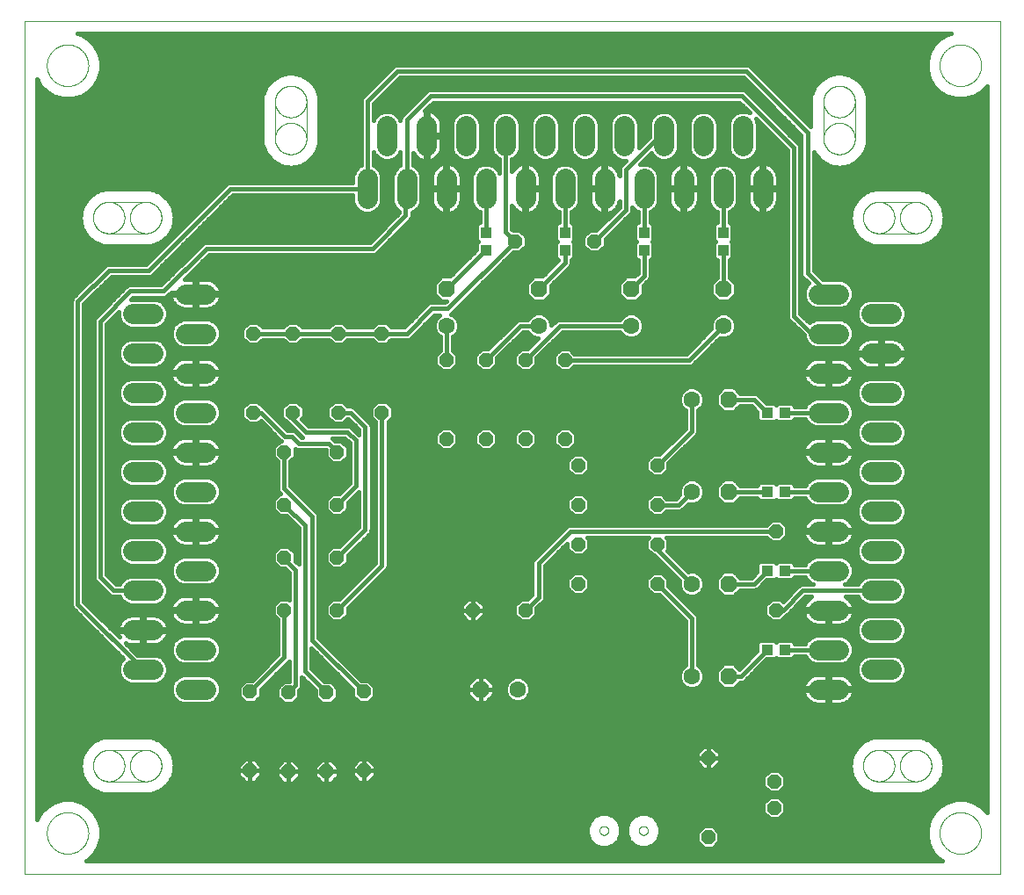
<source format=gbl>
G75*
%MOIN*%
%OFA0B0*%
%FSLAX25Y25*%
%IPPOS*%
%LPD*%
%AMOC8*
5,1,8,0,0,1.08239X$1,22.5*
%
%ADD10C,0.00000*%
%ADD11OC8,0.05200*%
%ADD12OC8,0.06300*%
%ADD13C,0.06300*%
%ADD14R,0.03937X0.04331*%
%ADD15R,0.04331X0.03937*%
%ADD16C,0.00009*%
%ADD17C,0.07800*%
%ADD18C,0.01600*%
%ADD19C,0.04000*%
D10*
X0002899Y0013620D02*
X0002899Y0337321D01*
X0372820Y0337321D01*
X0372820Y0013620D01*
X0002899Y0013620D01*
X0011403Y0029053D02*
X0011405Y0029246D01*
X0011412Y0029439D01*
X0011424Y0029632D01*
X0011441Y0029825D01*
X0011462Y0030017D01*
X0011488Y0030208D01*
X0011519Y0030399D01*
X0011554Y0030589D01*
X0011594Y0030778D01*
X0011639Y0030966D01*
X0011688Y0031153D01*
X0011742Y0031339D01*
X0011800Y0031523D01*
X0011863Y0031706D01*
X0011931Y0031887D01*
X0012002Y0032066D01*
X0012079Y0032244D01*
X0012159Y0032420D01*
X0012244Y0032593D01*
X0012333Y0032765D01*
X0012426Y0032934D01*
X0012523Y0033101D01*
X0012625Y0033266D01*
X0012730Y0033428D01*
X0012839Y0033587D01*
X0012953Y0033744D01*
X0013070Y0033897D01*
X0013190Y0034048D01*
X0013315Y0034196D01*
X0013443Y0034341D01*
X0013574Y0034482D01*
X0013709Y0034621D01*
X0013848Y0034756D01*
X0013989Y0034887D01*
X0014134Y0035015D01*
X0014282Y0035140D01*
X0014433Y0035260D01*
X0014586Y0035377D01*
X0014743Y0035491D01*
X0014902Y0035600D01*
X0015064Y0035705D01*
X0015229Y0035807D01*
X0015396Y0035904D01*
X0015565Y0035997D01*
X0015737Y0036086D01*
X0015910Y0036171D01*
X0016086Y0036251D01*
X0016264Y0036328D01*
X0016443Y0036399D01*
X0016624Y0036467D01*
X0016807Y0036530D01*
X0016991Y0036588D01*
X0017177Y0036642D01*
X0017364Y0036691D01*
X0017552Y0036736D01*
X0017741Y0036776D01*
X0017931Y0036811D01*
X0018122Y0036842D01*
X0018313Y0036868D01*
X0018505Y0036889D01*
X0018698Y0036906D01*
X0018891Y0036918D01*
X0019084Y0036925D01*
X0019277Y0036927D01*
X0019470Y0036925D01*
X0019663Y0036918D01*
X0019856Y0036906D01*
X0020049Y0036889D01*
X0020241Y0036868D01*
X0020432Y0036842D01*
X0020623Y0036811D01*
X0020813Y0036776D01*
X0021002Y0036736D01*
X0021190Y0036691D01*
X0021377Y0036642D01*
X0021563Y0036588D01*
X0021747Y0036530D01*
X0021930Y0036467D01*
X0022111Y0036399D01*
X0022290Y0036328D01*
X0022468Y0036251D01*
X0022644Y0036171D01*
X0022817Y0036086D01*
X0022989Y0035997D01*
X0023158Y0035904D01*
X0023325Y0035807D01*
X0023490Y0035705D01*
X0023652Y0035600D01*
X0023811Y0035491D01*
X0023968Y0035377D01*
X0024121Y0035260D01*
X0024272Y0035140D01*
X0024420Y0035015D01*
X0024565Y0034887D01*
X0024706Y0034756D01*
X0024845Y0034621D01*
X0024980Y0034482D01*
X0025111Y0034341D01*
X0025239Y0034196D01*
X0025364Y0034048D01*
X0025484Y0033897D01*
X0025601Y0033744D01*
X0025715Y0033587D01*
X0025824Y0033428D01*
X0025929Y0033266D01*
X0026031Y0033101D01*
X0026128Y0032934D01*
X0026221Y0032765D01*
X0026310Y0032593D01*
X0026395Y0032420D01*
X0026475Y0032244D01*
X0026552Y0032066D01*
X0026623Y0031887D01*
X0026691Y0031706D01*
X0026754Y0031523D01*
X0026812Y0031339D01*
X0026866Y0031153D01*
X0026915Y0030966D01*
X0026960Y0030778D01*
X0027000Y0030589D01*
X0027035Y0030399D01*
X0027066Y0030208D01*
X0027092Y0030017D01*
X0027113Y0029825D01*
X0027130Y0029632D01*
X0027142Y0029439D01*
X0027149Y0029246D01*
X0027151Y0029053D01*
X0027149Y0028860D01*
X0027142Y0028667D01*
X0027130Y0028474D01*
X0027113Y0028281D01*
X0027092Y0028089D01*
X0027066Y0027898D01*
X0027035Y0027707D01*
X0027000Y0027517D01*
X0026960Y0027328D01*
X0026915Y0027140D01*
X0026866Y0026953D01*
X0026812Y0026767D01*
X0026754Y0026583D01*
X0026691Y0026400D01*
X0026623Y0026219D01*
X0026552Y0026040D01*
X0026475Y0025862D01*
X0026395Y0025686D01*
X0026310Y0025513D01*
X0026221Y0025341D01*
X0026128Y0025172D01*
X0026031Y0025005D01*
X0025929Y0024840D01*
X0025824Y0024678D01*
X0025715Y0024519D01*
X0025601Y0024362D01*
X0025484Y0024209D01*
X0025364Y0024058D01*
X0025239Y0023910D01*
X0025111Y0023765D01*
X0024980Y0023624D01*
X0024845Y0023485D01*
X0024706Y0023350D01*
X0024565Y0023219D01*
X0024420Y0023091D01*
X0024272Y0022966D01*
X0024121Y0022846D01*
X0023968Y0022729D01*
X0023811Y0022615D01*
X0023652Y0022506D01*
X0023490Y0022401D01*
X0023325Y0022299D01*
X0023158Y0022202D01*
X0022989Y0022109D01*
X0022817Y0022020D01*
X0022644Y0021935D01*
X0022468Y0021855D01*
X0022290Y0021778D01*
X0022111Y0021707D01*
X0021930Y0021639D01*
X0021747Y0021576D01*
X0021563Y0021518D01*
X0021377Y0021464D01*
X0021190Y0021415D01*
X0021002Y0021370D01*
X0020813Y0021330D01*
X0020623Y0021295D01*
X0020432Y0021264D01*
X0020241Y0021238D01*
X0020049Y0021217D01*
X0019856Y0021200D01*
X0019663Y0021188D01*
X0019470Y0021181D01*
X0019277Y0021179D01*
X0019084Y0021181D01*
X0018891Y0021188D01*
X0018698Y0021200D01*
X0018505Y0021217D01*
X0018313Y0021238D01*
X0018122Y0021264D01*
X0017931Y0021295D01*
X0017741Y0021330D01*
X0017552Y0021370D01*
X0017364Y0021415D01*
X0017177Y0021464D01*
X0016991Y0021518D01*
X0016807Y0021576D01*
X0016624Y0021639D01*
X0016443Y0021707D01*
X0016264Y0021778D01*
X0016086Y0021855D01*
X0015910Y0021935D01*
X0015737Y0022020D01*
X0015565Y0022109D01*
X0015396Y0022202D01*
X0015229Y0022299D01*
X0015064Y0022401D01*
X0014902Y0022506D01*
X0014743Y0022615D01*
X0014586Y0022729D01*
X0014433Y0022846D01*
X0014282Y0022966D01*
X0014134Y0023091D01*
X0013989Y0023219D01*
X0013848Y0023350D01*
X0013709Y0023485D01*
X0013574Y0023624D01*
X0013443Y0023765D01*
X0013315Y0023910D01*
X0013190Y0024058D01*
X0013070Y0024209D01*
X0012953Y0024362D01*
X0012839Y0024519D01*
X0012730Y0024678D01*
X0012625Y0024840D01*
X0012523Y0025005D01*
X0012426Y0025172D01*
X0012333Y0025341D01*
X0012244Y0025513D01*
X0012159Y0025686D01*
X0012079Y0025862D01*
X0012002Y0026040D01*
X0011931Y0026219D01*
X0011863Y0026400D01*
X0011800Y0026583D01*
X0011742Y0026767D01*
X0011688Y0026953D01*
X0011639Y0027140D01*
X0011594Y0027328D01*
X0011554Y0027517D01*
X0011519Y0027707D01*
X0011488Y0027898D01*
X0011462Y0028089D01*
X0011441Y0028281D01*
X0011424Y0028474D01*
X0011412Y0028667D01*
X0011405Y0028860D01*
X0011403Y0029053D01*
X0028949Y0054620D02*
X0028951Y0054774D01*
X0028957Y0054928D01*
X0028967Y0055081D01*
X0028981Y0055234D01*
X0028999Y0055387D01*
X0029020Y0055539D01*
X0029046Y0055691D01*
X0029076Y0055842D01*
X0029109Y0055992D01*
X0029147Y0056141D01*
X0029188Y0056290D01*
X0029233Y0056437D01*
X0029282Y0056583D01*
X0029335Y0056727D01*
X0029391Y0056870D01*
X0029451Y0057012D01*
X0029515Y0057152D01*
X0029582Y0057290D01*
X0029653Y0057427D01*
X0029727Y0057562D01*
X0029805Y0057694D01*
X0029886Y0057825D01*
X0029971Y0057954D01*
X0030058Y0058080D01*
X0030149Y0058204D01*
X0030244Y0058325D01*
X0030341Y0058445D01*
X0030441Y0058561D01*
X0030545Y0058675D01*
X0030651Y0058786D01*
X0030760Y0058895D01*
X0030872Y0059000D01*
X0030987Y0059103D01*
X0031104Y0059203D01*
X0031224Y0059299D01*
X0031346Y0059393D01*
X0031470Y0059483D01*
X0031597Y0059570D01*
X0031726Y0059654D01*
X0031858Y0059734D01*
X0031991Y0059811D01*
X0032126Y0059884D01*
X0032263Y0059954D01*
X0032402Y0060021D01*
X0032542Y0060083D01*
X0032684Y0060142D01*
X0032828Y0060198D01*
X0032973Y0060250D01*
X0033119Y0060297D01*
X0033266Y0060342D01*
X0033415Y0060382D01*
X0033564Y0060418D01*
X0033715Y0060451D01*
X0033866Y0060480D01*
X0034018Y0060504D01*
X0034170Y0060525D01*
X0034323Y0060542D01*
X0034476Y0060555D01*
X0034630Y0060564D01*
X0034784Y0060569D01*
X0034937Y0060570D01*
X0035091Y0060567D01*
X0035245Y0060560D01*
X0035398Y0060549D01*
X0035552Y0060534D01*
X0035704Y0060515D01*
X0035856Y0060492D01*
X0036008Y0060466D01*
X0036159Y0060435D01*
X0036309Y0060401D01*
X0036458Y0060362D01*
X0036605Y0060320D01*
X0036752Y0060274D01*
X0036898Y0060224D01*
X0037042Y0060171D01*
X0037185Y0060113D01*
X0037326Y0060052D01*
X0037466Y0059988D01*
X0037604Y0059920D01*
X0037740Y0059848D01*
X0037874Y0059773D01*
X0038006Y0059694D01*
X0038136Y0059612D01*
X0038264Y0059527D01*
X0038390Y0059438D01*
X0038513Y0059346D01*
X0038634Y0059251D01*
X0038753Y0059153D01*
X0038869Y0059052D01*
X0038982Y0058948D01*
X0039093Y0058841D01*
X0039200Y0058731D01*
X0039305Y0058618D01*
X0039407Y0058503D01*
X0039506Y0058385D01*
X0039602Y0058265D01*
X0039695Y0058142D01*
X0039784Y0058017D01*
X0039870Y0057890D01*
X0039953Y0057760D01*
X0040033Y0057628D01*
X0040109Y0057495D01*
X0040181Y0057359D01*
X0040250Y0057221D01*
X0040316Y0057082D01*
X0040378Y0056941D01*
X0040436Y0056799D01*
X0040490Y0056655D01*
X0040541Y0056510D01*
X0040588Y0056363D01*
X0040631Y0056216D01*
X0040670Y0056067D01*
X0040706Y0055917D01*
X0040737Y0055767D01*
X0040765Y0055615D01*
X0040789Y0055463D01*
X0040809Y0055311D01*
X0040825Y0055158D01*
X0040837Y0055004D01*
X0040845Y0054851D01*
X0040849Y0054697D01*
X0040849Y0054543D01*
X0040845Y0054389D01*
X0040837Y0054236D01*
X0040825Y0054082D01*
X0040809Y0053929D01*
X0040789Y0053777D01*
X0040765Y0053625D01*
X0040737Y0053473D01*
X0040706Y0053323D01*
X0040670Y0053173D01*
X0040631Y0053024D01*
X0040588Y0052877D01*
X0040541Y0052730D01*
X0040490Y0052585D01*
X0040436Y0052441D01*
X0040378Y0052299D01*
X0040316Y0052158D01*
X0040250Y0052019D01*
X0040181Y0051881D01*
X0040109Y0051745D01*
X0040033Y0051612D01*
X0039953Y0051480D01*
X0039870Y0051350D01*
X0039784Y0051223D01*
X0039695Y0051098D01*
X0039602Y0050975D01*
X0039506Y0050855D01*
X0039407Y0050737D01*
X0039305Y0050622D01*
X0039200Y0050509D01*
X0039093Y0050399D01*
X0038982Y0050292D01*
X0038869Y0050188D01*
X0038753Y0050087D01*
X0038634Y0049989D01*
X0038513Y0049894D01*
X0038390Y0049802D01*
X0038264Y0049713D01*
X0038136Y0049628D01*
X0038006Y0049546D01*
X0037874Y0049467D01*
X0037740Y0049392D01*
X0037604Y0049320D01*
X0037466Y0049252D01*
X0037326Y0049188D01*
X0037185Y0049127D01*
X0037042Y0049069D01*
X0036898Y0049016D01*
X0036752Y0048966D01*
X0036605Y0048920D01*
X0036458Y0048878D01*
X0036309Y0048839D01*
X0036159Y0048805D01*
X0036008Y0048774D01*
X0035856Y0048748D01*
X0035704Y0048725D01*
X0035552Y0048706D01*
X0035398Y0048691D01*
X0035245Y0048680D01*
X0035091Y0048673D01*
X0034937Y0048670D01*
X0034784Y0048671D01*
X0034630Y0048676D01*
X0034476Y0048685D01*
X0034323Y0048698D01*
X0034170Y0048715D01*
X0034018Y0048736D01*
X0033866Y0048760D01*
X0033715Y0048789D01*
X0033564Y0048822D01*
X0033415Y0048858D01*
X0033266Y0048898D01*
X0033119Y0048943D01*
X0032973Y0048990D01*
X0032828Y0049042D01*
X0032684Y0049098D01*
X0032542Y0049157D01*
X0032402Y0049219D01*
X0032263Y0049286D01*
X0032126Y0049356D01*
X0031991Y0049429D01*
X0031858Y0049506D01*
X0031726Y0049586D01*
X0031597Y0049670D01*
X0031470Y0049757D01*
X0031346Y0049847D01*
X0031224Y0049941D01*
X0031104Y0050037D01*
X0030987Y0050137D01*
X0030872Y0050240D01*
X0030760Y0050345D01*
X0030651Y0050454D01*
X0030545Y0050565D01*
X0030441Y0050679D01*
X0030341Y0050795D01*
X0030244Y0050915D01*
X0030149Y0051036D01*
X0030058Y0051160D01*
X0029971Y0051286D01*
X0029886Y0051415D01*
X0029805Y0051546D01*
X0029727Y0051678D01*
X0029653Y0051813D01*
X0029582Y0051950D01*
X0029515Y0052088D01*
X0029451Y0052228D01*
X0029391Y0052370D01*
X0029335Y0052513D01*
X0029282Y0052657D01*
X0029233Y0052803D01*
X0029188Y0052950D01*
X0029147Y0053099D01*
X0029109Y0053248D01*
X0029076Y0053398D01*
X0029046Y0053549D01*
X0029020Y0053701D01*
X0028999Y0053853D01*
X0028981Y0054006D01*
X0028967Y0054159D01*
X0028957Y0054312D01*
X0028951Y0054466D01*
X0028949Y0054620D01*
X0034899Y0060620D02*
X0034746Y0060618D01*
X0034593Y0060612D01*
X0034440Y0060602D01*
X0034287Y0060589D01*
X0034135Y0060571D01*
X0033983Y0060550D01*
X0033832Y0060524D01*
X0033682Y0060495D01*
X0033532Y0060462D01*
X0033383Y0060425D01*
X0033235Y0060385D01*
X0033089Y0060340D01*
X0032943Y0060292D01*
X0032799Y0060240D01*
X0032656Y0060185D01*
X0032515Y0060126D01*
X0032375Y0060063D01*
X0032237Y0059997D01*
X0032100Y0059927D01*
X0031966Y0059854D01*
X0031833Y0059777D01*
X0031702Y0059697D01*
X0031574Y0059614D01*
X0031447Y0059528D01*
X0031323Y0059438D01*
X0031201Y0059345D01*
X0031082Y0059249D01*
X0030965Y0059150D01*
X0030850Y0059048D01*
X0030738Y0058943D01*
X0030629Y0058835D01*
X0030523Y0058725D01*
X0030420Y0058612D01*
X0030319Y0058496D01*
X0030222Y0058378D01*
X0030127Y0058257D01*
X0030036Y0058134D01*
X0029948Y0058009D01*
X0029863Y0057881D01*
X0029781Y0057752D01*
X0029703Y0057620D01*
X0029628Y0057486D01*
X0029556Y0057351D01*
X0029488Y0057213D01*
X0029424Y0057074D01*
X0029363Y0056934D01*
X0029306Y0056792D01*
X0029252Y0056648D01*
X0029202Y0056503D01*
X0029156Y0056357D01*
X0029113Y0056210D01*
X0029075Y0056062D01*
X0029040Y0055912D01*
X0029009Y0055762D01*
X0028981Y0055612D01*
X0028958Y0055460D01*
X0028939Y0055308D01*
X0028923Y0055156D01*
X0028911Y0055003D01*
X0028903Y0054850D01*
X0028899Y0054697D01*
X0028899Y0054543D01*
X0028903Y0054390D01*
X0028911Y0054237D01*
X0028923Y0054084D01*
X0028939Y0053932D01*
X0028958Y0053780D01*
X0028981Y0053628D01*
X0029009Y0053478D01*
X0029040Y0053328D01*
X0029075Y0053178D01*
X0029113Y0053030D01*
X0029156Y0052883D01*
X0029202Y0052737D01*
X0029252Y0052592D01*
X0029306Y0052448D01*
X0029363Y0052306D01*
X0029424Y0052166D01*
X0029488Y0052027D01*
X0029556Y0051889D01*
X0029628Y0051754D01*
X0029703Y0051620D01*
X0029781Y0051488D01*
X0029863Y0051359D01*
X0029948Y0051231D01*
X0030036Y0051106D01*
X0030127Y0050983D01*
X0030222Y0050862D01*
X0030319Y0050744D01*
X0030420Y0050628D01*
X0030523Y0050515D01*
X0030629Y0050405D01*
X0030738Y0050297D01*
X0030850Y0050192D01*
X0030965Y0050090D01*
X0031082Y0049991D01*
X0031201Y0049895D01*
X0031323Y0049802D01*
X0031447Y0049712D01*
X0031574Y0049626D01*
X0031702Y0049543D01*
X0031833Y0049463D01*
X0031966Y0049386D01*
X0032100Y0049313D01*
X0032237Y0049243D01*
X0032375Y0049177D01*
X0032515Y0049114D01*
X0032656Y0049055D01*
X0032799Y0049000D01*
X0032943Y0048948D01*
X0033089Y0048900D01*
X0033235Y0048855D01*
X0033383Y0048815D01*
X0033532Y0048778D01*
X0033682Y0048745D01*
X0033832Y0048716D01*
X0033983Y0048690D01*
X0034135Y0048669D01*
X0034287Y0048651D01*
X0034440Y0048638D01*
X0034593Y0048628D01*
X0034746Y0048622D01*
X0034899Y0048620D01*
X0042949Y0054620D02*
X0042951Y0054774D01*
X0042957Y0054928D01*
X0042967Y0055081D01*
X0042981Y0055234D01*
X0042999Y0055387D01*
X0043020Y0055539D01*
X0043046Y0055691D01*
X0043076Y0055842D01*
X0043109Y0055992D01*
X0043147Y0056141D01*
X0043188Y0056290D01*
X0043233Y0056437D01*
X0043282Y0056583D01*
X0043335Y0056727D01*
X0043391Y0056870D01*
X0043451Y0057012D01*
X0043515Y0057152D01*
X0043582Y0057290D01*
X0043653Y0057427D01*
X0043727Y0057562D01*
X0043805Y0057694D01*
X0043886Y0057825D01*
X0043971Y0057954D01*
X0044058Y0058080D01*
X0044149Y0058204D01*
X0044244Y0058325D01*
X0044341Y0058445D01*
X0044441Y0058561D01*
X0044545Y0058675D01*
X0044651Y0058786D01*
X0044760Y0058895D01*
X0044872Y0059000D01*
X0044987Y0059103D01*
X0045104Y0059203D01*
X0045224Y0059299D01*
X0045346Y0059393D01*
X0045470Y0059483D01*
X0045597Y0059570D01*
X0045726Y0059654D01*
X0045858Y0059734D01*
X0045991Y0059811D01*
X0046126Y0059884D01*
X0046263Y0059954D01*
X0046402Y0060021D01*
X0046542Y0060083D01*
X0046684Y0060142D01*
X0046828Y0060198D01*
X0046973Y0060250D01*
X0047119Y0060297D01*
X0047266Y0060342D01*
X0047415Y0060382D01*
X0047564Y0060418D01*
X0047715Y0060451D01*
X0047866Y0060480D01*
X0048018Y0060504D01*
X0048170Y0060525D01*
X0048323Y0060542D01*
X0048476Y0060555D01*
X0048630Y0060564D01*
X0048784Y0060569D01*
X0048937Y0060570D01*
X0049091Y0060567D01*
X0049245Y0060560D01*
X0049398Y0060549D01*
X0049552Y0060534D01*
X0049704Y0060515D01*
X0049856Y0060492D01*
X0050008Y0060466D01*
X0050159Y0060435D01*
X0050309Y0060401D01*
X0050458Y0060362D01*
X0050605Y0060320D01*
X0050752Y0060274D01*
X0050898Y0060224D01*
X0051042Y0060171D01*
X0051185Y0060113D01*
X0051326Y0060052D01*
X0051466Y0059988D01*
X0051604Y0059920D01*
X0051740Y0059848D01*
X0051874Y0059773D01*
X0052006Y0059694D01*
X0052136Y0059612D01*
X0052264Y0059527D01*
X0052390Y0059438D01*
X0052513Y0059346D01*
X0052634Y0059251D01*
X0052753Y0059153D01*
X0052869Y0059052D01*
X0052982Y0058948D01*
X0053093Y0058841D01*
X0053200Y0058731D01*
X0053305Y0058618D01*
X0053407Y0058503D01*
X0053506Y0058385D01*
X0053602Y0058265D01*
X0053695Y0058142D01*
X0053784Y0058017D01*
X0053870Y0057890D01*
X0053953Y0057760D01*
X0054033Y0057628D01*
X0054109Y0057495D01*
X0054181Y0057359D01*
X0054250Y0057221D01*
X0054316Y0057082D01*
X0054378Y0056941D01*
X0054436Y0056799D01*
X0054490Y0056655D01*
X0054541Y0056510D01*
X0054588Y0056363D01*
X0054631Y0056216D01*
X0054670Y0056067D01*
X0054706Y0055917D01*
X0054737Y0055767D01*
X0054765Y0055615D01*
X0054789Y0055463D01*
X0054809Y0055311D01*
X0054825Y0055158D01*
X0054837Y0055004D01*
X0054845Y0054851D01*
X0054849Y0054697D01*
X0054849Y0054543D01*
X0054845Y0054389D01*
X0054837Y0054236D01*
X0054825Y0054082D01*
X0054809Y0053929D01*
X0054789Y0053777D01*
X0054765Y0053625D01*
X0054737Y0053473D01*
X0054706Y0053323D01*
X0054670Y0053173D01*
X0054631Y0053024D01*
X0054588Y0052877D01*
X0054541Y0052730D01*
X0054490Y0052585D01*
X0054436Y0052441D01*
X0054378Y0052299D01*
X0054316Y0052158D01*
X0054250Y0052019D01*
X0054181Y0051881D01*
X0054109Y0051745D01*
X0054033Y0051612D01*
X0053953Y0051480D01*
X0053870Y0051350D01*
X0053784Y0051223D01*
X0053695Y0051098D01*
X0053602Y0050975D01*
X0053506Y0050855D01*
X0053407Y0050737D01*
X0053305Y0050622D01*
X0053200Y0050509D01*
X0053093Y0050399D01*
X0052982Y0050292D01*
X0052869Y0050188D01*
X0052753Y0050087D01*
X0052634Y0049989D01*
X0052513Y0049894D01*
X0052390Y0049802D01*
X0052264Y0049713D01*
X0052136Y0049628D01*
X0052006Y0049546D01*
X0051874Y0049467D01*
X0051740Y0049392D01*
X0051604Y0049320D01*
X0051466Y0049252D01*
X0051326Y0049188D01*
X0051185Y0049127D01*
X0051042Y0049069D01*
X0050898Y0049016D01*
X0050752Y0048966D01*
X0050605Y0048920D01*
X0050458Y0048878D01*
X0050309Y0048839D01*
X0050159Y0048805D01*
X0050008Y0048774D01*
X0049856Y0048748D01*
X0049704Y0048725D01*
X0049552Y0048706D01*
X0049398Y0048691D01*
X0049245Y0048680D01*
X0049091Y0048673D01*
X0048937Y0048670D01*
X0048784Y0048671D01*
X0048630Y0048676D01*
X0048476Y0048685D01*
X0048323Y0048698D01*
X0048170Y0048715D01*
X0048018Y0048736D01*
X0047866Y0048760D01*
X0047715Y0048789D01*
X0047564Y0048822D01*
X0047415Y0048858D01*
X0047266Y0048898D01*
X0047119Y0048943D01*
X0046973Y0048990D01*
X0046828Y0049042D01*
X0046684Y0049098D01*
X0046542Y0049157D01*
X0046402Y0049219D01*
X0046263Y0049286D01*
X0046126Y0049356D01*
X0045991Y0049429D01*
X0045858Y0049506D01*
X0045726Y0049586D01*
X0045597Y0049670D01*
X0045470Y0049757D01*
X0045346Y0049847D01*
X0045224Y0049941D01*
X0045104Y0050037D01*
X0044987Y0050137D01*
X0044872Y0050240D01*
X0044760Y0050345D01*
X0044651Y0050454D01*
X0044545Y0050565D01*
X0044441Y0050679D01*
X0044341Y0050795D01*
X0044244Y0050915D01*
X0044149Y0051036D01*
X0044058Y0051160D01*
X0043971Y0051286D01*
X0043886Y0051415D01*
X0043805Y0051546D01*
X0043727Y0051678D01*
X0043653Y0051813D01*
X0043582Y0051950D01*
X0043515Y0052088D01*
X0043451Y0052228D01*
X0043391Y0052370D01*
X0043335Y0052513D01*
X0043282Y0052657D01*
X0043233Y0052803D01*
X0043188Y0052950D01*
X0043147Y0053099D01*
X0043109Y0053248D01*
X0043076Y0053398D01*
X0043046Y0053549D01*
X0043020Y0053701D01*
X0042999Y0053853D01*
X0042981Y0054006D01*
X0042967Y0054159D01*
X0042957Y0054312D01*
X0042951Y0054466D01*
X0042949Y0054620D01*
X0048899Y0048620D02*
X0049052Y0048622D01*
X0049205Y0048628D01*
X0049358Y0048638D01*
X0049511Y0048651D01*
X0049663Y0048669D01*
X0049815Y0048690D01*
X0049966Y0048716D01*
X0050116Y0048745D01*
X0050266Y0048778D01*
X0050415Y0048815D01*
X0050563Y0048855D01*
X0050709Y0048900D01*
X0050855Y0048948D01*
X0050999Y0049000D01*
X0051142Y0049055D01*
X0051283Y0049114D01*
X0051423Y0049177D01*
X0051561Y0049243D01*
X0051698Y0049313D01*
X0051832Y0049386D01*
X0051965Y0049463D01*
X0052096Y0049543D01*
X0052224Y0049626D01*
X0052351Y0049712D01*
X0052475Y0049802D01*
X0052597Y0049895D01*
X0052716Y0049991D01*
X0052833Y0050090D01*
X0052948Y0050192D01*
X0053060Y0050297D01*
X0053169Y0050405D01*
X0053275Y0050515D01*
X0053378Y0050628D01*
X0053479Y0050744D01*
X0053576Y0050862D01*
X0053671Y0050983D01*
X0053762Y0051106D01*
X0053850Y0051231D01*
X0053935Y0051359D01*
X0054017Y0051488D01*
X0054095Y0051620D01*
X0054170Y0051754D01*
X0054242Y0051889D01*
X0054310Y0052027D01*
X0054374Y0052166D01*
X0054435Y0052306D01*
X0054492Y0052448D01*
X0054546Y0052592D01*
X0054596Y0052737D01*
X0054642Y0052883D01*
X0054685Y0053030D01*
X0054723Y0053178D01*
X0054758Y0053328D01*
X0054789Y0053478D01*
X0054817Y0053628D01*
X0054840Y0053780D01*
X0054859Y0053932D01*
X0054875Y0054084D01*
X0054887Y0054237D01*
X0054895Y0054390D01*
X0054899Y0054543D01*
X0054899Y0054697D01*
X0054895Y0054850D01*
X0054887Y0055003D01*
X0054875Y0055156D01*
X0054859Y0055308D01*
X0054840Y0055460D01*
X0054817Y0055612D01*
X0054789Y0055762D01*
X0054758Y0055912D01*
X0054723Y0056062D01*
X0054685Y0056210D01*
X0054642Y0056357D01*
X0054596Y0056503D01*
X0054546Y0056648D01*
X0054492Y0056792D01*
X0054435Y0056934D01*
X0054374Y0057074D01*
X0054310Y0057213D01*
X0054242Y0057351D01*
X0054170Y0057486D01*
X0054095Y0057620D01*
X0054017Y0057752D01*
X0053935Y0057881D01*
X0053850Y0058009D01*
X0053762Y0058134D01*
X0053671Y0058257D01*
X0053576Y0058378D01*
X0053479Y0058496D01*
X0053378Y0058612D01*
X0053275Y0058725D01*
X0053169Y0058835D01*
X0053060Y0058943D01*
X0052948Y0059048D01*
X0052833Y0059150D01*
X0052716Y0059249D01*
X0052597Y0059345D01*
X0052475Y0059438D01*
X0052351Y0059528D01*
X0052224Y0059614D01*
X0052096Y0059697D01*
X0051965Y0059777D01*
X0051832Y0059854D01*
X0051698Y0059927D01*
X0051561Y0059997D01*
X0051423Y0060063D01*
X0051283Y0060126D01*
X0051142Y0060185D01*
X0050999Y0060240D01*
X0050855Y0060292D01*
X0050709Y0060340D01*
X0050563Y0060385D01*
X0050415Y0060425D01*
X0050266Y0060462D01*
X0050116Y0060495D01*
X0049966Y0060524D01*
X0049815Y0060550D01*
X0049663Y0060571D01*
X0049511Y0060589D01*
X0049358Y0060602D01*
X0049205Y0060612D01*
X0049052Y0060618D01*
X0048899Y0060620D01*
X0220993Y0030008D02*
X0220995Y0030089D01*
X0221001Y0030171D01*
X0221011Y0030252D01*
X0221025Y0030332D01*
X0221042Y0030411D01*
X0221064Y0030490D01*
X0221089Y0030567D01*
X0221118Y0030644D01*
X0221151Y0030718D01*
X0221188Y0030791D01*
X0221227Y0030862D01*
X0221271Y0030931D01*
X0221317Y0030998D01*
X0221367Y0031062D01*
X0221420Y0031124D01*
X0221476Y0031184D01*
X0221534Y0031240D01*
X0221596Y0031294D01*
X0221660Y0031345D01*
X0221726Y0031392D01*
X0221794Y0031436D01*
X0221865Y0031477D01*
X0221937Y0031514D01*
X0222012Y0031548D01*
X0222087Y0031578D01*
X0222165Y0031604D01*
X0222243Y0031627D01*
X0222322Y0031645D01*
X0222402Y0031660D01*
X0222483Y0031671D01*
X0222564Y0031678D01*
X0222646Y0031681D01*
X0222727Y0031680D01*
X0222808Y0031675D01*
X0222889Y0031666D01*
X0222970Y0031653D01*
X0223050Y0031636D01*
X0223128Y0031616D01*
X0223206Y0031591D01*
X0223283Y0031563D01*
X0223358Y0031531D01*
X0223431Y0031496D01*
X0223502Y0031457D01*
X0223572Y0031414D01*
X0223639Y0031369D01*
X0223705Y0031320D01*
X0223767Y0031268D01*
X0223827Y0031212D01*
X0223884Y0031154D01*
X0223939Y0031094D01*
X0223990Y0031030D01*
X0224038Y0030965D01*
X0224083Y0030897D01*
X0224125Y0030827D01*
X0224163Y0030755D01*
X0224198Y0030681D01*
X0224229Y0030606D01*
X0224256Y0030529D01*
X0224279Y0030451D01*
X0224299Y0030372D01*
X0224315Y0030292D01*
X0224327Y0030211D01*
X0224335Y0030130D01*
X0224339Y0030049D01*
X0224339Y0029967D01*
X0224335Y0029886D01*
X0224327Y0029805D01*
X0224315Y0029724D01*
X0224299Y0029644D01*
X0224279Y0029565D01*
X0224256Y0029487D01*
X0224229Y0029410D01*
X0224198Y0029335D01*
X0224163Y0029261D01*
X0224125Y0029189D01*
X0224083Y0029119D01*
X0224038Y0029051D01*
X0223990Y0028986D01*
X0223939Y0028922D01*
X0223884Y0028862D01*
X0223827Y0028804D01*
X0223767Y0028748D01*
X0223705Y0028696D01*
X0223639Y0028647D01*
X0223572Y0028602D01*
X0223503Y0028559D01*
X0223431Y0028520D01*
X0223358Y0028485D01*
X0223283Y0028453D01*
X0223206Y0028425D01*
X0223128Y0028400D01*
X0223050Y0028380D01*
X0222970Y0028363D01*
X0222889Y0028350D01*
X0222808Y0028341D01*
X0222727Y0028336D01*
X0222646Y0028335D01*
X0222564Y0028338D01*
X0222483Y0028345D01*
X0222402Y0028356D01*
X0222322Y0028371D01*
X0222243Y0028389D01*
X0222165Y0028412D01*
X0222087Y0028438D01*
X0222012Y0028468D01*
X0221937Y0028502D01*
X0221865Y0028539D01*
X0221794Y0028580D01*
X0221726Y0028624D01*
X0221660Y0028671D01*
X0221596Y0028722D01*
X0221534Y0028776D01*
X0221476Y0028832D01*
X0221420Y0028892D01*
X0221367Y0028954D01*
X0221317Y0029018D01*
X0221271Y0029085D01*
X0221227Y0029154D01*
X0221188Y0029225D01*
X0221151Y0029298D01*
X0221118Y0029372D01*
X0221089Y0029449D01*
X0221064Y0029526D01*
X0221042Y0029605D01*
X0221025Y0029684D01*
X0221011Y0029764D01*
X0221001Y0029845D01*
X0220995Y0029927D01*
X0220993Y0030008D01*
X0235954Y0030008D02*
X0235956Y0030089D01*
X0235962Y0030171D01*
X0235972Y0030252D01*
X0235986Y0030332D01*
X0236003Y0030411D01*
X0236025Y0030490D01*
X0236050Y0030567D01*
X0236079Y0030644D01*
X0236112Y0030718D01*
X0236149Y0030791D01*
X0236188Y0030862D01*
X0236232Y0030931D01*
X0236278Y0030998D01*
X0236328Y0031062D01*
X0236381Y0031124D01*
X0236437Y0031184D01*
X0236495Y0031240D01*
X0236557Y0031294D01*
X0236621Y0031345D01*
X0236687Y0031392D01*
X0236755Y0031436D01*
X0236826Y0031477D01*
X0236898Y0031514D01*
X0236973Y0031548D01*
X0237048Y0031578D01*
X0237126Y0031604D01*
X0237204Y0031627D01*
X0237283Y0031645D01*
X0237363Y0031660D01*
X0237444Y0031671D01*
X0237525Y0031678D01*
X0237607Y0031681D01*
X0237688Y0031680D01*
X0237769Y0031675D01*
X0237850Y0031666D01*
X0237931Y0031653D01*
X0238011Y0031636D01*
X0238089Y0031616D01*
X0238167Y0031591D01*
X0238244Y0031563D01*
X0238319Y0031531D01*
X0238392Y0031496D01*
X0238463Y0031457D01*
X0238533Y0031414D01*
X0238600Y0031369D01*
X0238666Y0031320D01*
X0238728Y0031268D01*
X0238788Y0031212D01*
X0238845Y0031154D01*
X0238900Y0031094D01*
X0238951Y0031030D01*
X0238999Y0030965D01*
X0239044Y0030897D01*
X0239086Y0030827D01*
X0239124Y0030755D01*
X0239159Y0030681D01*
X0239190Y0030606D01*
X0239217Y0030529D01*
X0239240Y0030451D01*
X0239260Y0030372D01*
X0239276Y0030292D01*
X0239288Y0030211D01*
X0239296Y0030130D01*
X0239300Y0030049D01*
X0239300Y0029967D01*
X0239296Y0029886D01*
X0239288Y0029805D01*
X0239276Y0029724D01*
X0239260Y0029644D01*
X0239240Y0029565D01*
X0239217Y0029487D01*
X0239190Y0029410D01*
X0239159Y0029335D01*
X0239124Y0029261D01*
X0239086Y0029189D01*
X0239044Y0029119D01*
X0238999Y0029051D01*
X0238951Y0028986D01*
X0238900Y0028922D01*
X0238845Y0028862D01*
X0238788Y0028804D01*
X0238728Y0028748D01*
X0238666Y0028696D01*
X0238600Y0028647D01*
X0238533Y0028602D01*
X0238464Y0028559D01*
X0238392Y0028520D01*
X0238319Y0028485D01*
X0238244Y0028453D01*
X0238167Y0028425D01*
X0238089Y0028400D01*
X0238011Y0028380D01*
X0237931Y0028363D01*
X0237850Y0028350D01*
X0237769Y0028341D01*
X0237688Y0028336D01*
X0237607Y0028335D01*
X0237525Y0028338D01*
X0237444Y0028345D01*
X0237363Y0028356D01*
X0237283Y0028371D01*
X0237204Y0028389D01*
X0237126Y0028412D01*
X0237048Y0028438D01*
X0236973Y0028468D01*
X0236898Y0028502D01*
X0236826Y0028539D01*
X0236755Y0028580D01*
X0236687Y0028624D01*
X0236621Y0028671D01*
X0236557Y0028722D01*
X0236495Y0028776D01*
X0236437Y0028832D01*
X0236381Y0028892D01*
X0236328Y0028954D01*
X0236278Y0029018D01*
X0236232Y0029085D01*
X0236188Y0029154D01*
X0236149Y0029225D01*
X0236112Y0029298D01*
X0236079Y0029372D01*
X0236050Y0029449D01*
X0236025Y0029526D01*
X0236003Y0029605D01*
X0235986Y0029684D01*
X0235972Y0029764D01*
X0235962Y0029845D01*
X0235956Y0029927D01*
X0235954Y0030008D01*
X0320949Y0054620D02*
X0320951Y0054774D01*
X0320957Y0054928D01*
X0320967Y0055081D01*
X0320981Y0055234D01*
X0320999Y0055387D01*
X0321020Y0055539D01*
X0321046Y0055691D01*
X0321076Y0055842D01*
X0321109Y0055992D01*
X0321147Y0056141D01*
X0321188Y0056290D01*
X0321233Y0056437D01*
X0321282Y0056583D01*
X0321335Y0056727D01*
X0321391Y0056870D01*
X0321451Y0057012D01*
X0321515Y0057152D01*
X0321582Y0057290D01*
X0321653Y0057427D01*
X0321727Y0057562D01*
X0321805Y0057694D01*
X0321886Y0057825D01*
X0321971Y0057954D01*
X0322058Y0058080D01*
X0322149Y0058204D01*
X0322244Y0058325D01*
X0322341Y0058445D01*
X0322441Y0058561D01*
X0322545Y0058675D01*
X0322651Y0058786D01*
X0322760Y0058895D01*
X0322872Y0059000D01*
X0322987Y0059103D01*
X0323104Y0059203D01*
X0323224Y0059299D01*
X0323346Y0059393D01*
X0323470Y0059483D01*
X0323597Y0059570D01*
X0323726Y0059654D01*
X0323858Y0059734D01*
X0323991Y0059811D01*
X0324126Y0059884D01*
X0324263Y0059954D01*
X0324402Y0060021D01*
X0324542Y0060083D01*
X0324684Y0060142D01*
X0324828Y0060198D01*
X0324973Y0060250D01*
X0325119Y0060297D01*
X0325266Y0060342D01*
X0325415Y0060382D01*
X0325564Y0060418D01*
X0325715Y0060451D01*
X0325866Y0060480D01*
X0326018Y0060504D01*
X0326170Y0060525D01*
X0326323Y0060542D01*
X0326476Y0060555D01*
X0326630Y0060564D01*
X0326784Y0060569D01*
X0326937Y0060570D01*
X0327091Y0060567D01*
X0327245Y0060560D01*
X0327398Y0060549D01*
X0327552Y0060534D01*
X0327704Y0060515D01*
X0327856Y0060492D01*
X0328008Y0060466D01*
X0328159Y0060435D01*
X0328309Y0060401D01*
X0328458Y0060362D01*
X0328605Y0060320D01*
X0328752Y0060274D01*
X0328898Y0060224D01*
X0329042Y0060171D01*
X0329185Y0060113D01*
X0329326Y0060052D01*
X0329466Y0059988D01*
X0329604Y0059920D01*
X0329740Y0059848D01*
X0329874Y0059773D01*
X0330006Y0059694D01*
X0330136Y0059612D01*
X0330264Y0059527D01*
X0330390Y0059438D01*
X0330513Y0059346D01*
X0330634Y0059251D01*
X0330753Y0059153D01*
X0330869Y0059052D01*
X0330982Y0058948D01*
X0331093Y0058841D01*
X0331200Y0058731D01*
X0331305Y0058618D01*
X0331407Y0058503D01*
X0331506Y0058385D01*
X0331602Y0058265D01*
X0331695Y0058142D01*
X0331784Y0058017D01*
X0331870Y0057890D01*
X0331953Y0057760D01*
X0332033Y0057628D01*
X0332109Y0057495D01*
X0332181Y0057359D01*
X0332250Y0057221D01*
X0332316Y0057082D01*
X0332378Y0056941D01*
X0332436Y0056799D01*
X0332490Y0056655D01*
X0332541Y0056510D01*
X0332588Y0056363D01*
X0332631Y0056216D01*
X0332670Y0056067D01*
X0332706Y0055917D01*
X0332737Y0055767D01*
X0332765Y0055615D01*
X0332789Y0055463D01*
X0332809Y0055311D01*
X0332825Y0055158D01*
X0332837Y0055004D01*
X0332845Y0054851D01*
X0332849Y0054697D01*
X0332849Y0054543D01*
X0332845Y0054389D01*
X0332837Y0054236D01*
X0332825Y0054082D01*
X0332809Y0053929D01*
X0332789Y0053777D01*
X0332765Y0053625D01*
X0332737Y0053473D01*
X0332706Y0053323D01*
X0332670Y0053173D01*
X0332631Y0053024D01*
X0332588Y0052877D01*
X0332541Y0052730D01*
X0332490Y0052585D01*
X0332436Y0052441D01*
X0332378Y0052299D01*
X0332316Y0052158D01*
X0332250Y0052019D01*
X0332181Y0051881D01*
X0332109Y0051745D01*
X0332033Y0051612D01*
X0331953Y0051480D01*
X0331870Y0051350D01*
X0331784Y0051223D01*
X0331695Y0051098D01*
X0331602Y0050975D01*
X0331506Y0050855D01*
X0331407Y0050737D01*
X0331305Y0050622D01*
X0331200Y0050509D01*
X0331093Y0050399D01*
X0330982Y0050292D01*
X0330869Y0050188D01*
X0330753Y0050087D01*
X0330634Y0049989D01*
X0330513Y0049894D01*
X0330390Y0049802D01*
X0330264Y0049713D01*
X0330136Y0049628D01*
X0330006Y0049546D01*
X0329874Y0049467D01*
X0329740Y0049392D01*
X0329604Y0049320D01*
X0329466Y0049252D01*
X0329326Y0049188D01*
X0329185Y0049127D01*
X0329042Y0049069D01*
X0328898Y0049016D01*
X0328752Y0048966D01*
X0328605Y0048920D01*
X0328458Y0048878D01*
X0328309Y0048839D01*
X0328159Y0048805D01*
X0328008Y0048774D01*
X0327856Y0048748D01*
X0327704Y0048725D01*
X0327552Y0048706D01*
X0327398Y0048691D01*
X0327245Y0048680D01*
X0327091Y0048673D01*
X0326937Y0048670D01*
X0326784Y0048671D01*
X0326630Y0048676D01*
X0326476Y0048685D01*
X0326323Y0048698D01*
X0326170Y0048715D01*
X0326018Y0048736D01*
X0325866Y0048760D01*
X0325715Y0048789D01*
X0325564Y0048822D01*
X0325415Y0048858D01*
X0325266Y0048898D01*
X0325119Y0048943D01*
X0324973Y0048990D01*
X0324828Y0049042D01*
X0324684Y0049098D01*
X0324542Y0049157D01*
X0324402Y0049219D01*
X0324263Y0049286D01*
X0324126Y0049356D01*
X0323991Y0049429D01*
X0323858Y0049506D01*
X0323726Y0049586D01*
X0323597Y0049670D01*
X0323470Y0049757D01*
X0323346Y0049847D01*
X0323224Y0049941D01*
X0323104Y0050037D01*
X0322987Y0050137D01*
X0322872Y0050240D01*
X0322760Y0050345D01*
X0322651Y0050454D01*
X0322545Y0050565D01*
X0322441Y0050679D01*
X0322341Y0050795D01*
X0322244Y0050915D01*
X0322149Y0051036D01*
X0322058Y0051160D01*
X0321971Y0051286D01*
X0321886Y0051415D01*
X0321805Y0051546D01*
X0321727Y0051678D01*
X0321653Y0051813D01*
X0321582Y0051950D01*
X0321515Y0052088D01*
X0321451Y0052228D01*
X0321391Y0052370D01*
X0321335Y0052513D01*
X0321282Y0052657D01*
X0321233Y0052803D01*
X0321188Y0052950D01*
X0321147Y0053099D01*
X0321109Y0053248D01*
X0321076Y0053398D01*
X0321046Y0053549D01*
X0321020Y0053701D01*
X0320999Y0053853D01*
X0320981Y0054006D01*
X0320967Y0054159D01*
X0320957Y0054312D01*
X0320951Y0054466D01*
X0320949Y0054620D01*
X0326899Y0060620D02*
X0326746Y0060618D01*
X0326593Y0060612D01*
X0326440Y0060602D01*
X0326287Y0060589D01*
X0326135Y0060571D01*
X0325983Y0060550D01*
X0325832Y0060524D01*
X0325682Y0060495D01*
X0325532Y0060462D01*
X0325383Y0060425D01*
X0325235Y0060385D01*
X0325089Y0060340D01*
X0324943Y0060292D01*
X0324799Y0060240D01*
X0324656Y0060185D01*
X0324515Y0060126D01*
X0324375Y0060063D01*
X0324237Y0059997D01*
X0324100Y0059927D01*
X0323966Y0059854D01*
X0323833Y0059777D01*
X0323702Y0059697D01*
X0323574Y0059614D01*
X0323447Y0059528D01*
X0323323Y0059438D01*
X0323201Y0059345D01*
X0323082Y0059249D01*
X0322965Y0059150D01*
X0322850Y0059048D01*
X0322738Y0058943D01*
X0322629Y0058835D01*
X0322523Y0058725D01*
X0322420Y0058612D01*
X0322319Y0058496D01*
X0322222Y0058378D01*
X0322127Y0058257D01*
X0322036Y0058134D01*
X0321948Y0058009D01*
X0321863Y0057881D01*
X0321781Y0057752D01*
X0321703Y0057620D01*
X0321628Y0057486D01*
X0321556Y0057351D01*
X0321488Y0057213D01*
X0321424Y0057074D01*
X0321363Y0056934D01*
X0321306Y0056792D01*
X0321252Y0056648D01*
X0321202Y0056503D01*
X0321156Y0056357D01*
X0321113Y0056210D01*
X0321075Y0056062D01*
X0321040Y0055912D01*
X0321009Y0055762D01*
X0320981Y0055612D01*
X0320958Y0055460D01*
X0320939Y0055308D01*
X0320923Y0055156D01*
X0320911Y0055003D01*
X0320903Y0054850D01*
X0320899Y0054697D01*
X0320899Y0054543D01*
X0320903Y0054390D01*
X0320911Y0054237D01*
X0320923Y0054084D01*
X0320939Y0053932D01*
X0320958Y0053780D01*
X0320981Y0053628D01*
X0321009Y0053478D01*
X0321040Y0053328D01*
X0321075Y0053178D01*
X0321113Y0053030D01*
X0321156Y0052883D01*
X0321202Y0052737D01*
X0321252Y0052592D01*
X0321306Y0052448D01*
X0321363Y0052306D01*
X0321424Y0052166D01*
X0321488Y0052027D01*
X0321556Y0051889D01*
X0321628Y0051754D01*
X0321703Y0051620D01*
X0321781Y0051488D01*
X0321863Y0051359D01*
X0321948Y0051231D01*
X0322036Y0051106D01*
X0322127Y0050983D01*
X0322222Y0050862D01*
X0322319Y0050744D01*
X0322420Y0050628D01*
X0322523Y0050515D01*
X0322629Y0050405D01*
X0322738Y0050297D01*
X0322850Y0050192D01*
X0322965Y0050090D01*
X0323082Y0049991D01*
X0323201Y0049895D01*
X0323323Y0049802D01*
X0323447Y0049712D01*
X0323574Y0049626D01*
X0323702Y0049543D01*
X0323833Y0049463D01*
X0323966Y0049386D01*
X0324100Y0049313D01*
X0324237Y0049243D01*
X0324375Y0049177D01*
X0324515Y0049114D01*
X0324656Y0049055D01*
X0324799Y0049000D01*
X0324943Y0048948D01*
X0325089Y0048900D01*
X0325235Y0048855D01*
X0325383Y0048815D01*
X0325532Y0048778D01*
X0325682Y0048745D01*
X0325832Y0048716D01*
X0325983Y0048690D01*
X0326135Y0048669D01*
X0326287Y0048651D01*
X0326440Y0048638D01*
X0326593Y0048628D01*
X0326746Y0048622D01*
X0326899Y0048620D01*
X0334949Y0054620D02*
X0334951Y0054774D01*
X0334957Y0054928D01*
X0334967Y0055081D01*
X0334981Y0055234D01*
X0334999Y0055387D01*
X0335020Y0055539D01*
X0335046Y0055691D01*
X0335076Y0055842D01*
X0335109Y0055992D01*
X0335147Y0056141D01*
X0335188Y0056290D01*
X0335233Y0056437D01*
X0335282Y0056583D01*
X0335335Y0056727D01*
X0335391Y0056870D01*
X0335451Y0057012D01*
X0335515Y0057152D01*
X0335582Y0057290D01*
X0335653Y0057427D01*
X0335727Y0057562D01*
X0335805Y0057694D01*
X0335886Y0057825D01*
X0335971Y0057954D01*
X0336058Y0058080D01*
X0336149Y0058204D01*
X0336244Y0058325D01*
X0336341Y0058445D01*
X0336441Y0058561D01*
X0336545Y0058675D01*
X0336651Y0058786D01*
X0336760Y0058895D01*
X0336872Y0059000D01*
X0336987Y0059103D01*
X0337104Y0059203D01*
X0337224Y0059299D01*
X0337346Y0059393D01*
X0337470Y0059483D01*
X0337597Y0059570D01*
X0337726Y0059654D01*
X0337858Y0059734D01*
X0337991Y0059811D01*
X0338126Y0059884D01*
X0338263Y0059954D01*
X0338402Y0060021D01*
X0338542Y0060083D01*
X0338684Y0060142D01*
X0338828Y0060198D01*
X0338973Y0060250D01*
X0339119Y0060297D01*
X0339266Y0060342D01*
X0339415Y0060382D01*
X0339564Y0060418D01*
X0339715Y0060451D01*
X0339866Y0060480D01*
X0340018Y0060504D01*
X0340170Y0060525D01*
X0340323Y0060542D01*
X0340476Y0060555D01*
X0340630Y0060564D01*
X0340784Y0060569D01*
X0340937Y0060570D01*
X0341091Y0060567D01*
X0341245Y0060560D01*
X0341398Y0060549D01*
X0341552Y0060534D01*
X0341704Y0060515D01*
X0341856Y0060492D01*
X0342008Y0060466D01*
X0342159Y0060435D01*
X0342309Y0060401D01*
X0342458Y0060362D01*
X0342605Y0060320D01*
X0342752Y0060274D01*
X0342898Y0060224D01*
X0343042Y0060171D01*
X0343185Y0060113D01*
X0343326Y0060052D01*
X0343466Y0059988D01*
X0343604Y0059920D01*
X0343740Y0059848D01*
X0343874Y0059773D01*
X0344006Y0059694D01*
X0344136Y0059612D01*
X0344264Y0059527D01*
X0344390Y0059438D01*
X0344513Y0059346D01*
X0344634Y0059251D01*
X0344753Y0059153D01*
X0344869Y0059052D01*
X0344982Y0058948D01*
X0345093Y0058841D01*
X0345200Y0058731D01*
X0345305Y0058618D01*
X0345407Y0058503D01*
X0345506Y0058385D01*
X0345602Y0058265D01*
X0345695Y0058142D01*
X0345784Y0058017D01*
X0345870Y0057890D01*
X0345953Y0057760D01*
X0346033Y0057628D01*
X0346109Y0057495D01*
X0346181Y0057359D01*
X0346250Y0057221D01*
X0346316Y0057082D01*
X0346378Y0056941D01*
X0346436Y0056799D01*
X0346490Y0056655D01*
X0346541Y0056510D01*
X0346588Y0056363D01*
X0346631Y0056216D01*
X0346670Y0056067D01*
X0346706Y0055917D01*
X0346737Y0055767D01*
X0346765Y0055615D01*
X0346789Y0055463D01*
X0346809Y0055311D01*
X0346825Y0055158D01*
X0346837Y0055004D01*
X0346845Y0054851D01*
X0346849Y0054697D01*
X0346849Y0054543D01*
X0346845Y0054389D01*
X0346837Y0054236D01*
X0346825Y0054082D01*
X0346809Y0053929D01*
X0346789Y0053777D01*
X0346765Y0053625D01*
X0346737Y0053473D01*
X0346706Y0053323D01*
X0346670Y0053173D01*
X0346631Y0053024D01*
X0346588Y0052877D01*
X0346541Y0052730D01*
X0346490Y0052585D01*
X0346436Y0052441D01*
X0346378Y0052299D01*
X0346316Y0052158D01*
X0346250Y0052019D01*
X0346181Y0051881D01*
X0346109Y0051745D01*
X0346033Y0051612D01*
X0345953Y0051480D01*
X0345870Y0051350D01*
X0345784Y0051223D01*
X0345695Y0051098D01*
X0345602Y0050975D01*
X0345506Y0050855D01*
X0345407Y0050737D01*
X0345305Y0050622D01*
X0345200Y0050509D01*
X0345093Y0050399D01*
X0344982Y0050292D01*
X0344869Y0050188D01*
X0344753Y0050087D01*
X0344634Y0049989D01*
X0344513Y0049894D01*
X0344390Y0049802D01*
X0344264Y0049713D01*
X0344136Y0049628D01*
X0344006Y0049546D01*
X0343874Y0049467D01*
X0343740Y0049392D01*
X0343604Y0049320D01*
X0343466Y0049252D01*
X0343326Y0049188D01*
X0343185Y0049127D01*
X0343042Y0049069D01*
X0342898Y0049016D01*
X0342752Y0048966D01*
X0342605Y0048920D01*
X0342458Y0048878D01*
X0342309Y0048839D01*
X0342159Y0048805D01*
X0342008Y0048774D01*
X0341856Y0048748D01*
X0341704Y0048725D01*
X0341552Y0048706D01*
X0341398Y0048691D01*
X0341245Y0048680D01*
X0341091Y0048673D01*
X0340937Y0048670D01*
X0340784Y0048671D01*
X0340630Y0048676D01*
X0340476Y0048685D01*
X0340323Y0048698D01*
X0340170Y0048715D01*
X0340018Y0048736D01*
X0339866Y0048760D01*
X0339715Y0048789D01*
X0339564Y0048822D01*
X0339415Y0048858D01*
X0339266Y0048898D01*
X0339119Y0048943D01*
X0338973Y0048990D01*
X0338828Y0049042D01*
X0338684Y0049098D01*
X0338542Y0049157D01*
X0338402Y0049219D01*
X0338263Y0049286D01*
X0338126Y0049356D01*
X0337991Y0049429D01*
X0337858Y0049506D01*
X0337726Y0049586D01*
X0337597Y0049670D01*
X0337470Y0049757D01*
X0337346Y0049847D01*
X0337224Y0049941D01*
X0337104Y0050037D01*
X0336987Y0050137D01*
X0336872Y0050240D01*
X0336760Y0050345D01*
X0336651Y0050454D01*
X0336545Y0050565D01*
X0336441Y0050679D01*
X0336341Y0050795D01*
X0336244Y0050915D01*
X0336149Y0051036D01*
X0336058Y0051160D01*
X0335971Y0051286D01*
X0335886Y0051415D01*
X0335805Y0051546D01*
X0335727Y0051678D01*
X0335653Y0051813D01*
X0335582Y0051950D01*
X0335515Y0052088D01*
X0335451Y0052228D01*
X0335391Y0052370D01*
X0335335Y0052513D01*
X0335282Y0052657D01*
X0335233Y0052803D01*
X0335188Y0052950D01*
X0335147Y0053099D01*
X0335109Y0053248D01*
X0335076Y0053398D01*
X0335046Y0053549D01*
X0335020Y0053701D01*
X0334999Y0053853D01*
X0334981Y0054006D01*
X0334967Y0054159D01*
X0334957Y0054312D01*
X0334951Y0054466D01*
X0334949Y0054620D01*
X0340899Y0048620D02*
X0341052Y0048622D01*
X0341205Y0048628D01*
X0341358Y0048638D01*
X0341511Y0048651D01*
X0341663Y0048669D01*
X0341815Y0048690D01*
X0341966Y0048716D01*
X0342116Y0048745D01*
X0342266Y0048778D01*
X0342415Y0048815D01*
X0342563Y0048855D01*
X0342709Y0048900D01*
X0342855Y0048948D01*
X0342999Y0049000D01*
X0343142Y0049055D01*
X0343283Y0049114D01*
X0343423Y0049177D01*
X0343561Y0049243D01*
X0343698Y0049313D01*
X0343832Y0049386D01*
X0343965Y0049463D01*
X0344096Y0049543D01*
X0344224Y0049626D01*
X0344351Y0049712D01*
X0344475Y0049802D01*
X0344597Y0049895D01*
X0344716Y0049991D01*
X0344833Y0050090D01*
X0344948Y0050192D01*
X0345060Y0050297D01*
X0345169Y0050405D01*
X0345275Y0050515D01*
X0345378Y0050628D01*
X0345479Y0050744D01*
X0345576Y0050862D01*
X0345671Y0050983D01*
X0345762Y0051106D01*
X0345850Y0051231D01*
X0345935Y0051359D01*
X0346017Y0051488D01*
X0346095Y0051620D01*
X0346170Y0051754D01*
X0346242Y0051889D01*
X0346310Y0052027D01*
X0346374Y0052166D01*
X0346435Y0052306D01*
X0346492Y0052448D01*
X0346546Y0052592D01*
X0346596Y0052737D01*
X0346642Y0052883D01*
X0346685Y0053030D01*
X0346723Y0053178D01*
X0346758Y0053328D01*
X0346789Y0053478D01*
X0346817Y0053628D01*
X0346840Y0053780D01*
X0346859Y0053932D01*
X0346875Y0054084D01*
X0346887Y0054237D01*
X0346895Y0054390D01*
X0346899Y0054543D01*
X0346899Y0054697D01*
X0346895Y0054850D01*
X0346887Y0055003D01*
X0346875Y0055156D01*
X0346859Y0055308D01*
X0346840Y0055460D01*
X0346817Y0055612D01*
X0346789Y0055762D01*
X0346758Y0055912D01*
X0346723Y0056062D01*
X0346685Y0056210D01*
X0346642Y0056357D01*
X0346596Y0056503D01*
X0346546Y0056648D01*
X0346492Y0056792D01*
X0346435Y0056934D01*
X0346374Y0057074D01*
X0346310Y0057213D01*
X0346242Y0057351D01*
X0346170Y0057486D01*
X0346095Y0057620D01*
X0346017Y0057752D01*
X0345935Y0057881D01*
X0345850Y0058009D01*
X0345762Y0058134D01*
X0345671Y0058257D01*
X0345576Y0058378D01*
X0345479Y0058496D01*
X0345378Y0058612D01*
X0345275Y0058725D01*
X0345169Y0058835D01*
X0345060Y0058943D01*
X0344948Y0059048D01*
X0344833Y0059150D01*
X0344716Y0059249D01*
X0344597Y0059345D01*
X0344475Y0059438D01*
X0344351Y0059528D01*
X0344224Y0059614D01*
X0344096Y0059697D01*
X0343965Y0059777D01*
X0343832Y0059854D01*
X0343698Y0059927D01*
X0343561Y0059997D01*
X0343423Y0060063D01*
X0343283Y0060126D01*
X0343142Y0060185D01*
X0342999Y0060240D01*
X0342855Y0060292D01*
X0342709Y0060340D01*
X0342563Y0060385D01*
X0342415Y0060425D01*
X0342266Y0060462D01*
X0342116Y0060495D01*
X0341966Y0060524D01*
X0341815Y0060550D01*
X0341663Y0060571D01*
X0341511Y0060589D01*
X0341358Y0060602D01*
X0341205Y0060612D01*
X0341052Y0060618D01*
X0340899Y0060620D01*
X0349985Y0029053D02*
X0349987Y0029246D01*
X0349994Y0029439D01*
X0350006Y0029632D01*
X0350023Y0029825D01*
X0350044Y0030017D01*
X0350070Y0030208D01*
X0350101Y0030399D01*
X0350136Y0030589D01*
X0350176Y0030778D01*
X0350221Y0030966D01*
X0350270Y0031153D01*
X0350324Y0031339D01*
X0350382Y0031523D01*
X0350445Y0031706D01*
X0350513Y0031887D01*
X0350584Y0032066D01*
X0350661Y0032244D01*
X0350741Y0032420D01*
X0350826Y0032593D01*
X0350915Y0032765D01*
X0351008Y0032934D01*
X0351105Y0033101D01*
X0351207Y0033266D01*
X0351312Y0033428D01*
X0351421Y0033587D01*
X0351535Y0033744D01*
X0351652Y0033897D01*
X0351772Y0034048D01*
X0351897Y0034196D01*
X0352025Y0034341D01*
X0352156Y0034482D01*
X0352291Y0034621D01*
X0352430Y0034756D01*
X0352571Y0034887D01*
X0352716Y0035015D01*
X0352864Y0035140D01*
X0353015Y0035260D01*
X0353168Y0035377D01*
X0353325Y0035491D01*
X0353484Y0035600D01*
X0353646Y0035705D01*
X0353811Y0035807D01*
X0353978Y0035904D01*
X0354147Y0035997D01*
X0354319Y0036086D01*
X0354492Y0036171D01*
X0354668Y0036251D01*
X0354846Y0036328D01*
X0355025Y0036399D01*
X0355206Y0036467D01*
X0355389Y0036530D01*
X0355573Y0036588D01*
X0355759Y0036642D01*
X0355946Y0036691D01*
X0356134Y0036736D01*
X0356323Y0036776D01*
X0356513Y0036811D01*
X0356704Y0036842D01*
X0356895Y0036868D01*
X0357087Y0036889D01*
X0357280Y0036906D01*
X0357473Y0036918D01*
X0357666Y0036925D01*
X0357859Y0036927D01*
X0358052Y0036925D01*
X0358245Y0036918D01*
X0358438Y0036906D01*
X0358631Y0036889D01*
X0358823Y0036868D01*
X0359014Y0036842D01*
X0359205Y0036811D01*
X0359395Y0036776D01*
X0359584Y0036736D01*
X0359772Y0036691D01*
X0359959Y0036642D01*
X0360145Y0036588D01*
X0360329Y0036530D01*
X0360512Y0036467D01*
X0360693Y0036399D01*
X0360872Y0036328D01*
X0361050Y0036251D01*
X0361226Y0036171D01*
X0361399Y0036086D01*
X0361571Y0035997D01*
X0361740Y0035904D01*
X0361907Y0035807D01*
X0362072Y0035705D01*
X0362234Y0035600D01*
X0362393Y0035491D01*
X0362550Y0035377D01*
X0362703Y0035260D01*
X0362854Y0035140D01*
X0363002Y0035015D01*
X0363147Y0034887D01*
X0363288Y0034756D01*
X0363427Y0034621D01*
X0363562Y0034482D01*
X0363693Y0034341D01*
X0363821Y0034196D01*
X0363946Y0034048D01*
X0364066Y0033897D01*
X0364183Y0033744D01*
X0364297Y0033587D01*
X0364406Y0033428D01*
X0364511Y0033266D01*
X0364613Y0033101D01*
X0364710Y0032934D01*
X0364803Y0032765D01*
X0364892Y0032593D01*
X0364977Y0032420D01*
X0365057Y0032244D01*
X0365134Y0032066D01*
X0365205Y0031887D01*
X0365273Y0031706D01*
X0365336Y0031523D01*
X0365394Y0031339D01*
X0365448Y0031153D01*
X0365497Y0030966D01*
X0365542Y0030778D01*
X0365582Y0030589D01*
X0365617Y0030399D01*
X0365648Y0030208D01*
X0365674Y0030017D01*
X0365695Y0029825D01*
X0365712Y0029632D01*
X0365724Y0029439D01*
X0365731Y0029246D01*
X0365733Y0029053D01*
X0365731Y0028860D01*
X0365724Y0028667D01*
X0365712Y0028474D01*
X0365695Y0028281D01*
X0365674Y0028089D01*
X0365648Y0027898D01*
X0365617Y0027707D01*
X0365582Y0027517D01*
X0365542Y0027328D01*
X0365497Y0027140D01*
X0365448Y0026953D01*
X0365394Y0026767D01*
X0365336Y0026583D01*
X0365273Y0026400D01*
X0365205Y0026219D01*
X0365134Y0026040D01*
X0365057Y0025862D01*
X0364977Y0025686D01*
X0364892Y0025513D01*
X0364803Y0025341D01*
X0364710Y0025172D01*
X0364613Y0025005D01*
X0364511Y0024840D01*
X0364406Y0024678D01*
X0364297Y0024519D01*
X0364183Y0024362D01*
X0364066Y0024209D01*
X0363946Y0024058D01*
X0363821Y0023910D01*
X0363693Y0023765D01*
X0363562Y0023624D01*
X0363427Y0023485D01*
X0363288Y0023350D01*
X0363147Y0023219D01*
X0363002Y0023091D01*
X0362854Y0022966D01*
X0362703Y0022846D01*
X0362550Y0022729D01*
X0362393Y0022615D01*
X0362234Y0022506D01*
X0362072Y0022401D01*
X0361907Y0022299D01*
X0361740Y0022202D01*
X0361571Y0022109D01*
X0361399Y0022020D01*
X0361226Y0021935D01*
X0361050Y0021855D01*
X0360872Y0021778D01*
X0360693Y0021707D01*
X0360512Y0021639D01*
X0360329Y0021576D01*
X0360145Y0021518D01*
X0359959Y0021464D01*
X0359772Y0021415D01*
X0359584Y0021370D01*
X0359395Y0021330D01*
X0359205Y0021295D01*
X0359014Y0021264D01*
X0358823Y0021238D01*
X0358631Y0021217D01*
X0358438Y0021200D01*
X0358245Y0021188D01*
X0358052Y0021181D01*
X0357859Y0021179D01*
X0357666Y0021181D01*
X0357473Y0021188D01*
X0357280Y0021200D01*
X0357087Y0021217D01*
X0356895Y0021238D01*
X0356704Y0021264D01*
X0356513Y0021295D01*
X0356323Y0021330D01*
X0356134Y0021370D01*
X0355946Y0021415D01*
X0355759Y0021464D01*
X0355573Y0021518D01*
X0355389Y0021576D01*
X0355206Y0021639D01*
X0355025Y0021707D01*
X0354846Y0021778D01*
X0354668Y0021855D01*
X0354492Y0021935D01*
X0354319Y0022020D01*
X0354147Y0022109D01*
X0353978Y0022202D01*
X0353811Y0022299D01*
X0353646Y0022401D01*
X0353484Y0022506D01*
X0353325Y0022615D01*
X0353168Y0022729D01*
X0353015Y0022846D01*
X0352864Y0022966D01*
X0352716Y0023091D01*
X0352571Y0023219D01*
X0352430Y0023350D01*
X0352291Y0023485D01*
X0352156Y0023624D01*
X0352025Y0023765D01*
X0351897Y0023910D01*
X0351772Y0024058D01*
X0351652Y0024209D01*
X0351535Y0024362D01*
X0351421Y0024519D01*
X0351312Y0024678D01*
X0351207Y0024840D01*
X0351105Y0025005D01*
X0351008Y0025172D01*
X0350915Y0025341D01*
X0350826Y0025513D01*
X0350741Y0025686D01*
X0350661Y0025862D01*
X0350584Y0026040D01*
X0350513Y0026219D01*
X0350445Y0026400D01*
X0350382Y0026583D01*
X0350324Y0026767D01*
X0350270Y0026953D01*
X0350221Y0027140D01*
X0350176Y0027328D01*
X0350136Y0027517D01*
X0350101Y0027707D01*
X0350070Y0027898D01*
X0350044Y0028089D01*
X0350023Y0028281D01*
X0350006Y0028474D01*
X0349994Y0028667D01*
X0349987Y0028860D01*
X0349985Y0029053D01*
X0334949Y0262620D02*
X0334951Y0262774D01*
X0334957Y0262928D01*
X0334967Y0263081D01*
X0334981Y0263234D01*
X0334999Y0263387D01*
X0335020Y0263539D01*
X0335046Y0263691D01*
X0335076Y0263842D01*
X0335109Y0263992D01*
X0335147Y0264141D01*
X0335188Y0264290D01*
X0335233Y0264437D01*
X0335282Y0264583D01*
X0335335Y0264727D01*
X0335391Y0264870D01*
X0335451Y0265012D01*
X0335515Y0265152D01*
X0335582Y0265290D01*
X0335653Y0265427D01*
X0335727Y0265562D01*
X0335805Y0265694D01*
X0335886Y0265825D01*
X0335971Y0265954D01*
X0336058Y0266080D01*
X0336149Y0266204D01*
X0336244Y0266325D01*
X0336341Y0266445D01*
X0336441Y0266561D01*
X0336545Y0266675D01*
X0336651Y0266786D01*
X0336760Y0266895D01*
X0336872Y0267000D01*
X0336987Y0267103D01*
X0337104Y0267203D01*
X0337224Y0267299D01*
X0337346Y0267393D01*
X0337470Y0267483D01*
X0337597Y0267570D01*
X0337726Y0267654D01*
X0337858Y0267734D01*
X0337991Y0267811D01*
X0338126Y0267884D01*
X0338263Y0267954D01*
X0338402Y0268021D01*
X0338542Y0268083D01*
X0338684Y0268142D01*
X0338828Y0268198D01*
X0338973Y0268250D01*
X0339119Y0268297D01*
X0339266Y0268342D01*
X0339415Y0268382D01*
X0339564Y0268418D01*
X0339715Y0268451D01*
X0339866Y0268480D01*
X0340018Y0268504D01*
X0340170Y0268525D01*
X0340323Y0268542D01*
X0340476Y0268555D01*
X0340630Y0268564D01*
X0340784Y0268569D01*
X0340937Y0268570D01*
X0341091Y0268567D01*
X0341245Y0268560D01*
X0341398Y0268549D01*
X0341552Y0268534D01*
X0341704Y0268515D01*
X0341856Y0268492D01*
X0342008Y0268466D01*
X0342159Y0268435D01*
X0342309Y0268401D01*
X0342458Y0268362D01*
X0342605Y0268320D01*
X0342752Y0268274D01*
X0342898Y0268224D01*
X0343042Y0268171D01*
X0343185Y0268113D01*
X0343326Y0268052D01*
X0343466Y0267988D01*
X0343604Y0267920D01*
X0343740Y0267848D01*
X0343874Y0267773D01*
X0344006Y0267694D01*
X0344136Y0267612D01*
X0344264Y0267527D01*
X0344390Y0267438D01*
X0344513Y0267346D01*
X0344634Y0267251D01*
X0344753Y0267153D01*
X0344869Y0267052D01*
X0344982Y0266948D01*
X0345093Y0266841D01*
X0345200Y0266731D01*
X0345305Y0266618D01*
X0345407Y0266503D01*
X0345506Y0266385D01*
X0345602Y0266265D01*
X0345695Y0266142D01*
X0345784Y0266017D01*
X0345870Y0265890D01*
X0345953Y0265760D01*
X0346033Y0265628D01*
X0346109Y0265495D01*
X0346181Y0265359D01*
X0346250Y0265221D01*
X0346316Y0265082D01*
X0346378Y0264941D01*
X0346436Y0264799D01*
X0346490Y0264655D01*
X0346541Y0264510D01*
X0346588Y0264363D01*
X0346631Y0264216D01*
X0346670Y0264067D01*
X0346706Y0263917D01*
X0346737Y0263767D01*
X0346765Y0263615D01*
X0346789Y0263463D01*
X0346809Y0263311D01*
X0346825Y0263158D01*
X0346837Y0263004D01*
X0346845Y0262851D01*
X0346849Y0262697D01*
X0346849Y0262543D01*
X0346845Y0262389D01*
X0346837Y0262236D01*
X0346825Y0262082D01*
X0346809Y0261929D01*
X0346789Y0261777D01*
X0346765Y0261625D01*
X0346737Y0261473D01*
X0346706Y0261323D01*
X0346670Y0261173D01*
X0346631Y0261024D01*
X0346588Y0260877D01*
X0346541Y0260730D01*
X0346490Y0260585D01*
X0346436Y0260441D01*
X0346378Y0260299D01*
X0346316Y0260158D01*
X0346250Y0260019D01*
X0346181Y0259881D01*
X0346109Y0259745D01*
X0346033Y0259612D01*
X0345953Y0259480D01*
X0345870Y0259350D01*
X0345784Y0259223D01*
X0345695Y0259098D01*
X0345602Y0258975D01*
X0345506Y0258855D01*
X0345407Y0258737D01*
X0345305Y0258622D01*
X0345200Y0258509D01*
X0345093Y0258399D01*
X0344982Y0258292D01*
X0344869Y0258188D01*
X0344753Y0258087D01*
X0344634Y0257989D01*
X0344513Y0257894D01*
X0344390Y0257802D01*
X0344264Y0257713D01*
X0344136Y0257628D01*
X0344006Y0257546D01*
X0343874Y0257467D01*
X0343740Y0257392D01*
X0343604Y0257320D01*
X0343466Y0257252D01*
X0343326Y0257188D01*
X0343185Y0257127D01*
X0343042Y0257069D01*
X0342898Y0257016D01*
X0342752Y0256966D01*
X0342605Y0256920D01*
X0342458Y0256878D01*
X0342309Y0256839D01*
X0342159Y0256805D01*
X0342008Y0256774D01*
X0341856Y0256748D01*
X0341704Y0256725D01*
X0341552Y0256706D01*
X0341398Y0256691D01*
X0341245Y0256680D01*
X0341091Y0256673D01*
X0340937Y0256670D01*
X0340784Y0256671D01*
X0340630Y0256676D01*
X0340476Y0256685D01*
X0340323Y0256698D01*
X0340170Y0256715D01*
X0340018Y0256736D01*
X0339866Y0256760D01*
X0339715Y0256789D01*
X0339564Y0256822D01*
X0339415Y0256858D01*
X0339266Y0256898D01*
X0339119Y0256943D01*
X0338973Y0256990D01*
X0338828Y0257042D01*
X0338684Y0257098D01*
X0338542Y0257157D01*
X0338402Y0257219D01*
X0338263Y0257286D01*
X0338126Y0257356D01*
X0337991Y0257429D01*
X0337858Y0257506D01*
X0337726Y0257586D01*
X0337597Y0257670D01*
X0337470Y0257757D01*
X0337346Y0257847D01*
X0337224Y0257941D01*
X0337104Y0258037D01*
X0336987Y0258137D01*
X0336872Y0258240D01*
X0336760Y0258345D01*
X0336651Y0258454D01*
X0336545Y0258565D01*
X0336441Y0258679D01*
X0336341Y0258795D01*
X0336244Y0258915D01*
X0336149Y0259036D01*
X0336058Y0259160D01*
X0335971Y0259286D01*
X0335886Y0259415D01*
X0335805Y0259546D01*
X0335727Y0259678D01*
X0335653Y0259813D01*
X0335582Y0259950D01*
X0335515Y0260088D01*
X0335451Y0260228D01*
X0335391Y0260370D01*
X0335335Y0260513D01*
X0335282Y0260657D01*
X0335233Y0260803D01*
X0335188Y0260950D01*
X0335147Y0261099D01*
X0335109Y0261248D01*
X0335076Y0261398D01*
X0335046Y0261549D01*
X0335020Y0261701D01*
X0334999Y0261853D01*
X0334981Y0262006D01*
X0334967Y0262159D01*
X0334957Y0262312D01*
X0334951Y0262466D01*
X0334949Y0262620D01*
X0340899Y0256620D02*
X0341052Y0256622D01*
X0341205Y0256628D01*
X0341358Y0256638D01*
X0341511Y0256651D01*
X0341663Y0256669D01*
X0341815Y0256690D01*
X0341966Y0256716D01*
X0342116Y0256745D01*
X0342266Y0256778D01*
X0342415Y0256815D01*
X0342563Y0256855D01*
X0342709Y0256900D01*
X0342855Y0256948D01*
X0342999Y0257000D01*
X0343142Y0257055D01*
X0343283Y0257114D01*
X0343423Y0257177D01*
X0343561Y0257243D01*
X0343698Y0257313D01*
X0343832Y0257386D01*
X0343965Y0257463D01*
X0344096Y0257543D01*
X0344224Y0257626D01*
X0344351Y0257712D01*
X0344475Y0257802D01*
X0344597Y0257895D01*
X0344716Y0257991D01*
X0344833Y0258090D01*
X0344948Y0258192D01*
X0345060Y0258297D01*
X0345169Y0258405D01*
X0345275Y0258515D01*
X0345378Y0258628D01*
X0345479Y0258744D01*
X0345576Y0258862D01*
X0345671Y0258983D01*
X0345762Y0259106D01*
X0345850Y0259231D01*
X0345935Y0259359D01*
X0346017Y0259488D01*
X0346095Y0259620D01*
X0346170Y0259754D01*
X0346242Y0259889D01*
X0346310Y0260027D01*
X0346374Y0260166D01*
X0346435Y0260306D01*
X0346492Y0260448D01*
X0346546Y0260592D01*
X0346596Y0260737D01*
X0346642Y0260883D01*
X0346685Y0261030D01*
X0346723Y0261178D01*
X0346758Y0261328D01*
X0346789Y0261478D01*
X0346817Y0261628D01*
X0346840Y0261780D01*
X0346859Y0261932D01*
X0346875Y0262084D01*
X0346887Y0262237D01*
X0346895Y0262390D01*
X0346899Y0262543D01*
X0346899Y0262697D01*
X0346895Y0262850D01*
X0346887Y0263003D01*
X0346875Y0263156D01*
X0346859Y0263308D01*
X0346840Y0263460D01*
X0346817Y0263612D01*
X0346789Y0263762D01*
X0346758Y0263912D01*
X0346723Y0264062D01*
X0346685Y0264210D01*
X0346642Y0264357D01*
X0346596Y0264503D01*
X0346546Y0264648D01*
X0346492Y0264792D01*
X0346435Y0264934D01*
X0346374Y0265074D01*
X0346310Y0265213D01*
X0346242Y0265351D01*
X0346170Y0265486D01*
X0346095Y0265620D01*
X0346017Y0265752D01*
X0345935Y0265881D01*
X0345850Y0266009D01*
X0345762Y0266134D01*
X0345671Y0266257D01*
X0345576Y0266378D01*
X0345479Y0266496D01*
X0345378Y0266612D01*
X0345275Y0266725D01*
X0345169Y0266835D01*
X0345060Y0266943D01*
X0344948Y0267048D01*
X0344833Y0267150D01*
X0344716Y0267249D01*
X0344597Y0267345D01*
X0344475Y0267438D01*
X0344351Y0267528D01*
X0344224Y0267614D01*
X0344096Y0267697D01*
X0343965Y0267777D01*
X0343832Y0267854D01*
X0343698Y0267927D01*
X0343561Y0267997D01*
X0343423Y0268063D01*
X0343283Y0268126D01*
X0343142Y0268185D01*
X0342999Y0268240D01*
X0342855Y0268292D01*
X0342709Y0268340D01*
X0342563Y0268385D01*
X0342415Y0268425D01*
X0342266Y0268462D01*
X0342116Y0268495D01*
X0341966Y0268524D01*
X0341815Y0268550D01*
X0341663Y0268571D01*
X0341511Y0268589D01*
X0341358Y0268602D01*
X0341205Y0268612D01*
X0341052Y0268618D01*
X0340899Y0268620D01*
X0320949Y0262620D02*
X0320951Y0262774D01*
X0320957Y0262928D01*
X0320967Y0263081D01*
X0320981Y0263234D01*
X0320999Y0263387D01*
X0321020Y0263539D01*
X0321046Y0263691D01*
X0321076Y0263842D01*
X0321109Y0263992D01*
X0321147Y0264141D01*
X0321188Y0264290D01*
X0321233Y0264437D01*
X0321282Y0264583D01*
X0321335Y0264727D01*
X0321391Y0264870D01*
X0321451Y0265012D01*
X0321515Y0265152D01*
X0321582Y0265290D01*
X0321653Y0265427D01*
X0321727Y0265562D01*
X0321805Y0265694D01*
X0321886Y0265825D01*
X0321971Y0265954D01*
X0322058Y0266080D01*
X0322149Y0266204D01*
X0322244Y0266325D01*
X0322341Y0266445D01*
X0322441Y0266561D01*
X0322545Y0266675D01*
X0322651Y0266786D01*
X0322760Y0266895D01*
X0322872Y0267000D01*
X0322987Y0267103D01*
X0323104Y0267203D01*
X0323224Y0267299D01*
X0323346Y0267393D01*
X0323470Y0267483D01*
X0323597Y0267570D01*
X0323726Y0267654D01*
X0323858Y0267734D01*
X0323991Y0267811D01*
X0324126Y0267884D01*
X0324263Y0267954D01*
X0324402Y0268021D01*
X0324542Y0268083D01*
X0324684Y0268142D01*
X0324828Y0268198D01*
X0324973Y0268250D01*
X0325119Y0268297D01*
X0325266Y0268342D01*
X0325415Y0268382D01*
X0325564Y0268418D01*
X0325715Y0268451D01*
X0325866Y0268480D01*
X0326018Y0268504D01*
X0326170Y0268525D01*
X0326323Y0268542D01*
X0326476Y0268555D01*
X0326630Y0268564D01*
X0326784Y0268569D01*
X0326937Y0268570D01*
X0327091Y0268567D01*
X0327245Y0268560D01*
X0327398Y0268549D01*
X0327552Y0268534D01*
X0327704Y0268515D01*
X0327856Y0268492D01*
X0328008Y0268466D01*
X0328159Y0268435D01*
X0328309Y0268401D01*
X0328458Y0268362D01*
X0328605Y0268320D01*
X0328752Y0268274D01*
X0328898Y0268224D01*
X0329042Y0268171D01*
X0329185Y0268113D01*
X0329326Y0268052D01*
X0329466Y0267988D01*
X0329604Y0267920D01*
X0329740Y0267848D01*
X0329874Y0267773D01*
X0330006Y0267694D01*
X0330136Y0267612D01*
X0330264Y0267527D01*
X0330390Y0267438D01*
X0330513Y0267346D01*
X0330634Y0267251D01*
X0330753Y0267153D01*
X0330869Y0267052D01*
X0330982Y0266948D01*
X0331093Y0266841D01*
X0331200Y0266731D01*
X0331305Y0266618D01*
X0331407Y0266503D01*
X0331506Y0266385D01*
X0331602Y0266265D01*
X0331695Y0266142D01*
X0331784Y0266017D01*
X0331870Y0265890D01*
X0331953Y0265760D01*
X0332033Y0265628D01*
X0332109Y0265495D01*
X0332181Y0265359D01*
X0332250Y0265221D01*
X0332316Y0265082D01*
X0332378Y0264941D01*
X0332436Y0264799D01*
X0332490Y0264655D01*
X0332541Y0264510D01*
X0332588Y0264363D01*
X0332631Y0264216D01*
X0332670Y0264067D01*
X0332706Y0263917D01*
X0332737Y0263767D01*
X0332765Y0263615D01*
X0332789Y0263463D01*
X0332809Y0263311D01*
X0332825Y0263158D01*
X0332837Y0263004D01*
X0332845Y0262851D01*
X0332849Y0262697D01*
X0332849Y0262543D01*
X0332845Y0262389D01*
X0332837Y0262236D01*
X0332825Y0262082D01*
X0332809Y0261929D01*
X0332789Y0261777D01*
X0332765Y0261625D01*
X0332737Y0261473D01*
X0332706Y0261323D01*
X0332670Y0261173D01*
X0332631Y0261024D01*
X0332588Y0260877D01*
X0332541Y0260730D01*
X0332490Y0260585D01*
X0332436Y0260441D01*
X0332378Y0260299D01*
X0332316Y0260158D01*
X0332250Y0260019D01*
X0332181Y0259881D01*
X0332109Y0259745D01*
X0332033Y0259612D01*
X0331953Y0259480D01*
X0331870Y0259350D01*
X0331784Y0259223D01*
X0331695Y0259098D01*
X0331602Y0258975D01*
X0331506Y0258855D01*
X0331407Y0258737D01*
X0331305Y0258622D01*
X0331200Y0258509D01*
X0331093Y0258399D01*
X0330982Y0258292D01*
X0330869Y0258188D01*
X0330753Y0258087D01*
X0330634Y0257989D01*
X0330513Y0257894D01*
X0330390Y0257802D01*
X0330264Y0257713D01*
X0330136Y0257628D01*
X0330006Y0257546D01*
X0329874Y0257467D01*
X0329740Y0257392D01*
X0329604Y0257320D01*
X0329466Y0257252D01*
X0329326Y0257188D01*
X0329185Y0257127D01*
X0329042Y0257069D01*
X0328898Y0257016D01*
X0328752Y0256966D01*
X0328605Y0256920D01*
X0328458Y0256878D01*
X0328309Y0256839D01*
X0328159Y0256805D01*
X0328008Y0256774D01*
X0327856Y0256748D01*
X0327704Y0256725D01*
X0327552Y0256706D01*
X0327398Y0256691D01*
X0327245Y0256680D01*
X0327091Y0256673D01*
X0326937Y0256670D01*
X0326784Y0256671D01*
X0326630Y0256676D01*
X0326476Y0256685D01*
X0326323Y0256698D01*
X0326170Y0256715D01*
X0326018Y0256736D01*
X0325866Y0256760D01*
X0325715Y0256789D01*
X0325564Y0256822D01*
X0325415Y0256858D01*
X0325266Y0256898D01*
X0325119Y0256943D01*
X0324973Y0256990D01*
X0324828Y0257042D01*
X0324684Y0257098D01*
X0324542Y0257157D01*
X0324402Y0257219D01*
X0324263Y0257286D01*
X0324126Y0257356D01*
X0323991Y0257429D01*
X0323858Y0257506D01*
X0323726Y0257586D01*
X0323597Y0257670D01*
X0323470Y0257757D01*
X0323346Y0257847D01*
X0323224Y0257941D01*
X0323104Y0258037D01*
X0322987Y0258137D01*
X0322872Y0258240D01*
X0322760Y0258345D01*
X0322651Y0258454D01*
X0322545Y0258565D01*
X0322441Y0258679D01*
X0322341Y0258795D01*
X0322244Y0258915D01*
X0322149Y0259036D01*
X0322058Y0259160D01*
X0321971Y0259286D01*
X0321886Y0259415D01*
X0321805Y0259546D01*
X0321727Y0259678D01*
X0321653Y0259813D01*
X0321582Y0259950D01*
X0321515Y0260088D01*
X0321451Y0260228D01*
X0321391Y0260370D01*
X0321335Y0260513D01*
X0321282Y0260657D01*
X0321233Y0260803D01*
X0321188Y0260950D01*
X0321147Y0261099D01*
X0321109Y0261248D01*
X0321076Y0261398D01*
X0321046Y0261549D01*
X0321020Y0261701D01*
X0320999Y0261853D01*
X0320981Y0262006D01*
X0320967Y0262159D01*
X0320957Y0262312D01*
X0320951Y0262466D01*
X0320949Y0262620D01*
X0326899Y0268620D02*
X0326746Y0268618D01*
X0326593Y0268612D01*
X0326440Y0268602D01*
X0326287Y0268589D01*
X0326135Y0268571D01*
X0325983Y0268550D01*
X0325832Y0268524D01*
X0325682Y0268495D01*
X0325532Y0268462D01*
X0325383Y0268425D01*
X0325235Y0268385D01*
X0325089Y0268340D01*
X0324943Y0268292D01*
X0324799Y0268240D01*
X0324656Y0268185D01*
X0324515Y0268126D01*
X0324375Y0268063D01*
X0324237Y0267997D01*
X0324100Y0267927D01*
X0323966Y0267854D01*
X0323833Y0267777D01*
X0323702Y0267697D01*
X0323574Y0267614D01*
X0323447Y0267528D01*
X0323323Y0267438D01*
X0323201Y0267345D01*
X0323082Y0267249D01*
X0322965Y0267150D01*
X0322850Y0267048D01*
X0322738Y0266943D01*
X0322629Y0266835D01*
X0322523Y0266725D01*
X0322420Y0266612D01*
X0322319Y0266496D01*
X0322222Y0266378D01*
X0322127Y0266257D01*
X0322036Y0266134D01*
X0321948Y0266009D01*
X0321863Y0265881D01*
X0321781Y0265752D01*
X0321703Y0265620D01*
X0321628Y0265486D01*
X0321556Y0265351D01*
X0321488Y0265213D01*
X0321424Y0265074D01*
X0321363Y0264934D01*
X0321306Y0264792D01*
X0321252Y0264648D01*
X0321202Y0264503D01*
X0321156Y0264357D01*
X0321113Y0264210D01*
X0321075Y0264062D01*
X0321040Y0263912D01*
X0321009Y0263762D01*
X0320981Y0263612D01*
X0320958Y0263460D01*
X0320939Y0263308D01*
X0320923Y0263156D01*
X0320911Y0263003D01*
X0320903Y0262850D01*
X0320899Y0262697D01*
X0320899Y0262543D01*
X0320903Y0262390D01*
X0320911Y0262237D01*
X0320923Y0262084D01*
X0320939Y0261932D01*
X0320958Y0261780D01*
X0320981Y0261628D01*
X0321009Y0261478D01*
X0321040Y0261328D01*
X0321075Y0261178D01*
X0321113Y0261030D01*
X0321156Y0260883D01*
X0321202Y0260737D01*
X0321252Y0260592D01*
X0321306Y0260448D01*
X0321363Y0260306D01*
X0321424Y0260166D01*
X0321488Y0260027D01*
X0321556Y0259889D01*
X0321628Y0259754D01*
X0321703Y0259620D01*
X0321781Y0259488D01*
X0321863Y0259359D01*
X0321948Y0259231D01*
X0322036Y0259106D01*
X0322127Y0258983D01*
X0322222Y0258862D01*
X0322319Y0258744D01*
X0322420Y0258628D01*
X0322523Y0258515D01*
X0322629Y0258405D01*
X0322738Y0258297D01*
X0322850Y0258192D01*
X0322965Y0258090D01*
X0323082Y0257991D01*
X0323201Y0257895D01*
X0323323Y0257802D01*
X0323447Y0257712D01*
X0323574Y0257626D01*
X0323702Y0257543D01*
X0323833Y0257463D01*
X0323966Y0257386D01*
X0324100Y0257313D01*
X0324237Y0257243D01*
X0324375Y0257177D01*
X0324515Y0257114D01*
X0324656Y0257055D01*
X0324799Y0257000D01*
X0324943Y0256948D01*
X0325089Y0256900D01*
X0325235Y0256855D01*
X0325383Y0256815D01*
X0325532Y0256778D01*
X0325682Y0256745D01*
X0325832Y0256716D01*
X0325983Y0256690D01*
X0326135Y0256669D01*
X0326287Y0256651D01*
X0326440Y0256638D01*
X0326593Y0256628D01*
X0326746Y0256622D01*
X0326899Y0256620D01*
X0305949Y0292620D02*
X0305951Y0292774D01*
X0305957Y0292928D01*
X0305967Y0293081D01*
X0305981Y0293234D01*
X0305999Y0293387D01*
X0306020Y0293539D01*
X0306046Y0293691D01*
X0306076Y0293842D01*
X0306109Y0293992D01*
X0306147Y0294141D01*
X0306188Y0294290D01*
X0306233Y0294437D01*
X0306282Y0294583D01*
X0306335Y0294727D01*
X0306391Y0294870D01*
X0306451Y0295012D01*
X0306515Y0295152D01*
X0306582Y0295290D01*
X0306653Y0295427D01*
X0306727Y0295562D01*
X0306805Y0295694D01*
X0306886Y0295825D01*
X0306971Y0295954D01*
X0307058Y0296080D01*
X0307149Y0296204D01*
X0307244Y0296325D01*
X0307341Y0296445D01*
X0307441Y0296561D01*
X0307545Y0296675D01*
X0307651Y0296786D01*
X0307760Y0296895D01*
X0307872Y0297000D01*
X0307987Y0297103D01*
X0308104Y0297203D01*
X0308224Y0297299D01*
X0308346Y0297393D01*
X0308470Y0297483D01*
X0308597Y0297570D01*
X0308726Y0297654D01*
X0308858Y0297734D01*
X0308991Y0297811D01*
X0309126Y0297884D01*
X0309263Y0297954D01*
X0309402Y0298021D01*
X0309542Y0298083D01*
X0309684Y0298142D01*
X0309828Y0298198D01*
X0309973Y0298250D01*
X0310119Y0298297D01*
X0310266Y0298342D01*
X0310415Y0298382D01*
X0310564Y0298418D01*
X0310715Y0298451D01*
X0310866Y0298480D01*
X0311018Y0298504D01*
X0311170Y0298525D01*
X0311323Y0298542D01*
X0311476Y0298555D01*
X0311630Y0298564D01*
X0311784Y0298569D01*
X0311937Y0298570D01*
X0312091Y0298567D01*
X0312245Y0298560D01*
X0312398Y0298549D01*
X0312552Y0298534D01*
X0312704Y0298515D01*
X0312856Y0298492D01*
X0313008Y0298466D01*
X0313159Y0298435D01*
X0313309Y0298401D01*
X0313458Y0298362D01*
X0313605Y0298320D01*
X0313752Y0298274D01*
X0313898Y0298224D01*
X0314042Y0298171D01*
X0314185Y0298113D01*
X0314326Y0298052D01*
X0314466Y0297988D01*
X0314604Y0297920D01*
X0314740Y0297848D01*
X0314874Y0297773D01*
X0315006Y0297694D01*
X0315136Y0297612D01*
X0315264Y0297527D01*
X0315390Y0297438D01*
X0315513Y0297346D01*
X0315634Y0297251D01*
X0315753Y0297153D01*
X0315869Y0297052D01*
X0315982Y0296948D01*
X0316093Y0296841D01*
X0316200Y0296731D01*
X0316305Y0296618D01*
X0316407Y0296503D01*
X0316506Y0296385D01*
X0316602Y0296265D01*
X0316695Y0296142D01*
X0316784Y0296017D01*
X0316870Y0295890D01*
X0316953Y0295760D01*
X0317033Y0295628D01*
X0317109Y0295495D01*
X0317181Y0295359D01*
X0317250Y0295221D01*
X0317316Y0295082D01*
X0317378Y0294941D01*
X0317436Y0294799D01*
X0317490Y0294655D01*
X0317541Y0294510D01*
X0317588Y0294363D01*
X0317631Y0294216D01*
X0317670Y0294067D01*
X0317706Y0293917D01*
X0317737Y0293767D01*
X0317765Y0293615D01*
X0317789Y0293463D01*
X0317809Y0293311D01*
X0317825Y0293158D01*
X0317837Y0293004D01*
X0317845Y0292851D01*
X0317849Y0292697D01*
X0317849Y0292543D01*
X0317845Y0292389D01*
X0317837Y0292236D01*
X0317825Y0292082D01*
X0317809Y0291929D01*
X0317789Y0291777D01*
X0317765Y0291625D01*
X0317737Y0291473D01*
X0317706Y0291323D01*
X0317670Y0291173D01*
X0317631Y0291024D01*
X0317588Y0290877D01*
X0317541Y0290730D01*
X0317490Y0290585D01*
X0317436Y0290441D01*
X0317378Y0290299D01*
X0317316Y0290158D01*
X0317250Y0290019D01*
X0317181Y0289881D01*
X0317109Y0289745D01*
X0317033Y0289612D01*
X0316953Y0289480D01*
X0316870Y0289350D01*
X0316784Y0289223D01*
X0316695Y0289098D01*
X0316602Y0288975D01*
X0316506Y0288855D01*
X0316407Y0288737D01*
X0316305Y0288622D01*
X0316200Y0288509D01*
X0316093Y0288399D01*
X0315982Y0288292D01*
X0315869Y0288188D01*
X0315753Y0288087D01*
X0315634Y0287989D01*
X0315513Y0287894D01*
X0315390Y0287802D01*
X0315264Y0287713D01*
X0315136Y0287628D01*
X0315006Y0287546D01*
X0314874Y0287467D01*
X0314740Y0287392D01*
X0314604Y0287320D01*
X0314466Y0287252D01*
X0314326Y0287188D01*
X0314185Y0287127D01*
X0314042Y0287069D01*
X0313898Y0287016D01*
X0313752Y0286966D01*
X0313605Y0286920D01*
X0313458Y0286878D01*
X0313309Y0286839D01*
X0313159Y0286805D01*
X0313008Y0286774D01*
X0312856Y0286748D01*
X0312704Y0286725D01*
X0312552Y0286706D01*
X0312398Y0286691D01*
X0312245Y0286680D01*
X0312091Y0286673D01*
X0311937Y0286670D01*
X0311784Y0286671D01*
X0311630Y0286676D01*
X0311476Y0286685D01*
X0311323Y0286698D01*
X0311170Y0286715D01*
X0311018Y0286736D01*
X0310866Y0286760D01*
X0310715Y0286789D01*
X0310564Y0286822D01*
X0310415Y0286858D01*
X0310266Y0286898D01*
X0310119Y0286943D01*
X0309973Y0286990D01*
X0309828Y0287042D01*
X0309684Y0287098D01*
X0309542Y0287157D01*
X0309402Y0287219D01*
X0309263Y0287286D01*
X0309126Y0287356D01*
X0308991Y0287429D01*
X0308858Y0287506D01*
X0308726Y0287586D01*
X0308597Y0287670D01*
X0308470Y0287757D01*
X0308346Y0287847D01*
X0308224Y0287941D01*
X0308104Y0288037D01*
X0307987Y0288137D01*
X0307872Y0288240D01*
X0307760Y0288345D01*
X0307651Y0288454D01*
X0307545Y0288565D01*
X0307441Y0288679D01*
X0307341Y0288795D01*
X0307244Y0288915D01*
X0307149Y0289036D01*
X0307058Y0289160D01*
X0306971Y0289286D01*
X0306886Y0289415D01*
X0306805Y0289546D01*
X0306727Y0289678D01*
X0306653Y0289813D01*
X0306582Y0289950D01*
X0306515Y0290088D01*
X0306451Y0290228D01*
X0306391Y0290370D01*
X0306335Y0290513D01*
X0306282Y0290657D01*
X0306233Y0290803D01*
X0306188Y0290950D01*
X0306147Y0291099D01*
X0306109Y0291248D01*
X0306076Y0291398D01*
X0306046Y0291549D01*
X0306020Y0291701D01*
X0305999Y0291853D01*
X0305981Y0292006D01*
X0305967Y0292159D01*
X0305957Y0292312D01*
X0305951Y0292466D01*
X0305949Y0292620D01*
X0305899Y0292620D02*
X0305901Y0292467D01*
X0305907Y0292314D01*
X0305917Y0292161D01*
X0305930Y0292008D01*
X0305948Y0291856D01*
X0305969Y0291704D01*
X0305995Y0291553D01*
X0306024Y0291403D01*
X0306057Y0291253D01*
X0306094Y0291104D01*
X0306134Y0290956D01*
X0306179Y0290810D01*
X0306227Y0290664D01*
X0306279Y0290520D01*
X0306334Y0290377D01*
X0306393Y0290236D01*
X0306456Y0290096D01*
X0306522Y0289958D01*
X0306592Y0289821D01*
X0306665Y0289687D01*
X0306742Y0289554D01*
X0306822Y0289423D01*
X0306905Y0289295D01*
X0306991Y0289168D01*
X0307081Y0289044D01*
X0307174Y0288922D01*
X0307270Y0288803D01*
X0307369Y0288686D01*
X0307471Y0288571D01*
X0307576Y0288459D01*
X0307684Y0288350D01*
X0307794Y0288244D01*
X0307907Y0288141D01*
X0308023Y0288040D01*
X0308141Y0287943D01*
X0308262Y0287848D01*
X0308385Y0287757D01*
X0308510Y0287669D01*
X0308638Y0287584D01*
X0308767Y0287502D01*
X0308899Y0287424D01*
X0309033Y0287349D01*
X0309168Y0287277D01*
X0309306Y0287209D01*
X0309445Y0287145D01*
X0309585Y0287084D01*
X0309727Y0287027D01*
X0309871Y0286973D01*
X0310016Y0286923D01*
X0310162Y0286877D01*
X0310309Y0286834D01*
X0310457Y0286796D01*
X0310607Y0286761D01*
X0310757Y0286730D01*
X0310907Y0286702D01*
X0311059Y0286679D01*
X0311211Y0286660D01*
X0311363Y0286644D01*
X0311516Y0286632D01*
X0311669Y0286624D01*
X0311822Y0286620D01*
X0311976Y0286620D01*
X0312129Y0286624D01*
X0312282Y0286632D01*
X0312435Y0286644D01*
X0312587Y0286660D01*
X0312739Y0286679D01*
X0312891Y0286702D01*
X0313041Y0286730D01*
X0313191Y0286761D01*
X0313341Y0286796D01*
X0313489Y0286834D01*
X0313636Y0286877D01*
X0313782Y0286923D01*
X0313927Y0286973D01*
X0314071Y0287027D01*
X0314213Y0287084D01*
X0314353Y0287145D01*
X0314492Y0287209D01*
X0314630Y0287277D01*
X0314765Y0287349D01*
X0314899Y0287424D01*
X0315031Y0287502D01*
X0315160Y0287584D01*
X0315288Y0287669D01*
X0315413Y0287757D01*
X0315536Y0287848D01*
X0315657Y0287943D01*
X0315775Y0288040D01*
X0315891Y0288141D01*
X0316004Y0288244D01*
X0316114Y0288350D01*
X0316222Y0288459D01*
X0316327Y0288571D01*
X0316429Y0288686D01*
X0316528Y0288803D01*
X0316624Y0288922D01*
X0316717Y0289044D01*
X0316807Y0289168D01*
X0316893Y0289295D01*
X0316976Y0289423D01*
X0317056Y0289554D01*
X0317133Y0289687D01*
X0317206Y0289821D01*
X0317276Y0289958D01*
X0317342Y0290096D01*
X0317405Y0290236D01*
X0317464Y0290377D01*
X0317519Y0290520D01*
X0317571Y0290664D01*
X0317619Y0290810D01*
X0317664Y0290956D01*
X0317704Y0291104D01*
X0317741Y0291253D01*
X0317774Y0291403D01*
X0317803Y0291553D01*
X0317829Y0291704D01*
X0317850Y0291856D01*
X0317868Y0292008D01*
X0317881Y0292161D01*
X0317891Y0292314D01*
X0317897Y0292467D01*
X0317899Y0292620D01*
X0305949Y0306620D02*
X0305951Y0306774D01*
X0305957Y0306928D01*
X0305967Y0307081D01*
X0305981Y0307234D01*
X0305999Y0307387D01*
X0306020Y0307539D01*
X0306046Y0307691D01*
X0306076Y0307842D01*
X0306109Y0307992D01*
X0306147Y0308141D01*
X0306188Y0308290D01*
X0306233Y0308437D01*
X0306282Y0308583D01*
X0306335Y0308727D01*
X0306391Y0308870D01*
X0306451Y0309012D01*
X0306515Y0309152D01*
X0306582Y0309290D01*
X0306653Y0309427D01*
X0306727Y0309562D01*
X0306805Y0309694D01*
X0306886Y0309825D01*
X0306971Y0309954D01*
X0307058Y0310080D01*
X0307149Y0310204D01*
X0307244Y0310325D01*
X0307341Y0310445D01*
X0307441Y0310561D01*
X0307545Y0310675D01*
X0307651Y0310786D01*
X0307760Y0310895D01*
X0307872Y0311000D01*
X0307987Y0311103D01*
X0308104Y0311203D01*
X0308224Y0311299D01*
X0308346Y0311393D01*
X0308470Y0311483D01*
X0308597Y0311570D01*
X0308726Y0311654D01*
X0308858Y0311734D01*
X0308991Y0311811D01*
X0309126Y0311884D01*
X0309263Y0311954D01*
X0309402Y0312021D01*
X0309542Y0312083D01*
X0309684Y0312142D01*
X0309828Y0312198D01*
X0309973Y0312250D01*
X0310119Y0312297D01*
X0310266Y0312342D01*
X0310415Y0312382D01*
X0310564Y0312418D01*
X0310715Y0312451D01*
X0310866Y0312480D01*
X0311018Y0312504D01*
X0311170Y0312525D01*
X0311323Y0312542D01*
X0311476Y0312555D01*
X0311630Y0312564D01*
X0311784Y0312569D01*
X0311937Y0312570D01*
X0312091Y0312567D01*
X0312245Y0312560D01*
X0312398Y0312549D01*
X0312552Y0312534D01*
X0312704Y0312515D01*
X0312856Y0312492D01*
X0313008Y0312466D01*
X0313159Y0312435D01*
X0313309Y0312401D01*
X0313458Y0312362D01*
X0313605Y0312320D01*
X0313752Y0312274D01*
X0313898Y0312224D01*
X0314042Y0312171D01*
X0314185Y0312113D01*
X0314326Y0312052D01*
X0314466Y0311988D01*
X0314604Y0311920D01*
X0314740Y0311848D01*
X0314874Y0311773D01*
X0315006Y0311694D01*
X0315136Y0311612D01*
X0315264Y0311527D01*
X0315390Y0311438D01*
X0315513Y0311346D01*
X0315634Y0311251D01*
X0315753Y0311153D01*
X0315869Y0311052D01*
X0315982Y0310948D01*
X0316093Y0310841D01*
X0316200Y0310731D01*
X0316305Y0310618D01*
X0316407Y0310503D01*
X0316506Y0310385D01*
X0316602Y0310265D01*
X0316695Y0310142D01*
X0316784Y0310017D01*
X0316870Y0309890D01*
X0316953Y0309760D01*
X0317033Y0309628D01*
X0317109Y0309495D01*
X0317181Y0309359D01*
X0317250Y0309221D01*
X0317316Y0309082D01*
X0317378Y0308941D01*
X0317436Y0308799D01*
X0317490Y0308655D01*
X0317541Y0308510D01*
X0317588Y0308363D01*
X0317631Y0308216D01*
X0317670Y0308067D01*
X0317706Y0307917D01*
X0317737Y0307767D01*
X0317765Y0307615D01*
X0317789Y0307463D01*
X0317809Y0307311D01*
X0317825Y0307158D01*
X0317837Y0307004D01*
X0317845Y0306851D01*
X0317849Y0306697D01*
X0317849Y0306543D01*
X0317845Y0306389D01*
X0317837Y0306236D01*
X0317825Y0306082D01*
X0317809Y0305929D01*
X0317789Y0305777D01*
X0317765Y0305625D01*
X0317737Y0305473D01*
X0317706Y0305323D01*
X0317670Y0305173D01*
X0317631Y0305024D01*
X0317588Y0304877D01*
X0317541Y0304730D01*
X0317490Y0304585D01*
X0317436Y0304441D01*
X0317378Y0304299D01*
X0317316Y0304158D01*
X0317250Y0304019D01*
X0317181Y0303881D01*
X0317109Y0303745D01*
X0317033Y0303612D01*
X0316953Y0303480D01*
X0316870Y0303350D01*
X0316784Y0303223D01*
X0316695Y0303098D01*
X0316602Y0302975D01*
X0316506Y0302855D01*
X0316407Y0302737D01*
X0316305Y0302622D01*
X0316200Y0302509D01*
X0316093Y0302399D01*
X0315982Y0302292D01*
X0315869Y0302188D01*
X0315753Y0302087D01*
X0315634Y0301989D01*
X0315513Y0301894D01*
X0315390Y0301802D01*
X0315264Y0301713D01*
X0315136Y0301628D01*
X0315006Y0301546D01*
X0314874Y0301467D01*
X0314740Y0301392D01*
X0314604Y0301320D01*
X0314466Y0301252D01*
X0314326Y0301188D01*
X0314185Y0301127D01*
X0314042Y0301069D01*
X0313898Y0301016D01*
X0313752Y0300966D01*
X0313605Y0300920D01*
X0313458Y0300878D01*
X0313309Y0300839D01*
X0313159Y0300805D01*
X0313008Y0300774D01*
X0312856Y0300748D01*
X0312704Y0300725D01*
X0312552Y0300706D01*
X0312398Y0300691D01*
X0312245Y0300680D01*
X0312091Y0300673D01*
X0311937Y0300670D01*
X0311784Y0300671D01*
X0311630Y0300676D01*
X0311476Y0300685D01*
X0311323Y0300698D01*
X0311170Y0300715D01*
X0311018Y0300736D01*
X0310866Y0300760D01*
X0310715Y0300789D01*
X0310564Y0300822D01*
X0310415Y0300858D01*
X0310266Y0300898D01*
X0310119Y0300943D01*
X0309973Y0300990D01*
X0309828Y0301042D01*
X0309684Y0301098D01*
X0309542Y0301157D01*
X0309402Y0301219D01*
X0309263Y0301286D01*
X0309126Y0301356D01*
X0308991Y0301429D01*
X0308858Y0301506D01*
X0308726Y0301586D01*
X0308597Y0301670D01*
X0308470Y0301757D01*
X0308346Y0301847D01*
X0308224Y0301941D01*
X0308104Y0302037D01*
X0307987Y0302137D01*
X0307872Y0302240D01*
X0307760Y0302345D01*
X0307651Y0302454D01*
X0307545Y0302565D01*
X0307441Y0302679D01*
X0307341Y0302795D01*
X0307244Y0302915D01*
X0307149Y0303036D01*
X0307058Y0303160D01*
X0306971Y0303286D01*
X0306886Y0303415D01*
X0306805Y0303546D01*
X0306727Y0303678D01*
X0306653Y0303813D01*
X0306582Y0303950D01*
X0306515Y0304088D01*
X0306451Y0304228D01*
X0306391Y0304370D01*
X0306335Y0304513D01*
X0306282Y0304657D01*
X0306233Y0304803D01*
X0306188Y0304950D01*
X0306147Y0305099D01*
X0306109Y0305248D01*
X0306076Y0305398D01*
X0306046Y0305549D01*
X0306020Y0305701D01*
X0305999Y0305853D01*
X0305981Y0306006D01*
X0305967Y0306159D01*
X0305957Y0306312D01*
X0305951Y0306466D01*
X0305949Y0306620D01*
X0305899Y0306620D02*
X0305901Y0306773D01*
X0305907Y0306926D01*
X0305917Y0307079D01*
X0305930Y0307232D01*
X0305948Y0307384D01*
X0305969Y0307536D01*
X0305995Y0307687D01*
X0306024Y0307837D01*
X0306057Y0307987D01*
X0306094Y0308136D01*
X0306134Y0308284D01*
X0306179Y0308430D01*
X0306227Y0308576D01*
X0306279Y0308720D01*
X0306334Y0308863D01*
X0306393Y0309004D01*
X0306456Y0309144D01*
X0306522Y0309282D01*
X0306592Y0309419D01*
X0306665Y0309553D01*
X0306742Y0309686D01*
X0306822Y0309817D01*
X0306905Y0309945D01*
X0306991Y0310072D01*
X0307081Y0310196D01*
X0307174Y0310318D01*
X0307270Y0310437D01*
X0307369Y0310554D01*
X0307471Y0310669D01*
X0307576Y0310781D01*
X0307684Y0310890D01*
X0307794Y0310996D01*
X0307907Y0311099D01*
X0308023Y0311200D01*
X0308141Y0311297D01*
X0308262Y0311392D01*
X0308385Y0311483D01*
X0308510Y0311571D01*
X0308638Y0311656D01*
X0308767Y0311738D01*
X0308899Y0311816D01*
X0309033Y0311891D01*
X0309168Y0311963D01*
X0309306Y0312031D01*
X0309445Y0312095D01*
X0309585Y0312156D01*
X0309727Y0312213D01*
X0309871Y0312267D01*
X0310016Y0312317D01*
X0310162Y0312363D01*
X0310309Y0312406D01*
X0310457Y0312444D01*
X0310607Y0312479D01*
X0310757Y0312510D01*
X0310907Y0312538D01*
X0311059Y0312561D01*
X0311211Y0312580D01*
X0311363Y0312596D01*
X0311516Y0312608D01*
X0311669Y0312616D01*
X0311822Y0312620D01*
X0311976Y0312620D01*
X0312129Y0312616D01*
X0312282Y0312608D01*
X0312435Y0312596D01*
X0312587Y0312580D01*
X0312739Y0312561D01*
X0312891Y0312538D01*
X0313041Y0312510D01*
X0313191Y0312479D01*
X0313341Y0312444D01*
X0313489Y0312406D01*
X0313636Y0312363D01*
X0313782Y0312317D01*
X0313927Y0312267D01*
X0314071Y0312213D01*
X0314213Y0312156D01*
X0314353Y0312095D01*
X0314492Y0312031D01*
X0314630Y0311963D01*
X0314765Y0311891D01*
X0314899Y0311816D01*
X0315031Y0311738D01*
X0315160Y0311656D01*
X0315288Y0311571D01*
X0315413Y0311483D01*
X0315536Y0311392D01*
X0315657Y0311297D01*
X0315775Y0311200D01*
X0315891Y0311099D01*
X0316004Y0310996D01*
X0316114Y0310890D01*
X0316222Y0310781D01*
X0316327Y0310669D01*
X0316429Y0310554D01*
X0316528Y0310437D01*
X0316624Y0310318D01*
X0316717Y0310196D01*
X0316807Y0310072D01*
X0316893Y0309945D01*
X0316976Y0309817D01*
X0317056Y0309686D01*
X0317133Y0309553D01*
X0317206Y0309419D01*
X0317276Y0309282D01*
X0317342Y0309144D01*
X0317405Y0309004D01*
X0317464Y0308863D01*
X0317519Y0308720D01*
X0317571Y0308576D01*
X0317619Y0308430D01*
X0317664Y0308284D01*
X0317704Y0308136D01*
X0317741Y0307987D01*
X0317774Y0307837D01*
X0317803Y0307687D01*
X0317829Y0307536D01*
X0317850Y0307384D01*
X0317868Y0307232D01*
X0317881Y0307079D01*
X0317891Y0306926D01*
X0317897Y0306773D01*
X0317899Y0306620D01*
X0349985Y0320392D02*
X0349987Y0320585D01*
X0349994Y0320778D01*
X0350006Y0320971D01*
X0350023Y0321164D01*
X0350044Y0321356D01*
X0350070Y0321547D01*
X0350101Y0321738D01*
X0350136Y0321928D01*
X0350176Y0322117D01*
X0350221Y0322305D01*
X0350270Y0322492D01*
X0350324Y0322678D01*
X0350382Y0322862D01*
X0350445Y0323045D01*
X0350513Y0323226D01*
X0350584Y0323405D01*
X0350661Y0323583D01*
X0350741Y0323759D01*
X0350826Y0323932D01*
X0350915Y0324104D01*
X0351008Y0324273D01*
X0351105Y0324440D01*
X0351207Y0324605D01*
X0351312Y0324767D01*
X0351421Y0324926D01*
X0351535Y0325083D01*
X0351652Y0325236D01*
X0351772Y0325387D01*
X0351897Y0325535D01*
X0352025Y0325680D01*
X0352156Y0325821D01*
X0352291Y0325960D01*
X0352430Y0326095D01*
X0352571Y0326226D01*
X0352716Y0326354D01*
X0352864Y0326479D01*
X0353015Y0326599D01*
X0353168Y0326716D01*
X0353325Y0326830D01*
X0353484Y0326939D01*
X0353646Y0327044D01*
X0353811Y0327146D01*
X0353978Y0327243D01*
X0354147Y0327336D01*
X0354319Y0327425D01*
X0354492Y0327510D01*
X0354668Y0327590D01*
X0354846Y0327667D01*
X0355025Y0327738D01*
X0355206Y0327806D01*
X0355389Y0327869D01*
X0355573Y0327927D01*
X0355759Y0327981D01*
X0355946Y0328030D01*
X0356134Y0328075D01*
X0356323Y0328115D01*
X0356513Y0328150D01*
X0356704Y0328181D01*
X0356895Y0328207D01*
X0357087Y0328228D01*
X0357280Y0328245D01*
X0357473Y0328257D01*
X0357666Y0328264D01*
X0357859Y0328266D01*
X0358052Y0328264D01*
X0358245Y0328257D01*
X0358438Y0328245D01*
X0358631Y0328228D01*
X0358823Y0328207D01*
X0359014Y0328181D01*
X0359205Y0328150D01*
X0359395Y0328115D01*
X0359584Y0328075D01*
X0359772Y0328030D01*
X0359959Y0327981D01*
X0360145Y0327927D01*
X0360329Y0327869D01*
X0360512Y0327806D01*
X0360693Y0327738D01*
X0360872Y0327667D01*
X0361050Y0327590D01*
X0361226Y0327510D01*
X0361399Y0327425D01*
X0361571Y0327336D01*
X0361740Y0327243D01*
X0361907Y0327146D01*
X0362072Y0327044D01*
X0362234Y0326939D01*
X0362393Y0326830D01*
X0362550Y0326716D01*
X0362703Y0326599D01*
X0362854Y0326479D01*
X0363002Y0326354D01*
X0363147Y0326226D01*
X0363288Y0326095D01*
X0363427Y0325960D01*
X0363562Y0325821D01*
X0363693Y0325680D01*
X0363821Y0325535D01*
X0363946Y0325387D01*
X0364066Y0325236D01*
X0364183Y0325083D01*
X0364297Y0324926D01*
X0364406Y0324767D01*
X0364511Y0324605D01*
X0364613Y0324440D01*
X0364710Y0324273D01*
X0364803Y0324104D01*
X0364892Y0323932D01*
X0364977Y0323759D01*
X0365057Y0323583D01*
X0365134Y0323405D01*
X0365205Y0323226D01*
X0365273Y0323045D01*
X0365336Y0322862D01*
X0365394Y0322678D01*
X0365448Y0322492D01*
X0365497Y0322305D01*
X0365542Y0322117D01*
X0365582Y0321928D01*
X0365617Y0321738D01*
X0365648Y0321547D01*
X0365674Y0321356D01*
X0365695Y0321164D01*
X0365712Y0320971D01*
X0365724Y0320778D01*
X0365731Y0320585D01*
X0365733Y0320392D01*
X0365731Y0320199D01*
X0365724Y0320006D01*
X0365712Y0319813D01*
X0365695Y0319620D01*
X0365674Y0319428D01*
X0365648Y0319237D01*
X0365617Y0319046D01*
X0365582Y0318856D01*
X0365542Y0318667D01*
X0365497Y0318479D01*
X0365448Y0318292D01*
X0365394Y0318106D01*
X0365336Y0317922D01*
X0365273Y0317739D01*
X0365205Y0317558D01*
X0365134Y0317379D01*
X0365057Y0317201D01*
X0364977Y0317025D01*
X0364892Y0316852D01*
X0364803Y0316680D01*
X0364710Y0316511D01*
X0364613Y0316344D01*
X0364511Y0316179D01*
X0364406Y0316017D01*
X0364297Y0315858D01*
X0364183Y0315701D01*
X0364066Y0315548D01*
X0363946Y0315397D01*
X0363821Y0315249D01*
X0363693Y0315104D01*
X0363562Y0314963D01*
X0363427Y0314824D01*
X0363288Y0314689D01*
X0363147Y0314558D01*
X0363002Y0314430D01*
X0362854Y0314305D01*
X0362703Y0314185D01*
X0362550Y0314068D01*
X0362393Y0313954D01*
X0362234Y0313845D01*
X0362072Y0313740D01*
X0361907Y0313638D01*
X0361740Y0313541D01*
X0361571Y0313448D01*
X0361399Y0313359D01*
X0361226Y0313274D01*
X0361050Y0313194D01*
X0360872Y0313117D01*
X0360693Y0313046D01*
X0360512Y0312978D01*
X0360329Y0312915D01*
X0360145Y0312857D01*
X0359959Y0312803D01*
X0359772Y0312754D01*
X0359584Y0312709D01*
X0359395Y0312669D01*
X0359205Y0312634D01*
X0359014Y0312603D01*
X0358823Y0312577D01*
X0358631Y0312556D01*
X0358438Y0312539D01*
X0358245Y0312527D01*
X0358052Y0312520D01*
X0357859Y0312518D01*
X0357666Y0312520D01*
X0357473Y0312527D01*
X0357280Y0312539D01*
X0357087Y0312556D01*
X0356895Y0312577D01*
X0356704Y0312603D01*
X0356513Y0312634D01*
X0356323Y0312669D01*
X0356134Y0312709D01*
X0355946Y0312754D01*
X0355759Y0312803D01*
X0355573Y0312857D01*
X0355389Y0312915D01*
X0355206Y0312978D01*
X0355025Y0313046D01*
X0354846Y0313117D01*
X0354668Y0313194D01*
X0354492Y0313274D01*
X0354319Y0313359D01*
X0354147Y0313448D01*
X0353978Y0313541D01*
X0353811Y0313638D01*
X0353646Y0313740D01*
X0353484Y0313845D01*
X0353325Y0313954D01*
X0353168Y0314068D01*
X0353015Y0314185D01*
X0352864Y0314305D01*
X0352716Y0314430D01*
X0352571Y0314558D01*
X0352430Y0314689D01*
X0352291Y0314824D01*
X0352156Y0314963D01*
X0352025Y0315104D01*
X0351897Y0315249D01*
X0351772Y0315397D01*
X0351652Y0315548D01*
X0351535Y0315701D01*
X0351421Y0315858D01*
X0351312Y0316017D01*
X0351207Y0316179D01*
X0351105Y0316344D01*
X0351008Y0316511D01*
X0350915Y0316680D01*
X0350826Y0316852D01*
X0350741Y0317025D01*
X0350661Y0317201D01*
X0350584Y0317379D01*
X0350513Y0317558D01*
X0350445Y0317739D01*
X0350382Y0317922D01*
X0350324Y0318106D01*
X0350270Y0318292D01*
X0350221Y0318479D01*
X0350176Y0318667D01*
X0350136Y0318856D01*
X0350101Y0319046D01*
X0350070Y0319237D01*
X0350044Y0319428D01*
X0350023Y0319620D01*
X0350006Y0319813D01*
X0349994Y0320006D01*
X0349987Y0320199D01*
X0349985Y0320392D01*
X0097949Y0306620D02*
X0097951Y0306774D01*
X0097957Y0306928D01*
X0097967Y0307081D01*
X0097981Y0307234D01*
X0097999Y0307387D01*
X0098020Y0307539D01*
X0098046Y0307691D01*
X0098076Y0307842D01*
X0098109Y0307992D01*
X0098147Y0308141D01*
X0098188Y0308290D01*
X0098233Y0308437D01*
X0098282Y0308583D01*
X0098335Y0308727D01*
X0098391Y0308870D01*
X0098451Y0309012D01*
X0098515Y0309152D01*
X0098582Y0309290D01*
X0098653Y0309427D01*
X0098727Y0309562D01*
X0098805Y0309694D01*
X0098886Y0309825D01*
X0098971Y0309954D01*
X0099058Y0310080D01*
X0099149Y0310204D01*
X0099244Y0310325D01*
X0099341Y0310445D01*
X0099441Y0310561D01*
X0099545Y0310675D01*
X0099651Y0310786D01*
X0099760Y0310895D01*
X0099872Y0311000D01*
X0099987Y0311103D01*
X0100104Y0311203D01*
X0100224Y0311299D01*
X0100346Y0311393D01*
X0100470Y0311483D01*
X0100597Y0311570D01*
X0100726Y0311654D01*
X0100858Y0311734D01*
X0100991Y0311811D01*
X0101126Y0311884D01*
X0101263Y0311954D01*
X0101402Y0312021D01*
X0101542Y0312083D01*
X0101684Y0312142D01*
X0101828Y0312198D01*
X0101973Y0312250D01*
X0102119Y0312297D01*
X0102266Y0312342D01*
X0102415Y0312382D01*
X0102564Y0312418D01*
X0102715Y0312451D01*
X0102866Y0312480D01*
X0103018Y0312504D01*
X0103170Y0312525D01*
X0103323Y0312542D01*
X0103476Y0312555D01*
X0103630Y0312564D01*
X0103784Y0312569D01*
X0103937Y0312570D01*
X0104091Y0312567D01*
X0104245Y0312560D01*
X0104398Y0312549D01*
X0104552Y0312534D01*
X0104704Y0312515D01*
X0104856Y0312492D01*
X0105008Y0312466D01*
X0105159Y0312435D01*
X0105309Y0312401D01*
X0105458Y0312362D01*
X0105605Y0312320D01*
X0105752Y0312274D01*
X0105898Y0312224D01*
X0106042Y0312171D01*
X0106185Y0312113D01*
X0106326Y0312052D01*
X0106466Y0311988D01*
X0106604Y0311920D01*
X0106740Y0311848D01*
X0106874Y0311773D01*
X0107006Y0311694D01*
X0107136Y0311612D01*
X0107264Y0311527D01*
X0107390Y0311438D01*
X0107513Y0311346D01*
X0107634Y0311251D01*
X0107753Y0311153D01*
X0107869Y0311052D01*
X0107982Y0310948D01*
X0108093Y0310841D01*
X0108200Y0310731D01*
X0108305Y0310618D01*
X0108407Y0310503D01*
X0108506Y0310385D01*
X0108602Y0310265D01*
X0108695Y0310142D01*
X0108784Y0310017D01*
X0108870Y0309890D01*
X0108953Y0309760D01*
X0109033Y0309628D01*
X0109109Y0309495D01*
X0109181Y0309359D01*
X0109250Y0309221D01*
X0109316Y0309082D01*
X0109378Y0308941D01*
X0109436Y0308799D01*
X0109490Y0308655D01*
X0109541Y0308510D01*
X0109588Y0308363D01*
X0109631Y0308216D01*
X0109670Y0308067D01*
X0109706Y0307917D01*
X0109737Y0307767D01*
X0109765Y0307615D01*
X0109789Y0307463D01*
X0109809Y0307311D01*
X0109825Y0307158D01*
X0109837Y0307004D01*
X0109845Y0306851D01*
X0109849Y0306697D01*
X0109849Y0306543D01*
X0109845Y0306389D01*
X0109837Y0306236D01*
X0109825Y0306082D01*
X0109809Y0305929D01*
X0109789Y0305777D01*
X0109765Y0305625D01*
X0109737Y0305473D01*
X0109706Y0305323D01*
X0109670Y0305173D01*
X0109631Y0305024D01*
X0109588Y0304877D01*
X0109541Y0304730D01*
X0109490Y0304585D01*
X0109436Y0304441D01*
X0109378Y0304299D01*
X0109316Y0304158D01*
X0109250Y0304019D01*
X0109181Y0303881D01*
X0109109Y0303745D01*
X0109033Y0303612D01*
X0108953Y0303480D01*
X0108870Y0303350D01*
X0108784Y0303223D01*
X0108695Y0303098D01*
X0108602Y0302975D01*
X0108506Y0302855D01*
X0108407Y0302737D01*
X0108305Y0302622D01*
X0108200Y0302509D01*
X0108093Y0302399D01*
X0107982Y0302292D01*
X0107869Y0302188D01*
X0107753Y0302087D01*
X0107634Y0301989D01*
X0107513Y0301894D01*
X0107390Y0301802D01*
X0107264Y0301713D01*
X0107136Y0301628D01*
X0107006Y0301546D01*
X0106874Y0301467D01*
X0106740Y0301392D01*
X0106604Y0301320D01*
X0106466Y0301252D01*
X0106326Y0301188D01*
X0106185Y0301127D01*
X0106042Y0301069D01*
X0105898Y0301016D01*
X0105752Y0300966D01*
X0105605Y0300920D01*
X0105458Y0300878D01*
X0105309Y0300839D01*
X0105159Y0300805D01*
X0105008Y0300774D01*
X0104856Y0300748D01*
X0104704Y0300725D01*
X0104552Y0300706D01*
X0104398Y0300691D01*
X0104245Y0300680D01*
X0104091Y0300673D01*
X0103937Y0300670D01*
X0103784Y0300671D01*
X0103630Y0300676D01*
X0103476Y0300685D01*
X0103323Y0300698D01*
X0103170Y0300715D01*
X0103018Y0300736D01*
X0102866Y0300760D01*
X0102715Y0300789D01*
X0102564Y0300822D01*
X0102415Y0300858D01*
X0102266Y0300898D01*
X0102119Y0300943D01*
X0101973Y0300990D01*
X0101828Y0301042D01*
X0101684Y0301098D01*
X0101542Y0301157D01*
X0101402Y0301219D01*
X0101263Y0301286D01*
X0101126Y0301356D01*
X0100991Y0301429D01*
X0100858Y0301506D01*
X0100726Y0301586D01*
X0100597Y0301670D01*
X0100470Y0301757D01*
X0100346Y0301847D01*
X0100224Y0301941D01*
X0100104Y0302037D01*
X0099987Y0302137D01*
X0099872Y0302240D01*
X0099760Y0302345D01*
X0099651Y0302454D01*
X0099545Y0302565D01*
X0099441Y0302679D01*
X0099341Y0302795D01*
X0099244Y0302915D01*
X0099149Y0303036D01*
X0099058Y0303160D01*
X0098971Y0303286D01*
X0098886Y0303415D01*
X0098805Y0303546D01*
X0098727Y0303678D01*
X0098653Y0303813D01*
X0098582Y0303950D01*
X0098515Y0304088D01*
X0098451Y0304228D01*
X0098391Y0304370D01*
X0098335Y0304513D01*
X0098282Y0304657D01*
X0098233Y0304803D01*
X0098188Y0304950D01*
X0098147Y0305099D01*
X0098109Y0305248D01*
X0098076Y0305398D01*
X0098046Y0305549D01*
X0098020Y0305701D01*
X0097999Y0305853D01*
X0097981Y0306006D01*
X0097967Y0306159D01*
X0097957Y0306312D01*
X0097951Y0306466D01*
X0097949Y0306620D01*
X0097899Y0306620D02*
X0097901Y0306773D01*
X0097907Y0306926D01*
X0097917Y0307079D01*
X0097930Y0307232D01*
X0097948Y0307384D01*
X0097969Y0307536D01*
X0097995Y0307687D01*
X0098024Y0307837D01*
X0098057Y0307987D01*
X0098094Y0308136D01*
X0098134Y0308284D01*
X0098179Y0308430D01*
X0098227Y0308576D01*
X0098279Y0308720D01*
X0098334Y0308863D01*
X0098393Y0309004D01*
X0098456Y0309144D01*
X0098522Y0309282D01*
X0098592Y0309419D01*
X0098665Y0309553D01*
X0098742Y0309686D01*
X0098822Y0309817D01*
X0098905Y0309945D01*
X0098991Y0310072D01*
X0099081Y0310196D01*
X0099174Y0310318D01*
X0099270Y0310437D01*
X0099369Y0310554D01*
X0099471Y0310669D01*
X0099576Y0310781D01*
X0099684Y0310890D01*
X0099794Y0310996D01*
X0099907Y0311099D01*
X0100023Y0311200D01*
X0100141Y0311297D01*
X0100262Y0311392D01*
X0100385Y0311483D01*
X0100510Y0311571D01*
X0100638Y0311656D01*
X0100767Y0311738D01*
X0100899Y0311816D01*
X0101033Y0311891D01*
X0101168Y0311963D01*
X0101306Y0312031D01*
X0101445Y0312095D01*
X0101585Y0312156D01*
X0101727Y0312213D01*
X0101871Y0312267D01*
X0102016Y0312317D01*
X0102162Y0312363D01*
X0102309Y0312406D01*
X0102457Y0312444D01*
X0102607Y0312479D01*
X0102757Y0312510D01*
X0102907Y0312538D01*
X0103059Y0312561D01*
X0103211Y0312580D01*
X0103363Y0312596D01*
X0103516Y0312608D01*
X0103669Y0312616D01*
X0103822Y0312620D01*
X0103976Y0312620D01*
X0104129Y0312616D01*
X0104282Y0312608D01*
X0104435Y0312596D01*
X0104587Y0312580D01*
X0104739Y0312561D01*
X0104891Y0312538D01*
X0105041Y0312510D01*
X0105191Y0312479D01*
X0105341Y0312444D01*
X0105489Y0312406D01*
X0105636Y0312363D01*
X0105782Y0312317D01*
X0105927Y0312267D01*
X0106071Y0312213D01*
X0106213Y0312156D01*
X0106353Y0312095D01*
X0106492Y0312031D01*
X0106630Y0311963D01*
X0106765Y0311891D01*
X0106899Y0311816D01*
X0107031Y0311738D01*
X0107160Y0311656D01*
X0107288Y0311571D01*
X0107413Y0311483D01*
X0107536Y0311392D01*
X0107657Y0311297D01*
X0107775Y0311200D01*
X0107891Y0311099D01*
X0108004Y0310996D01*
X0108114Y0310890D01*
X0108222Y0310781D01*
X0108327Y0310669D01*
X0108429Y0310554D01*
X0108528Y0310437D01*
X0108624Y0310318D01*
X0108717Y0310196D01*
X0108807Y0310072D01*
X0108893Y0309945D01*
X0108976Y0309817D01*
X0109056Y0309686D01*
X0109133Y0309553D01*
X0109206Y0309419D01*
X0109276Y0309282D01*
X0109342Y0309144D01*
X0109405Y0309004D01*
X0109464Y0308863D01*
X0109519Y0308720D01*
X0109571Y0308576D01*
X0109619Y0308430D01*
X0109664Y0308284D01*
X0109704Y0308136D01*
X0109741Y0307987D01*
X0109774Y0307837D01*
X0109803Y0307687D01*
X0109829Y0307536D01*
X0109850Y0307384D01*
X0109868Y0307232D01*
X0109881Y0307079D01*
X0109891Y0306926D01*
X0109897Y0306773D01*
X0109899Y0306620D01*
X0097949Y0292620D02*
X0097951Y0292774D01*
X0097957Y0292928D01*
X0097967Y0293081D01*
X0097981Y0293234D01*
X0097999Y0293387D01*
X0098020Y0293539D01*
X0098046Y0293691D01*
X0098076Y0293842D01*
X0098109Y0293992D01*
X0098147Y0294141D01*
X0098188Y0294290D01*
X0098233Y0294437D01*
X0098282Y0294583D01*
X0098335Y0294727D01*
X0098391Y0294870D01*
X0098451Y0295012D01*
X0098515Y0295152D01*
X0098582Y0295290D01*
X0098653Y0295427D01*
X0098727Y0295562D01*
X0098805Y0295694D01*
X0098886Y0295825D01*
X0098971Y0295954D01*
X0099058Y0296080D01*
X0099149Y0296204D01*
X0099244Y0296325D01*
X0099341Y0296445D01*
X0099441Y0296561D01*
X0099545Y0296675D01*
X0099651Y0296786D01*
X0099760Y0296895D01*
X0099872Y0297000D01*
X0099987Y0297103D01*
X0100104Y0297203D01*
X0100224Y0297299D01*
X0100346Y0297393D01*
X0100470Y0297483D01*
X0100597Y0297570D01*
X0100726Y0297654D01*
X0100858Y0297734D01*
X0100991Y0297811D01*
X0101126Y0297884D01*
X0101263Y0297954D01*
X0101402Y0298021D01*
X0101542Y0298083D01*
X0101684Y0298142D01*
X0101828Y0298198D01*
X0101973Y0298250D01*
X0102119Y0298297D01*
X0102266Y0298342D01*
X0102415Y0298382D01*
X0102564Y0298418D01*
X0102715Y0298451D01*
X0102866Y0298480D01*
X0103018Y0298504D01*
X0103170Y0298525D01*
X0103323Y0298542D01*
X0103476Y0298555D01*
X0103630Y0298564D01*
X0103784Y0298569D01*
X0103937Y0298570D01*
X0104091Y0298567D01*
X0104245Y0298560D01*
X0104398Y0298549D01*
X0104552Y0298534D01*
X0104704Y0298515D01*
X0104856Y0298492D01*
X0105008Y0298466D01*
X0105159Y0298435D01*
X0105309Y0298401D01*
X0105458Y0298362D01*
X0105605Y0298320D01*
X0105752Y0298274D01*
X0105898Y0298224D01*
X0106042Y0298171D01*
X0106185Y0298113D01*
X0106326Y0298052D01*
X0106466Y0297988D01*
X0106604Y0297920D01*
X0106740Y0297848D01*
X0106874Y0297773D01*
X0107006Y0297694D01*
X0107136Y0297612D01*
X0107264Y0297527D01*
X0107390Y0297438D01*
X0107513Y0297346D01*
X0107634Y0297251D01*
X0107753Y0297153D01*
X0107869Y0297052D01*
X0107982Y0296948D01*
X0108093Y0296841D01*
X0108200Y0296731D01*
X0108305Y0296618D01*
X0108407Y0296503D01*
X0108506Y0296385D01*
X0108602Y0296265D01*
X0108695Y0296142D01*
X0108784Y0296017D01*
X0108870Y0295890D01*
X0108953Y0295760D01*
X0109033Y0295628D01*
X0109109Y0295495D01*
X0109181Y0295359D01*
X0109250Y0295221D01*
X0109316Y0295082D01*
X0109378Y0294941D01*
X0109436Y0294799D01*
X0109490Y0294655D01*
X0109541Y0294510D01*
X0109588Y0294363D01*
X0109631Y0294216D01*
X0109670Y0294067D01*
X0109706Y0293917D01*
X0109737Y0293767D01*
X0109765Y0293615D01*
X0109789Y0293463D01*
X0109809Y0293311D01*
X0109825Y0293158D01*
X0109837Y0293004D01*
X0109845Y0292851D01*
X0109849Y0292697D01*
X0109849Y0292543D01*
X0109845Y0292389D01*
X0109837Y0292236D01*
X0109825Y0292082D01*
X0109809Y0291929D01*
X0109789Y0291777D01*
X0109765Y0291625D01*
X0109737Y0291473D01*
X0109706Y0291323D01*
X0109670Y0291173D01*
X0109631Y0291024D01*
X0109588Y0290877D01*
X0109541Y0290730D01*
X0109490Y0290585D01*
X0109436Y0290441D01*
X0109378Y0290299D01*
X0109316Y0290158D01*
X0109250Y0290019D01*
X0109181Y0289881D01*
X0109109Y0289745D01*
X0109033Y0289612D01*
X0108953Y0289480D01*
X0108870Y0289350D01*
X0108784Y0289223D01*
X0108695Y0289098D01*
X0108602Y0288975D01*
X0108506Y0288855D01*
X0108407Y0288737D01*
X0108305Y0288622D01*
X0108200Y0288509D01*
X0108093Y0288399D01*
X0107982Y0288292D01*
X0107869Y0288188D01*
X0107753Y0288087D01*
X0107634Y0287989D01*
X0107513Y0287894D01*
X0107390Y0287802D01*
X0107264Y0287713D01*
X0107136Y0287628D01*
X0107006Y0287546D01*
X0106874Y0287467D01*
X0106740Y0287392D01*
X0106604Y0287320D01*
X0106466Y0287252D01*
X0106326Y0287188D01*
X0106185Y0287127D01*
X0106042Y0287069D01*
X0105898Y0287016D01*
X0105752Y0286966D01*
X0105605Y0286920D01*
X0105458Y0286878D01*
X0105309Y0286839D01*
X0105159Y0286805D01*
X0105008Y0286774D01*
X0104856Y0286748D01*
X0104704Y0286725D01*
X0104552Y0286706D01*
X0104398Y0286691D01*
X0104245Y0286680D01*
X0104091Y0286673D01*
X0103937Y0286670D01*
X0103784Y0286671D01*
X0103630Y0286676D01*
X0103476Y0286685D01*
X0103323Y0286698D01*
X0103170Y0286715D01*
X0103018Y0286736D01*
X0102866Y0286760D01*
X0102715Y0286789D01*
X0102564Y0286822D01*
X0102415Y0286858D01*
X0102266Y0286898D01*
X0102119Y0286943D01*
X0101973Y0286990D01*
X0101828Y0287042D01*
X0101684Y0287098D01*
X0101542Y0287157D01*
X0101402Y0287219D01*
X0101263Y0287286D01*
X0101126Y0287356D01*
X0100991Y0287429D01*
X0100858Y0287506D01*
X0100726Y0287586D01*
X0100597Y0287670D01*
X0100470Y0287757D01*
X0100346Y0287847D01*
X0100224Y0287941D01*
X0100104Y0288037D01*
X0099987Y0288137D01*
X0099872Y0288240D01*
X0099760Y0288345D01*
X0099651Y0288454D01*
X0099545Y0288565D01*
X0099441Y0288679D01*
X0099341Y0288795D01*
X0099244Y0288915D01*
X0099149Y0289036D01*
X0099058Y0289160D01*
X0098971Y0289286D01*
X0098886Y0289415D01*
X0098805Y0289546D01*
X0098727Y0289678D01*
X0098653Y0289813D01*
X0098582Y0289950D01*
X0098515Y0290088D01*
X0098451Y0290228D01*
X0098391Y0290370D01*
X0098335Y0290513D01*
X0098282Y0290657D01*
X0098233Y0290803D01*
X0098188Y0290950D01*
X0098147Y0291099D01*
X0098109Y0291248D01*
X0098076Y0291398D01*
X0098046Y0291549D01*
X0098020Y0291701D01*
X0097999Y0291853D01*
X0097981Y0292006D01*
X0097967Y0292159D01*
X0097957Y0292312D01*
X0097951Y0292466D01*
X0097949Y0292620D01*
X0097899Y0292620D02*
X0097901Y0292467D01*
X0097907Y0292314D01*
X0097917Y0292161D01*
X0097930Y0292008D01*
X0097948Y0291856D01*
X0097969Y0291704D01*
X0097995Y0291553D01*
X0098024Y0291403D01*
X0098057Y0291253D01*
X0098094Y0291104D01*
X0098134Y0290956D01*
X0098179Y0290810D01*
X0098227Y0290664D01*
X0098279Y0290520D01*
X0098334Y0290377D01*
X0098393Y0290236D01*
X0098456Y0290096D01*
X0098522Y0289958D01*
X0098592Y0289821D01*
X0098665Y0289687D01*
X0098742Y0289554D01*
X0098822Y0289423D01*
X0098905Y0289295D01*
X0098991Y0289168D01*
X0099081Y0289044D01*
X0099174Y0288922D01*
X0099270Y0288803D01*
X0099369Y0288686D01*
X0099471Y0288571D01*
X0099576Y0288459D01*
X0099684Y0288350D01*
X0099794Y0288244D01*
X0099907Y0288141D01*
X0100023Y0288040D01*
X0100141Y0287943D01*
X0100262Y0287848D01*
X0100385Y0287757D01*
X0100510Y0287669D01*
X0100638Y0287584D01*
X0100767Y0287502D01*
X0100899Y0287424D01*
X0101033Y0287349D01*
X0101168Y0287277D01*
X0101306Y0287209D01*
X0101445Y0287145D01*
X0101585Y0287084D01*
X0101727Y0287027D01*
X0101871Y0286973D01*
X0102016Y0286923D01*
X0102162Y0286877D01*
X0102309Y0286834D01*
X0102457Y0286796D01*
X0102607Y0286761D01*
X0102757Y0286730D01*
X0102907Y0286702D01*
X0103059Y0286679D01*
X0103211Y0286660D01*
X0103363Y0286644D01*
X0103516Y0286632D01*
X0103669Y0286624D01*
X0103822Y0286620D01*
X0103976Y0286620D01*
X0104129Y0286624D01*
X0104282Y0286632D01*
X0104435Y0286644D01*
X0104587Y0286660D01*
X0104739Y0286679D01*
X0104891Y0286702D01*
X0105041Y0286730D01*
X0105191Y0286761D01*
X0105341Y0286796D01*
X0105489Y0286834D01*
X0105636Y0286877D01*
X0105782Y0286923D01*
X0105927Y0286973D01*
X0106071Y0287027D01*
X0106213Y0287084D01*
X0106353Y0287145D01*
X0106492Y0287209D01*
X0106630Y0287277D01*
X0106765Y0287349D01*
X0106899Y0287424D01*
X0107031Y0287502D01*
X0107160Y0287584D01*
X0107288Y0287669D01*
X0107413Y0287757D01*
X0107536Y0287848D01*
X0107657Y0287943D01*
X0107775Y0288040D01*
X0107891Y0288141D01*
X0108004Y0288244D01*
X0108114Y0288350D01*
X0108222Y0288459D01*
X0108327Y0288571D01*
X0108429Y0288686D01*
X0108528Y0288803D01*
X0108624Y0288922D01*
X0108717Y0289044D01*
X0108807Y0289168D01*
X0108893Y0289295D01*
X0108976Y0289423D01*
X0109056Y0289554D01*
X0109133Y0289687D01*
X0109206Y0289821D01*
X0109276Y0289958D01*
X0109342Y0290096D01*
X0109405Y0290236D01*
X0109464Y0290377D01*
X0109519Y0290520D01*
X0109571Y0290664D01*
X0109619Y0290810D01*
X0109664Y0290956D01*
X0109704Y0291104D01*
X0109741Y0291253D01*
X0109774Y0291403D01*
X0109803Y0291553D01*
X0109829Y0291704D01*
X0109850Y0291856D01*
X0109868Y0292008D01*
X0109881Y0292161D01*
X0109891Y0292314D01*
X0109897Y0292467D01*
X0109899Y0292620D01*
X0042949Y0262620D02*
X0042951Y0262774D01*
X0042957Y0262928D01*
X0042967Y0263081D01*
X0042981Y0263234D01*
X0042999Y0263387D01*
X0043020Y0263539D01*
X0043046Y0263691D01*
X0043076Y0263842D01*
X0043109Y0263992D01*
X0043147Y0264141D01*
X0043188Y0264290D01*
X0043233Y0264437D01*
X0043282Y0264583D01*
X0043335Y0264727D01*
X0043391Y0264870D01*
X0043451Y0265012D01*
X0043515Y0265152D01*
X0043582Y0265290D01*
X0043653Y0265427D01*
X0043727Y0265562D01*
X0043805Y0265694D01*
X0043886Y0265825D01*
X0043971Y0265954D01*
X0044058Y0266080D01*
X0044149Y0266204D01*
X0044244Y0266325D01*
X0044341Y0266445D01*
X0044441Y0266561D01*
X0044545Y0266675D01*
X0044651Y0266786D01*
X0044760Y0266895D01*
X0044872Y0267000D01*
X0044987Y0267103D01*
X0045104Y0267203D01*
X0045224Y0267299D01*
X0045346Y0267393D01*
X0045470Y0267483D01*
X0045597Y0267570D01*
X0045726Y0267654D01*
X0045858Y0267734D01*
X0045991Y0267811D01*
X0046126Y0267884D01*
X0046263Y0267954D01*
X0046402Y0268021D01*
X0046542Y0268083D01*
X0046684Y0268142D01*
X0046828Y0268198D01*
X0046973Y0268250D01*
X0047119Y0268297D01*
X0047266Y0268342D01*
X0047415Y0268382D01*
X0047564Y0268418D01*
X0047715Y0268451D01*
X0047866Y0268480D01*
X0048018Y0268504D01*
X0048170Y0268525D01*
X0048323Y0268542D01*
X0048476Y0268555D01*
X0048630Y0268564D01*
X0048784Y0268569D01*
X0048937Y0268570D01*
X0049091Y0268567D01*
X0049245Y0268560D01*
X0049398Y0268549D01*
X0049552Y0268534D01*
X0049704Y0268515D01*
X0049856Y0268492D01*
X0050008Y0268466D01*
X0050159Y0268435D01*
X0050309Y0268401D01*
X0050458Y0268362D01*
X0050605Y0268320D01*
X0050752Y0268274D01*
X0050898Y0268224D01*
X0051042Y0268171D01*
X0051185Y0268113D01*
X0051326Y0268052D01*
X0051466Y0267988D01*
X0051604Y0267920D01*
X0051740Y0267848D01*
X0051874Y0267773D01*
X0052006Y0267694D01*
X0052136Y0267612D01*
X0052264Y0267527D01*
X0052390Y0267438D01*
X0052513Y0267346D01*
X0052634Y0267251D01*
X0052753Y0267153D01*
X0052869Y0267052D01*
X0052982Y0266948D01*
X0053093Y0266841D01*
X0053200Y0266731D01*
X0053305Y0266618D01*
X0053407Y0266503D01*
X0053506Y0266385D01*
X0053602Y0266265D01*
X0053695Y0266142D01*
X0053784Y0266017D01*
X0053870Y0265890D01*
X0053953Y0265760D01*
X0054033Y0265628D01*
X0054109Y0265495D01*
X0054181Y0265359D01*
X0054250Y0265221D01*
X0054316Y0265082D01*
X0054378Y0264941D01*
X0054436Y0264799D01*
X0054490Y0264655D01*
X0054541Y0264510D01*
X0054588Y0264363D01*
X0054631Y0264216D01*
X0054670Y0264067D01*
X0054706Y0263917D01*
X0054737Y0263767D01*
X0054765Y0263615D01*
X0054789Y0263463D01*
X0054809Y0263311D01*
X0054825Y0263158D01*
X0054837Y0263004D01*
X0054845Y0262851D01*
X0054849Y0262697D01*
X0054849Y0262543D01*
X0054845Y0262389D01*
X0054837Y0262236D01*
X0054825Y0262082D01*
X0054809Y0261929D01*
X0054789Y0261777D01*
X0054765Y0261625D01*
X0054737Y0261473D01*
X0054706Y0261323D01*
X0054670Y0261173D01*
X0054631Y0261024D01*
X0054588Y0260877D01*
X0054541Y0260730D01*
X0054490Y0260585D01*
X0054436Y0260441D01*
X0054378Y0260299D01*
X0054316Y0260158D01*
X0054250Y0260019D01*
X0054181Y0259881D01*
X0054109Y0259745D01*
X0054033Y0259612D01*
X0053953Y0259480D01*
X0053870Y0259350D01*
X0053784Y0259223D01*
X0053695Y0259098D01*
X0053602Y0258975D01*
X0053506Y0258855D01*
X0053407Y0258737D01*
X0053305Y0258622D01*
X0053200Y0258509D01*
X0053093Y0258399D01*
X0052982Y0258292D01*
X0052869Y0258188D01*
X0052753Y0258087D01*
X0052634Y0257989D01*
X0052513Y0257894D01*
X0052390Y0257802D01*
X0052264Y0257713D01*
X0052136Y0257628D01*
X0052006Y0257546D01*
X0051874Y0257467D01*
X0051740Y0257392D01*
X0051604Y0257320D01*
X0051466Y0257252D01*
X0051326Y0257188D01*
X0051185Y0257127D01*
X0051042Y0257069D01*
X0050898Y0257016D01*
X0050752Y0256966D01*
X0050605Y0256920D01*
X0050458Y0256878D01*
X0050309Y0256839D01*
X0050159Y0256805D01*
X0050008Y0256774D01*
X0049856Y0256748D01*
X0049704Y0256725D01*
X0049552Y0256706D01*
X0049398Y0256691D01*
X0049245Y0256680D01*
X0049091Y0256673D01*
X0048937Y0256670D01*
X0048784Y0256671D01*
X0048630Y0256676D01*
X0048476Y0256685D01*
X0048323Y0256698D01*
X0048170Y0256715D01*
X0048018Y0256736D01*
X0047866Y0256760D01*
X0047715Y0256789D01*
X0047564Y0256822D01*
X0047415Y0256858D01*
X0047266Y0256898D01*
X0047119Y0256943D01*
X0046973Y0256990D01*
X0046828Y0257042D01*
X0046684Y0257098D01*
X0046542Y0257157D01*
X0046402Y0257219D01*
X0046263Y0257286D01*
X0046126Y0257356D01*
X0045991Y0257429D01*
X0045858Y0257506D01*
X0045726Y0257586D01*
X0045597Y0257670D01*
X0045470Y0257757D01*
X0045346Y0257847D01*
X0045224Y0257941D01*
X0045104Y0258037D01*
X0044987Y0258137D01*
X0044872Y0258240D01*
X0044760Y0258345D01*
X0044651Y0258454D01*
X0044545Y0258565D01*
X0044441Y0258679D01*
X0044341Y0258795D01*
X0044244Y0258915D01*
X0044149Y0259036D01*
X0044058Y0259160D01*
X0043971Y0259286D01*
X0043886Y0259415D01*
X0043805Y0259546D01*
X0043727Y0259678D01*
X0043653Y0259813D01*
X0043582Y0259950D01*
X0043515Y0260088D01*
X0043451Y0260228D01*
X0043391Y0260370D01*
X0043335Y0260513D01*
X0043282Y0260657D01*
X0043233Y0260803D01*
X0043188Y0260950D01*
X0043147Y0261099D01*
X0043109Y0261248D01*
X0043076Y0261398D01*
X0043046Y0261549D01*
X0043020Y0261701D01*
X0042999Y0261853D01*
X0042981Y0262006D01*
X0042967Y0262159D01*
X0042957Y0262312D01*
X0042951Y0262466D01*
X0042949Y0262620D01*
X0048899Y0256620D02*
X0049052Y0256622D01*
X0049205Y0256628D01*
X0049358Y0256638D01*
X0049511Y0256651D01*
X0049663Y0256669D01*
X0049815Y0256690D01*
X0049966Y0256716D01*
X0050116Y0256745D01*
X0050266Y0256778D01*
X0050415Y0256815D01*
X0050563Y0256855D01*
X0050709Y0256900D01*
X0050855Y0256948D01*
X0050999Y0257000D01*
X0051142Y0257055D01*
X0051283Y0257114D01*
X0051423Y0257177D01*
X0051561Y0257243D01*
X0051698Y0257313D01*
X0051832Y0257386D01*
X0051965Y0257463D01*
X0052096Y0257543D01*
X0052224Y0257626D01*
X0052351Y0257712D01*
X0052475Y0257802D01*
X0052597Y0257895D01*
X0052716Y0257991D01*
X0052833Y0258090D01*
X0052948Y0258192D01*
X0053060Y0258297D01*
X0053169Y0258405D01*
X0053275Y0258515D01*
X0053378Y0258628D01*
X0053479Y0258744D01*
X0053576Y0258862D01*
X0053671Y0258983D01*
X0053762Y0259106D01*
X0053850Y0259231D01*
X0053935Y0259359D01*
X0054017Y0259488D01*
X0054095Y0259620D01*
X0054170Y0259754D01*
X0054242Y0259889D01*
X0054310Y0260027D01*
X0054374Y0260166D01*
X0054435Y0260306D01*
X0054492Y0260448D01*
X0054546Y0260592D01*
X0054596Y0260737D01*
X0054642Y0260883D01*
X0054685Y0261030D01*
X0054723Y0261178D01*
X0054758Y0261328D01*
X0054789Y0261478D01*
X0054817Y0261628D01*
X0054840Y0261780D01*
X0054859Y0261932D01*
X0054875Y0262084D01*
X0054887Y0262237D01*
X0054895Y0262390D01*
X0054899Y0262543D01*
X0054899Y0262697D01*
X0054895Y0262850D01*
X0054887Y0263003D01*
X0054875Y0263156D01*
X0054859Y0263308D01*
X0054840Y0263460D01*
X0054817Y0263612D01*
X0054789Y0263762D01*
X0054758Y0263912D01*
X0054723Y0264062D01*
X0054685Y0264210D01*
X0054642Y0264357D01*
X0054596Y0264503D01*
X0054546Y0264648D01*
X0054492Y0264792D01*
X0054435Y0264934D01*
X0054374Y0265074D01*
X0054310Y0265213D01*
X0054242Y0265351D01*
X0054170Y0265486D01*
X0054095Y0265620D01*
X0054017Y0265752D01*
X0053935Y0265881D01*
X0053850Y0266009D01*
X0053762Y0266134D01*
X0053671Y0266257D01*
X0053576Y0266378D01*
X0053479Y0266496D01*
X0053378Y0266612D01*
X0053275Y0266725D01*
X0053169Y0266835D01*
X0053060Y0266943D01*
X0052948Y0267048D01*
X0052833Y0267150D01*
X0052716Y0267249D01*
X0052597Y0267345D01*
X0052475Y0267438D01*
X0052351Y0267528D01*
X0052224Y0267614D01*
X0052096Y0267697D01*
X0051965Y0267777D01*
X0051832Y0267854D01*
X0051698Y0267927D01*
X0051561Y0267997D01*
X0051423Y0268063D01*
X0051283Y0268126D01*
X0051142Y0268185D01*
X0050999Y0268240D01*
X0050855Y0268292D01*
X0050709Y0268340D01*
X0050563Y0268385D01*
X0050415Y0268425D01*
X0050266Y0268462D01*
X0050116Y0268495D01*
X0049966Y0268524D01*
X0049815Y0268550D01*
X0049663Y0268571D01*
X0049511Y0268589D01*
X0049358Y0268602D01*
X0049205Y0268612D01*
X0049052Y0268618D01*
X0048899Y0268620D01*
X0028949Y0262620D02*
X0028951Y0262774D01*
X0028957Y0262928D01*
X0028967Y0263081D01*
X0028981Y0263234D01*
X0028999Y0263387D01*
X0029020Y0263539D01*
X0029046Y0263691D01*
X0029076Y0263842D01*
X0029109Y0263992D01*
X0029147Y0264141D01*
X0029188Y0264290D01*
X0029233Y0264437D01*
X0029282Y0264583D01*
X0029335Y0264727D01*
X0029391Y0264870D01*
X0029451Y0265012D01*
X0029515Y0265152D01*
X0029582Y0265290D01*
X0029653Y0265427D01*
X0029727Y0265562D01*
X0029805Y0265694D01*
X0029886Y0265825D01*
X0029971Y0265954D01*
X0030058Y0266080D01*
X0030149Y0266204D01*
X0030244Y0266325D01*
X0030341Y0266445D01*
X0030441Y0266561D01*
X0030545Y0266675D01*
X0030651Y0266786D01*
X0030760Y0266895D01*
X0030872Y0267000D01*
X0030987Y0267103D01*
X0031104Y0267203D01*
X0031224Y0267299D01*
X0031346Y0267393D01*
X0031470Y0267483D01*
X0031597Y0267570D01*
X0031726Y0267654D01*
X0031858Y0267734D01*
X0031991Y0267811D01*
X0032126Y0267884D01*
X0032263Y0267954D01*
X0032402Y0268021D01*
X0032542Y0268083D01*
X0032684Y0268142D01*
X0032828Y0268198D01*
X0032973Y0268250D01*
X0033119Y0268297D01*
X0033266Y0268342D01*
X0033415Y0268382D01*
X0033564Y0268418D01*
X0033715Y0268451D01*
X0033866Y0268480D01*
X0034018Y0268504D01*
X0034170Y0268525D01*
X0034323Y0268542D01*
X0034476Y0268555D01*
X0034630Y0268564D01*
X0034784Y0268569D01*
X0034937Y0268570D01*
X0035091Y0268567D01*
X0035245Y0268560D01*
X0035398Y0268549D01*
X0035552Y0268534D01*
X0035704Y0268515D01*
X0035856Y0268492D01*
X0036008Y0268466D01*
X0036159Y0268435D01*
X0036309Y0268401D01*
X0036458Y0268362D01*
X0036605Y0268320D01*
X0036752Y0268274D01*
X0036898Y0268224D01*
X0037042Y0268171D01*
X0037185Y0268113D01*
X0037326Y0268052D01*
X0037466Y0267988D01*
X0037604Y0267920D01*
X0037740Y0267848D01*
X0037874Y0267773D01*
X0038006Y0267694D01*
X0038136Y0267612D01*
X0038264Y0267527D01*
X0038390Y0267438D01*
X0038513Y0267346D01*
X0038634Y0267251D01*
X0038753Y0267153D01*
X0038869Y0267052D01*
X0038982Y0266948D01*
X0039093Y0266841D01*
X0039200Y0266731D01*
X0039305Y0266618D01*
X0039407Y0266503D01*
X0039506Y0266385D01*
X0039602Y0266265D01*
X0039695Y0266142D01*
X0039784Y0266017D01*
X0039870Y0265890D01*
X0039953Y0265760D01*
X0040033Y0265628D01*
X0040109Y0265495D01*
X0040181Y0265359D01*
X0040250Y0265221D01*
X0040316Y0265082D01*
X0040378Y0264941D01*
X0040436Y0264799D01*
X0040490Y0264655D01*
X0040541Y0264510D01*
X0040588Y0264363D01*
X0040631Y0264216D01*
X0040670Y0264067D01*
X0040706Y0263917D01*
X0040737Y0263767D01*
X0040765Y0263615D01*
X0040789Y0263463D01*
X0040809Y0263311D01*
X0040825Y0263158D01*
X0040837Y0263004D01*
X0040845Y0262851D01*
X0040849Y0262697D01*
X0040849Y0262543D01*
X0040845Y0262389D01*
X0040837Y0262236D01*
X0040825Y0262082D01*
X0040809Y0261929D01*
X0040789Y0261777D01*
X0040765Y0261625D01*
X0040737Y0261473D01*
X0040706Y0261323D01*
X0040670Y0261173D01*
X0040631Y0261024D01*
X0040588Y0260877D01*
X0040541Y0260730D01*
X0040490Y0260585D01*
X0040436Y0260441D01*
X0040378Y0260299D01*
X0040316Y0260158D01*
X0040250Y0260019D01*
X0040181Y0259881D01*
X0040109Y0259745D01*
X0040033Y0259612D01*
X0039953Y0259480D01*
X0039870Y0259350D01*
X0039784Y0259223D01*
X0039695Y0259098D01*
X0039602Y0258975D01*
X0039506Y0258855D01*
X0039407Y0258737D01*
X0039305Y0258622D01*
X0039200Y0258509D01*
X0039093Y0258399D01*
X0038982Y0258292D01*
X0038869Y0258188D01*
X0038753Y0258087D01*
X0038634Y0257989D01*
X0038513Y0257894D01*
X0038390Y0257802D01*
X0038264Y0257713D01*
X0038136Y0257628D01*
X0038006Y0257546D01*
X0037874Y0257467D01*
X0037740Y0257392D01*
X0037604Y0257320D01*
X0037466Y0257252D01*
X0037326Y0257188D01*
X0037185Y0257127D01*
X0037042Y0257069D01*
X0036898Y0257016D01*
X0036752Y0256966D01*
X0036605Y0256920D01*
X0036458Y0256878D01*
X0036309Y0256839D01*
X0036159Y0256805D01*
X0036008Y0256774D01*
X0035856Y0256748D01*
X0035704Y0256725D01*
X0035552Y0256706D01*
X0035398Y0256691D01*
X0035245Y0256680D01*
X0035091Y0256673D01*
X0034937Y0256670D01*
X0034784Y0256671D01*
X0034630Y0256676D01*
X0034476Y0256685D01*
X0034323Y0256698D01*
X0034170Y0256715D01*
X0034018Y0256736D01*
X0033866Y0256760D01*
X0033715Y0256789D01*
X0033564Y0256822D01*
X0033415Y0256858D01*
X0033266Y0256898D01*
X0033119Y0256943D01*
X0032973Y0256990D01*
X0032828Y0257042D01*
X0032684Y0257098D01*
X0032542Y0257157D01*
X0032402Y0257219D01*
X0032263Y0257286D01*
X0032126Y0257356D01*
X0031991Y0257429D01*
X0031858Y0257506D01*
X0031726Y0257586D01*
X0031597Y0257670D01*
X0031470Y0257757D01*
X0031346Y0257847D01*
X0031224Y0257941D01*
X0031104Y0258037D01*
X0030987Y0258137D01*
X0030872Y0258240D01*
X0030760Y0258345D01*
X0030651Y0258454D01*
X0030545Y0258565D01*
X0030441Y0258679D01*
X0030341Y0258795D01*
X0030244Y0258915D01*
X0030149Y0259036D01*
X0030058Y0259160D01*
X0029971Y0259286D01*
X0029886Y0259415D01*
X0029805Y0259546D01*
X0029727Y0259678D01*
X0029653Y0259813D01*
X0029582Y0259950D01*
X0029515Y0260088D01*
X0029451Y0260228D01*
X0029391Y0260370D01*
X0029335Y0260513D01*
X0029282Y0260657D01*
X0029233Y0260803D01*
X0029188Y0260950D01*
X0029147Y0261099D01*
X0029109Y0261248D01*
X0029076Y0261398D01*
X0029046Y0261549D01*
X0029020Y0261701D01*
X0028999Y0261853D01*
X0028981Y0262006D01*
X0028967Y0262159D01*
X0028957Y0262312D01*
X0028951Y0262466D01*
X0028949Y0262620D01*
X0034899Y0268620D02*
X0034746Y0268618D01*
X0034593Y0268612D01*
X0034440Y0268602D01*
X0034287Y0268589D01*
X0034135Y0268571D01*
X0033983Y0268550D01*
X0033832Y0268524D01*
X0033682Y0268495D01*
X0033532Y0268462D01*
X0033383Y0268425D01*
X0033235Y0268385D01*
X0033089Y0268340D01*
X0032943Y0268292D01*
X0032799Y0268240D01*
X0032656Y0268185D01*
X0032515Y0268126D01*
X0032375Y0268063D01*
X0032237Y0267997D01*
X0032100Y0267927D01*
X0031966Y0267854D01*
X0031833Y0267777D01*
X0031702Y0267697D01*
X0031574Y0267614D01*
X0031447Y0267528D01*
X0031323Y0267438D01*
X0031201Y0267345D01*
X0031082Y0267249D01*
X0030965Y0267150D01*
X0030850Y0267048D01*
X0030738Y0266943D01*
X0030629Y0266835D01*
X0030523Y0266725D01*
X0030420Y0266612D01*
X0030319Y0266496D01*
X0030222Y0266378D01*
X0030127Y0266257D01*
X0030036Y0266134D01*
X0029948Y0266009D01*
X0029863Y0265881D01*
X0029781Y0265752D01*
X0029703Y0265620D01*
X0029628Y0265486D01*
X0029556Y0265351D01*
X0029488Y0265213D01*
X0029424Y0265074D01*
X0029363Y0264934D01*
X0029306Y0264792D01*
X0029252Y0264648D01*
X0029202Y0264503D01*
X0029156Y0264357D01*
X0029113Y0264210D01*
X0029075Y0264062D01*
X0029040Y0263912D01*
X0029009Y0263762D01*
X0028981Y0263612D01*
X0028958Y0263460D01*
X0028939Y0263308D01*
X0028923Y0263156D01*
X0028911Y0263003D01*
X0028903Y0262850D01*
X0028899Y0262697D01*
X0028899Y0262543D01*
X0028903Y0262390D01*
X0028911Y0262237D01*
X0028923Y0262084D01*
X0028939Y0261932D01*
X0028958Y0261780D01*
X0028981Y0261628D01*
X0029009Y0261478D01*
X0029040Y0261328D01*
X0029075Y0261178D01*
X0029113Y0261030D01*
X0029156Y0260883D01*
X0029202Y0260737D01*
X0029252Y0260592D01*
X0029306Y0260448D01*
X0029363Y0260306D01*
X0029424Y0260166D01*
X0029488Y0260027D01*
X0029556Y0259889D01*
X0029628Y0259754D01*
X0029703Y0259620D01*
X0029781Y0259488D01*
X0029863Y0259359D01*
X0029948Y0259231D01*
X0030036Y0259106D01*
X0030127Y0258983D01*
X0030222Y0258862D01*
X0030319Y0258744D01*
X0030420Y0258628D01*
X0030523Y0258515D01*
X0030629Y0258405D01*
X0030738Y0258297D01*
X0030850Y0258192D01*
X0030965Y0258090D01*
X0031082Y0257991D01*
X0031201Y0257895D01*
X0031323Y0257802D01*
X0031447Y0257712D01*
X0031574Y0257626D01*
X0031702Y0257543D01*
X0031833Y0257463D01*
X0031966Y0257386D01*
X0032100Y0257313D01*
X0032237Y0257243D01*
X0032375Y0257177D01*
X0032515Y0257114D01*
X0032656Y0257055D01*
X0032799Y0257000D01*
X0032943Y0256948D01*
X0033089Y0256900D01*
X0033235Y0256855D01*
X0033383Y0256815D01*
X0033532Y0256778D01*
X0033682Y0256745D01*
X0033832Y0256716D01*
X0033983Y0256690D01*
X0034135Y0256669D01*
X0034287Y0256651D01*
X0034440Y0256638D01*
X0034593Y0256628D01*
X0034746Y0256622D01*
X0034899Y0256620D01*
X0011403Y0320392D02*
X0011405Y0320585D01*
X0011412Y0320778D01*
X0011424Y0320971D01*
X0011441Y0321164D01*
X0011462Y0321356D01*
X0011488Y0321547D01*
X0011519Y0321738D01*
X0011554Y0321928D01*
X0011594Y0322117D01*
X0011639Y0322305D01*
X0011688Y0322492D01*
X0011742Y0322678D01*
X0011800Y0322862D01*
X0011863Y0323045D01*
X0011931Y0323226D01*
X0012002Y0323405D01*
X0012079Y0323583D01*
X0012159Y0323759D01*
X0012244Y0323932D01*
X0012333Y0324104D01*
X0012426Y0324273D01*
X0012523Y0324440D01*
X0012625Y0324605D01*
X0012730Y0324767D01*
X0012839Y0324926D01*
X0012953Y0325083D01*
X0013070Y0325236D01*
X0013190Y0325387D01*
X0013315Y0325535D01*
X0013443Y0325680D01*
X0013574Y0325821D01*
X0013709Y0325960D01*
X0013848Y0326095D01*
X0013989Y0326226D01*
X0014134Y0326354D01*
X0014282Y0326479D01*
X0014433Y0326599D01*
X0014586Y0326716D01*
X0014743Y0326830D01*
X0014902Y0326939D01*
X0015064Y0327044D01*
X0015229Y0327146D01*
X0015396Y0327243D01*
X0015565Y0327336D01*
X0015737Y0327425D01*
X0015910Y0327510D01*
X0016086Y0327590D01*
X0016264Y0327667D01*
X0016443Y0327738D01*
X0016624Y0327806D01*
X0016807Y0327869D01*
X0016991Y0327927D01*
X0017177Y0327981D01*
X0017364Y0328030D01*
X0017552Y0328075D01*
X0017741Y0328115D01*
X0017931Y0328150D01*
X0018122Y0328181D01*
X0018313Y0328207D01*
X0018505Y0328228D01*
X0018698Y0328245D01*
X0018891Y0328257D01*
X0019084Y0328264D01*
X0019277Y0328266D01*
X0019470Y0328264D01*
X0019663Y0328257D01*
X0019856Y0328245D01*
X0020049Y0328228D01*
X0020241Y0328207D01*
X0020432Y0328181D01*
X0020623Y0328150D01*
X0020813Y0328115D01*
X0021002Y0328075D01*
X0021190Y0328030D01*
X0021377Y0327981D01*
X0021563Y0327927D01*
X0021747Y0327869D01*
X0021930Y0327806D01*
X0022111Y0327738D01*
X0022290Y0327667D01*
X0022468Y0327590D01*
X0022644Y0327510D01*
X0022817Y0327425D01*
X0022989Y0327336D01*
X0023158Y0327243D01*
X0023325Y0327146D01*
X0023490Y0327044D01*
X0023652Y0326939D01*
X0023811Y0326830D01*
X0023968Y0326716D01*
X0024121Y0326599D01*
X0024272Y0326479D01*
X0024420Y0326354D01*
X0024565Y0326226D01*
X0024706Y0326095D01*
X0024845Y0325960D01*
X0024980Y0325821D01*
X0025111Y0325680D01*
X0025239Y0325535D01*
X0025364Y0325387D01*
X0025484Y0325236D01*
X0025601Y0325083D01*
X0025715Y0324926D01*
X0025824Y0324767D01*
X0025929Y0324605D01*
X0026031Y0324440D01*
X0026128Y0324273D01*
X0026221Y0324104D01*
X0026310Y0323932D01*
X0026395Y0323759D01*
X0026475Y0323583D01*
X0026552Y0323405D01*
X0026623Y0323226D01*
X0026691Y0323045D01*
X0026754Y0322862D01*
X0026812Y0322678D01*
X0026866Y0322492D01*
X0026915Y0322305D01*
X0026960Y0322117D01*
X0027000Y0321928D01*
X0027035Y0321738D01*
X0027066Y0321547D01*
X0027092Y0321356D01*
X0027113Y0321164D01*
X0027130Y0320971D01*
X0027142Y0320778D01*
X0027149Y0320585D01*
X0027151Y0320392D01*
X0027149Y0320199D01*
X0027142Y0320006D01*
X0027130Y0319813D01*
X0027113Y0319620D01*
X0027092Y0319428D01*
X0027066Y0319237D01*
X0027035Y0319046D01*
X0027000Y0318856D01*
X0026960Y0318667D01*
X0026915Y0318479D01*
X0026866Y0318292D01*
X0026812Y0318106D01*
X0026754Y0317922D01*
X0026691Y0317739D01*
X0026623Y0317558D01*
X0026552Y0317379D01*
X0026475Y0317201D01*
X0026395Y0317025D01*
X0026310Y0316852D01*
X0026221Y0316680D01*
X0026128Y0316511D01*
X0026031Y0316344D01*
X0025929Y0316179D01*
X0025824Y0316017D01*
X0025715Y0315858D01*
X0025601Y0315701D01*
X0025484Y0315548D01*
X0025364Y0315397D01*
X0025239Y0315249D01*
X0025111Y0315104D01*
X0024980Y0314963D01*
X0024845Y0314824D01*
X0024706Y0314689D01*
X0024565Y0314558D01*
X0024420Y0314430D01*
X0024272Y0314305D01*
X0024121Y0314185D01*
X0023968Y0314068D01*
X0023811Y0313954D01*
X0023652Y0313845D01*
X0023490Y0313740D01*
X0023325Y0313638D01*
X0023158Y0313541D01*
X0022989Y0313448D01*
X0022817Y0313359D01*
X0022644Y0313274D01*
X0022468Y0313194D01*
X0022290Y0313117D01*
X0022111Y0313046D01*
X0021930Y0312978D01*
X0021747Y0312915D01*
X0021563Y0312857D01*
X0021377Y0312803D01*
X0021190Y0312754D01*
X0021002Y0312709D01*
X0020813Y0312669D01*
X0020623Y0312634D01*
X0020432Y0312603D01*
X0020241Y0312577D01*
X0020049Y0312556D01*
X0019856Y0312539D01*
X0019663Y0312527D01*
X0019470Y0312520D01*
X0019277Y0312518D01*
X0019084Y0312520D01*
X0018891Y0312527D01*
X0018698Y0312539D01*
X0018505Y0312556D01*
X0018313Y0312577D01*
X0018122Y0312603D01*
X0017931Y0312634D01*
X0017741Y0312669D01*
X0017552Y0312709D01*
X0017364Y0312754D01*
X0017177Y0312803D01*
X0016991Y0312857D01*
X0016807Y0312915D01*
X0016624Y0312978D01*
X0016443Y0313046D01*
X0016264Y0313117D01*
X0016086Y0313194D01*
X0015910Y0313274D01*
X0015737Y0313359D01*
X0015565Y0313448D01*
X0015396Y0313541D01*
X0015229Y0313638D01*
X0015064Y0313740D01*
X0014902Y0313845D01*
X0014743Y0313954D01*
X0014586Y0314068D01*
X0014433Y0314185D01*
X0014282Y0314305D01*
X0014134Y0314430D01*
X0013989Y0314558D01*
X0013848Y0314689D01*
X0013709Y0314824D01*
X0013574Y0314963D01*
X0013443Y0315104D01*
X0013315Y0315249D01*
X0013190Y0315397D01*
X0013070Y0315548D01*
X0012953Y0315701D01*
X0012839Y0315858D01*
X0012730Y0316017D01*
X0012625Y0316179D01*
X0012523Y0316344D01*
X0012426Y0316511D01*
X0012333Y0316680D01*
X0012244Y0316852D01*
X0012159Y0317025D01*
X0012079Y0317201D01*
X0012002Y0317379D01*
X0011931Y0317558D01*
X0011863Y0317739D01*
X0011800Y0317922D01*
X0011742Y0318106D01*
X0011688Y0318292D01*
X0011639Y0318479D01*
X0011594Y0318667D01*
X0011554Y0318856D01*
X0011519Y0319046D01*
X0011488Y0319237D01*
X0011462Y0319428D01*
X0011441Y0319620D01*
X0011424Y0319813D01*
X0011412Y0320006D01*
X0011405Y0320199D01*
X0011403Y0320392D01*
D11*
X0089678Y0218640D03*
X0104678Y0218640D03*
X0121922Y0218640D03*
X0138418Y0218640D03*
X0162899Y0208620D03*
X0177899Y0208620D03*
X0192899Y0208620D03*
X0207899Y0208620D03*
X0207899Y0178620D03*
X0212899Y0168620D03*
X0212899Y0153620D03*
X0212899Y0138620D03*
X0212899Y0123620D03*
X0192899Y0113620D03*
X0172899Y0113620D03*
X0131600Y0082754D03*
X0117466Y0082360D03*
X0102938Y0082360D03*
X0088411Y0082754D03*
X0088411Y0052754D03*
X0102938Y0052360D03*
X0117466Y0052360D03*
X0131600Y0052754D03*
X0121403Y0113620D03*
X0101403Y0113620D03*
X0101403Y0133620D03*
X0121403Y0133620D03*
X0121403Y0153620D03*
X0121403Y0173620D03*
X0121922Y0188640D03*
X0104678Y0188640D03*
X0089678Y0188640D03*
X0101403Y0173620D03*
X0101403Y0153620D03*
X0138418Y0188640D03*
X0162899Y0178620D03*
X0177899Y0178620D03*
X0192899Y0178620D03*
X0242899Y0168620D03*
X0242899Y0153620D03*
X0242899Y0138620D03*
X0242899Y0123620D03*
X0287899Y0113620D03*
X0287899Y0143620D03*
X0262269Y0057557D03*
X0287269Y0048620D03*
X0287269Y0038620D03*
X0262269Y0027557D03*
X0218962Y0253620D03*
X0188962Y0253620D03*
D12*
X0197899Y0235620D03*
X0162899Y0235620D03*
X0232899Y0235620D03*
X0267899Y0235620D03*
X0269899Y0193620D03*
X0269899Y0158620D03*
X0269899Y0123620D03*
X0269899Y0088620D03*
X0175899Y0083620D03*
D13*
X0189899Y0083620D03*
X0255899Y0088620D03*
X0255899Y0123620D03*
X0255899Y0158620D03*
X0255899Y0193620D03*
X0267899Y0221620D03*
X0232899Y0221620D03*
X0197899Y0221620D03*
X0162899Y0221620D03*
D14*
X0177899Y0250274D03*
X0177899Y0256967D03*
X0207899Y0256967D03*
X0207899Y0250274D03*
X0237899Y0250274D03*
X0237899Y0256967D03*
X0267899Y0256967D03*
X0267899Y0250274D03*
D15*
X0284552Y0188620D03*
X0291245Y0188620D03*
X0291245Y0158620D03*
X0284552Y0158620D03*
X0284552Y0128620D03*
X0291245Y0128620D03*
X0291245Y0098620D03*
X0284552Y0098620D03*
D16*
X0326899Y0060620D02*
X0340899Y0060620D01*
X0340899Y0048620D02*
X0326899Y0048620D01*
X0326899Y0256620D02*
X0340899Y0256620D01*
X0340899Y0268620D02*
X0326899Y0268620D01*
X0317899Y0292620D02*
X0317899Y0306620D01*
X0305899Y0306620D02*
X0305899Y0292620D01*
X0109899Y0292620D02*
X0109899Y0306620D01*
X0097899Y0306620D02*
X0097899Y0292620D01*
X0048899Y0268620D02*
X0034899Y0268620D01*
X0034899Y0256620D02*
X0048899Y0256620D01*
X0048899Y0060620D02*
X0034899Y0060620D01*
X0034899Y0048620D02*
X0048899Y0048620D01*
D17*
X0063999Y0083620D02*
X0071799Y0083620D01*
X0071799Y0098620D02*
X0063999Y0098620D01*
X0051799Y0091120D02*
X0043999Y0091120D01*
X0043999Y0106120D02*
X0051799Y0106120D01*
X0063999Y0113620D02*
X0071799Y0113620D01*
X0071799Y0128620D02*
X0063999Y0128620D01*
X0051799Y0121120D02*
X0043999Y0121120D01*
X0043999Y0136120D02*
X0051799Y0136120D01*
X0063999Y0143620D02*
X0071799Y0143620D01*
X0071799Y0158620D02*
X0063999Y0158620D01*
X0051799Y0151120D02*
X0043999Y0151120D01*
X0043999Y0166120D02*
X0051799Y0166120D01*
X0063999Y0173620D02*
X0071799Y0173620D01*
X0071799Y0188620D02*
X0063999Y0188620D01*
X0051799Y0181120D02*
X0043999Y0181120D01*
X0043999Y0196120D02*
X0051799Y0196120D01*
X0063999Y0203620D02*
X0071799Y0203620D01*
X0071799Y0218620D02*
X0063999Y0218620D01*
X0051799Y0211120D02*
X0043999Y0211120D01*
X0043999Y0226120D02*
X0051799Y0226120D01*
X0063999Y0233620D02*
X0071799Y0233620D01*
X0132899Y0269720D02*
X0132899Y0277520D01*
X0140399Y0289720D02*
X0140399Y0297520D01*
X0155399Y0297520D02*
X0155399Y0289720D01*
X0162899Y0277520D02*
X0162899Y0269720D01*
X0177899Y0269720D02*
X0177899Y0277520D01*
X0185399Y0289720D02*
X0185399Y0297520D01*
X0200399Y0297520D02*
X0200399Y0289720D01*
X0207899Y0277520D02*
X0207899Y0269720D01*
X0222899Y0269720D02*
X0222899Y0277520D01*
X0230399Y0289720D02*
X0230399Y0297520D01*
X0245399Y0297520D02*
X0245399Y0289720D01*
X0252899Y0277520D02*
X0252899Y0269720D01*
X0267899Y0269720D02*
X0267899Y0277520D01*
X0275399Y0289720D02*
X0275399Y0297520D01*
X0260399Y0297520D02*
X0260399Y0289720D01*
X0282899Y0277520D02*
X0282899Y0269720D01*
X0303999Y0233620D02*
X0311799Y0233620D01*
X0323999Y0226120D02*
X0331799Y0226120D01*
X0331799Y0211120D02*
X0323999Y0211120D01*
X0311799Y0203620D02*
X0303999Y0203620D01*
X0303999Y0188620D02*
X0311799Y0188620D01*
X0323999Y0181120D02*
X0331799Y0181120D01*
X0331799Y0196120D02*
X0323999Y0196120D01*
X0311799Y0173620D02*
X0303999Y0173620D01*
X0303999Y0158620D02*
X0311799Y0158620D01*
X0323999Y0151120D02*
X0331799Y0151120D01*
X0331799Y0166120D02*
X0323999Y0166120D01*
X0311799Y0143620D02*
X0303999Y0143620D01*
X0303999Y0128620D02*
X0311799Y0128620D01*
X0323999Y0121120D02*
X0331799Y0121120D01*
X0331799Y0106120D02*
X0323999Y0106120D01*
X0311799Y0098620D02*
X0303999Y0098620D01*
X0303999Y0083620D02*
X0311799Y0083620D01*
X0323999Y0091120D02*
X0331799Y0091120D01*
X0311799Y0113620D02*
X0303999Y0113620D01*
X0323999Y0136120D02*
X0331799Y0136120D01*
X0311799Y0218620D02*
X0303999Y0218620D01*
X0237899Y0269720D02*
X0237899Y0277520D01*
X0215399Y0289720D02*
X0215399Y0297520D01*
X0192899Y0277520D02*
X0192899Y0269720D01*
X0170399Y0289720D02*
X0170399Y0297520D01*
X0147899Y0277520D02*
X0147899Y0269720D01*
D18*
X0147469Y0273191D02*
X0147899Y0273620D01*
X0147863Y0273656D01*
X0147863Y0299693D01*
X0156918Y0308748D01*
X0275028Y0308748D01*
X0294713Y0289063D01*
X0294713Y0225283D01*
X0301377Y0218620D01*
X0307899Y0218620D01*
X0312893Y0224120D02*
X0302905Y0224120D01*
X0300883Y0223283D01*
X0300496Y0222895D01*
X0297113Y0226278D01*
X0297113Y0289540D01*
X0296748Y0290422D01*
X0296073Y0291098D01*
X0277063Y0310108D01*
X0276388Y0310783D01*
X0275506Y0311148D01*
X0156441Y0311148D01*
X0155559Y0310783D01*
X0146504Y0301728D01*
X0146503Y0301728D01*
X0145828Y0301052D01*
X0145463Y0300170D01*
X0145463Y0299666D01*
X0145061Y0300636D01*
X0143514Y0302183D01*
X0141493Y0303020D01*
X0139305Y0303020D01*
X0137283Y0302183D01*
X0135736Y0300636D01*
X0135299Y0299580D01*
X0135299Y0305782D01*
X0145314Y0315797D01*
X0275609Y0315797D01*
X0297431Y0293974D01*
X0297431Y0241210D01*
X0297797Y0240328D01*
X0300363Y0237762D01*
X0299336Y0236736D01*
X0298499Y0234714D01*
X0298499Y0232526D01*
X0299336Y0230505D01*
X0300883Y0228957D01*
X0302905Y0228120D01*
X0312893Y0228120D01*
X0314914Y0228957D01*
X0316461Y0230505D01*
X0317299Y0232526D01*
X0317299Y0234714D01*
X0316461Y0236736D01*
X0314914Y0238283D01*
X0312893Y0239120D01*
X0305793Y0239120D01*
X0302231Y0242682D01*
X0302231Y0287604D01*
X0302401Y0287137D01*
X0302401Y0287137D01*
X0303203Y0286181D01*
X0303297Y0286019D01*
X0303560Y0285756D01*
X0304850Y0284219D01*
X0308148Y0282315D01*
X0310124Y0281966D01*
X0310484Y0281870D01*
X0310670Y0281870D01*
X0311899Y0281653D01*
X0313127Y0281870D01*
X0313314Y0281870D01*
X0313674Y0281966D01*
X0315650Y0282315D01*
X0318948Y0284219D01*
X0320238Y0285756D01*
X0320501Y0286019D01*
X0320594Y0286181D01*
X0321396Y0287137D01*
X0321823Y0288309D01*
X0321916Y0288471D01*
X0322013Y0288830D01*
X0322699Y0290716D01*
X0322699Y0291653D01*
X0322704Y0291664D01*
X0322704Y0307576D01*
X0322699Y0307587D01*
X0322699Y0308524D01*
X0322013Y0310410D01*
X0321916Y0310769D01*
X0321823Y0310931D01*
X0321396Y0312103D01*
X0321396Y0312103D01*
X0320594Y0313059D01*
X0320501Y0313221D01*
X0320238Y0313484D01*
X0318948Y0315021D01*
X0315650Y0316925D01*
X0313674Y0317274D01*
X0313314Y0317370D01*
X0313127Y0317370D01*
X0311899Y0317587D01*
X0310670Y0317370D01*
X0310484Y0317370D01*
X0310124Y0317274D01*
X0308148Y0316925D01*
X0304850Y0315021D01*
X0304850Y0315021D01*
X0303560Y0313484D01*
X0303297Y0313221D01*
X0303203Y0313059D01*
X0302401Y0312103D01*
X0301975Y0310931D01*
X0301881Y0310769D01*
X0301785Y0310410D01*
X0301099Y0308524D01*
X0301099Y0307587D01*
X0301094Y0307576D01*
X0301094Y0297100D01*
X0277963Y0320231D01*
X0277081Y0320597D01*
X0143842Y0320597D01*
X0142960Y0320231D01*
X0142285Y0319556D01*
X0130864Y0308135D01*
X0130499Y0307253D01*
X0130499Y0282479D01*
X0129783Y0282183D01*
X0128236Y0280636D01*
X0127399Y0278614D01*
X0127399Y0276020D01*
X0080368Y0276020D01*
X0079486Y0275655D01*
X0048837Y0245006D01*
X0034393Y0245006D01*
X0033511Y0244641D01*
X0021700Y0232830D01*
X0021025Y0232155D01*
X0020660Y0231273D01*
X0020660Y0115482D01*
X0021025Y0114600D01*
X0040363Y0095262D01*
X0039336Y0094236D01*
X0038499Y0092214D01*
X0038499Y0090026D01*
X0039336Y0088005D01*
X0040883Y0086457D01*
X0042905Y0085620D01*
X0052893Y0085620D01*
X0054914Y0086457D01*
X0056461Y0088005D01*
X0057299Y0090026D01*
X0057299Y0092214D01*
X0056461Y0094236D01*
X0054914Y0095783D01*
X0052893Y0096620D01*
X0045793Y0096620D01*
X0041331Y0101082D01*
X0041811Y0100838D01*
X0042664Y0100560D01*
X0043550Y0100420D01*
X0047399Y0100420D01*
X0047399Y0105620D01*
X0048399Y0105620D01*
X0048399Y0106620D01*
X0057491Y0106620D01*
X0057358Y0107455D01*
X0057081Y0108308D01*
X0056674Y0109108D01*
X0056147Y0109833D01*
X0055512Y0110468D01*
X0054786Y0110995D01*
X0053987Y0111402D01*
X0053134Y0111680D01*
X0052247Y0111820D01*
X0048399Y0111820D01*
X0048399Y0106620D01*
X0047399Y0106620D01*
X0047399Y0111820D01*
X0043550Y0111820D01*
X0042664Y0111680D01*
X0041811Y0111402D01*
X0041011Y0110995D01*
X0040286Y0110468D01*
X0039651Y0109833D01*
X0039124Y0109108D01*
X0038716Y0108308D01*
X0038439Y0107455D01*
X0038307Y0106620D01*
X0047399Y0106620D01*
X0047399Y0105620D01*
X0038307Y0105620D01*
X0038439Y0104785D01*
X0038716Y0103932D01*
X0038961Y0103452D01*
X0025460Y0116953D01*
X0025460Y0229801D01*
X0035865Y0240206D01*
X0050309Y0240206D01*
X0051191Y0240572D01*
X0051866Y0241247D01*
X0081839Y0271220D01*
X0127399Y0271220D01*
X0127399Y0268626D01*
X0128236Y0266605D01*
X0129783Y0265057D01*
X0131805Y0264220D01*
X0133993Y0264220D01*
X0136014Y0265057D01*
X0137561Y0266605D01*
X0138399Y0268626D01*
X0138399Y0278614D01*
X0137561Y0280636D01*
X0136014Y0282183D01*
X0135299Y0282479D01*
X0135299Y0287660D01*
X0135736Y0286605D01*
X0137283Y0285057D01*
X0139305Y0284220D01*
X0141493Y0284220D01*
X0143514Y0285057D01*
X0145061Y0286605D01*
X0145463Y0287574D01*
X0145463Y0282464D01*
X0144783Y0282183D01*
X0143236Y0280636D01*
X0142399Y0278614D01*
X0142399Y0268626D01*
X0143236Y0266605D01*
X0144783Y0265057D01*
X0145069Y0264939D01*
X0145069Y0264467D01*
X0133877Y0253274D01*
X0071401Y0253274D01*
X0070519Y0252909D01*
X0069844Y0252234D01*
X0054743Y0237132D01*
X0042661Y0237132D01*
X0041779Y0236767D01*
X0041104Y0236092D01*
X0029687Y0224674D01*
X0029321Y0223792D01*
X0029321Y0125593D01*
X0029687Y0124711D01*
X0030362Y0124036D01*
X0035313Y0119085D01*
X0036195Y0118720D01*
X0039040Y0118720D01*
X0039336Y0118005D01*
X0040883Y0116457D01*
X0042905Y0115620D01*
X0052893Y0115620D01*
X0054914Y0116457D01*
X0056461Y0118005D01*
X0057299Y0120026D01*
X0057299Y0122214D01*
X0056461Y0124236D01*
X0054914Y0125783D01*
X0052893Y0126620D01*
X0042905Y0126620D01*
X0040883Y0125783D01*
X0039336Y0124236D01*
X0039040Y0123520D01*
X0037666Y0123520D01*
X0034121Y0127065D01*
X0034121Y0222321D01*
X0038499Y0226698D01*
X0038499Y0225026D01*
X0039336Y0223005D01*
X0040883Y0221457D01*
X0042905Y0220620D01*
X0052893Y0220620D01*
X0054914Y0221457D01*
X0056461Y0223005D01*
X0057299Y0225026D01*
X0057299Y0227214D01*
X0056461Y0229236D01*
X0054914Y0230783D01*
X0052893Y0231620D01*
X0043420Y0231620D01*
X0044133Y0232332D01*
X0056214Y0232332D01*
X0057096Y0232698D01*
X0058519Y0234120D01*
X0067399Y0234120D01*
X0067399Y0239320D01*
X0063719Y0239320D01*
X0072873Y0248474D01*
X0135348Y0248474D01*
X0136230Y0248839D01*
X0148829Y0261438D01*
X0149504Y0262113D01*
X0149869Y0262995D01*
X0149869Y0264583D01*
X0151014Y0265057D01*
X0152561Y0266605D01*
X0153399Y0268626D01*
X0153399Y0278614D01*
X0152561Y0280636D01*
X0151014Y0282183D01*
X0150263Y0282494D01*
X0150263Y0287244D01*
X0150524Y0286733D01*
X0151051Y0286007D01*
X0151686Y0285372D01*
X0152411Y0284845D01*
X0153211Y0284438D01*
X0154064Y0284160D01*
X0154899Y0284028D01*
X0154899Y0293120D01*
X0155899Y0293120D01*
X0155899Y0294120D01*
X0161099Y0294120D01*
X0161099Y0297969D01*
X0160958Y0298855D01*
X0160681Y0299708D01*
X0160274Y0300508D01*
X0159747Y0301233D01*
X0159112Y0301868D01*
X0158386Y0302395D01*
X0157587Y0302802D01*
X0156734Y0303080D01*
X0155899Y0303212D01*
X0155899Y0294120D01*
X0154899Y0294120D01*
X0154899Y0303212D01*
X0154753Y0303189D01*
X0157912Y0306348D01*
X0274034Y0306348D01*
X0277977Y0302405D01*
X0276493Y0303020D01*
X0274305Y0303020D01*
X0272283Y0302183D01*
X0270736Y0300636D01*
X0269899Y0298614D01*
X0269899Y0288626D01*
X0270736Y0286605D01*
X0272283Y0285057D01*
X0274305Y0284220D01*
X0276493Y0284220D01*
X0278514Y0285057D01*
X0280061Y0286605D01*
X0280899Y0288626D01*
X0280899Y0298614D01*
X0280284Y0300098D01*
X0292313Y0288069D01*
X0292313Y0224806D01*
X0292679Y0223924D01*
X0293354Y0223249D01*
X0298499Y0218104D01*
X0298499Y0217526D01*
X0299336Y0215505D01*
X0300883Y0213957D01*
X0302905Y0213120D01*
X0312893Y0213120D01*
X0314914Y0213957D01*
X0316461Y0215505D01*
X0317299Y0217526D01*
X0317299Y0219714D01*
X0316461Y0221736D01*
X0314914Y0223283D01*
X0312893Y0224120D01*
X0313935Y0223689D02*
X0319053Y0223689D01*
X0319336Y0223005D02*
X0320883Y0221457D01*
X0322905Y0220620D01*
X0332893Y0220620D01*
X0334914Y0221457D01*
X0336461Y0223005D01*
X0337299Y0225026D01*
X0337299Y0227214D01*
X0336461Y0229236D01*
X0334914Y0230783D01*
X0332893Y0231620D01*
X0322905Y0231620D01*
X0320883Y0230783D01*
X0319336Y0229236D01*
X0318499Y0227214D01*
X0318499Y0225026D01*
X0319336Y0223005D01*
X0320251Y0222090D02*
X0316107Y0222090D01*
X0316977Y0220492D02*
X0368020Y0220492D01*
X0368020Y0222090D02*
X0335547Y0222090D01*
X0336745Y0223689D02*
X0368020Y0223689D01*
X0368020Y0225287D02*
X0337299Y0225287D01*
X0337299Y0226886D02*
X0368020Y0226886D01*
X0368020Y0228484D02*
X0336773Y0228484D01*
X0335614Y0230083D02*
X0368020Y0230083D01*
X0368020Y0231681D02*
X0316949Y0231681D01*
X0317299Y0233280D02*
X0368020Y0233280D01*
X0368020Y0234878D02*
X0317231Y0234878D01*
X0316569Y0236477D02*
X0368020Y0236477D01*
X0368020Y0238075D02*
X0315122Y0238075D01*
X0316039Y0230083D02*
X0320183Y0230083D01*
X0319025Y0228484D02*
X0313772Y0228484D01*
X0318499Y0226886D02*
X0297113Y0226886D01*
X0297113Y0228484D02*
X0302026Y0228484D01*
X0299758Y0230083D02*
X0297113Y0230083D01*
X0297113Y0231681D02*
X0298849Y0231681D01*
X0298499Y0233280D02*
X0297113Y0233280D01*
X0297113Y0234878D02*
X0298567Y0234878D01*
X0299229Y0236477D02*
X0297113Y0236477D01*
X0297113Y0238075D02*
X0300050Y0238075D01*
X0298451Y0239674D02*
X0297113Y0239674D01*
X0297113Y0241272D02*
X0297431Y0241272D01*
X0297431Y0242871D02*
X0297113Y0242871D01*
X0297113Y0244469D02*
X0297431Y0244469D01*
X0297431Y0246068D02*
X0297113Y0246068D01*
X0297113Y0247666D02*
X0297431Y0247666D01*
X0297431Y0249265D02*
X0297113Y0249265D01*
X0297113Y0250863D02*
X0297431Y0250863D01*
X0297431Y0252462D02*
X0297113Y0252462D01*
X0297113Y0254060D02*
X0297431Y0254060D01*
X0297431Y0255659D02*
X0297113Y0255659D01*
X0297113Y0257257D02*
X0297431Y0257257D01*
X0297431Y0258856D02*
X0297113Y0258856D01*
X0297113Y0260454D02*
X0297431Y0260454D01*
X0297431Y0262053D02*
X0297113Y0262053D01*
X0297113Y0263651D02*
X0297431Y0263651D01*
X0297431Y0265250D02*
X0297113Y0265250D01*
X0297113Y0266848D02*
X0297431Y0266848D01*
X0297431Y0268447D02*
X0297113Y0268447D01*
X0297113Y0270045D02*
X0297431Y0270045D01*
X0297431Y0271644D02*
X0297113Y0271644D01*
X0297113Y0273242D02*
X0297431Y0273242D01*
X0297431Y0274841D02*
X0297113Y0274841D01*
X0297113Y0276439D02*
X0297431Y0276439D01*
X0297431Y0278038D02*
X0297113Y0278038D01*
X0297113Y0279636D02*
X0297431Y0279636D01*
X0297431Y0281235D02*
X0297113Y0281235D01*
X0297113Y0282833D02*
X0297431Y0282833D01*
X0297431Y0284432D02*
X0297113Y0284432D01*
X0297113Y0286030D02*
X0297431Y0286030D01*
X0297431Y0287629D02*
X0297113Y0287629D01*
X0297113Y0289227D02*
X0297431Y0289227D01*
X0297431Y0290826D02*
X0296344Y0290826D01*
X0296073Y0291098D02*
X0296073Y0291098D01*
X0294746Y0292425D02*
X0297431Y0292425D01*
X0297383Y0294023D02*
X0293147Y0294023D01*
X0291549Y0295622D02*
X0295784Y0295622D01*
X0294186Y0297220D02*
X0289950Y0297220D01*
X0288352Y0298819D02*
X0292587Y0298819D01*
X0290989Y0300417D02*
X0286753Y0300417D01*
X0285155Y0302016D02*
X0289390Y0302016D01*
X0287792Y0303614D02*
X0283556Y0303614D01*
X0281958Y0305213D02*
X0286193Y0305213D01*
X0284595Y0306811D02*
X0280359Y0306811D01*
X0278761Y0308410D02*
X0282996Y0308410D01*
X0281398Y0310008D02*
X0277162Y0310008D01*
X0277063Y0310108D02*
X0277063Y0310108D01*
X0279799Y0311607D02*
X0141124Y0311607D01*
X0142722Y0313205D02*
X0278201Y0313205D01*
X0276602Y0314804D02*
X0144321Y0314804D01*
X0144320Y0318197D02*
X0276603Y0318197D01*
X0299831Y0294969D01*
X0299831Y0241687D01*
X0307899Y0233620D01*
X0305239Y0239674D02*
X0368020Y0239674D01*
X0368020Y0241272D02*
X0303641Y0241272D01*
X0302231Y0242871D02*
X0368020Y0242871D01*
X0368020Y0244469D02*
X0302231Y0244469D01*
X0302231Y0246068D02*
X0368020Y0246068D01*
X0368020Y0247666D02*
X0302231Y0247666D01*
X0302231Y0249265D02*
X0368020Y0249265D01*
X0368020Y0250863D02*
X0302231Y0250863D01*
X0302231Y0252462D02*
X0323232Y0252462D01*
X0323109Y0252506D02*
X0324994Y0251820D01*
X0325932Y0251820D01*
X0325943Y0251815D01*
X0341855Y0251815D01*
X0341866Y0251820D01*
X0342803Y0251820D01*
X0344689Y0252506D01*
X0345048Y0252603D01*
X0345210Y0252696D01*
X0346382Y0253123D01*
X0347338Y0253925D01*
X0347499Y0254018D01*
X0347763Y0254281D01*
X0349300Y0255571D01*
X0351204Y0258869D01*
X0351204Y0258869D01*
X0351552Y0260845D01*
X0351649Y0261205D01*
X0351649Y0261392D01*
X0351865Y0262620D01*
X0351649Y0263849D01*
X0351649Y0264035D01*
X0351552Y0264395D01*
X0351204Y0266371D01*
X0349300Y0269669D01*
X0347763Y0270959D01*
X0347499Y0271222D01*
X0347338Y0271316D01*
X0346382Y0272117D01*
X0345210Y0272544D01*
X0345048Y0272637D01*
X0344689Y0272734D01*
X0342803Y0273420D01*
X0341866Y0273420D01*
X0341855Y0273425D01*
X0325943Y0273425D01*
X0325932Y0273420D01*
X0324994Y0273420D01*
X0323109Y0272734D01*
X0322749Y0272637D01*
X0322588Y0272544D01*
X0321416Y0272117D01*
X0321416Y0272117D01*
X0320460Y0271316D01*
X0320298Y0271222D01*
X0320035Y0270959D01*
X0318498Y0269669D01*
X0316594Y0266371D01*
X0316245Y0264395D01*
X0316149Y0264035D01*
X0316149Y0263849D01*
X0315932Y0262620D01*
X0316149Y0261392D01*
X0316149Y0261205D01*
X0316245Y0260845D01*
X0316594Y0258869D01*
X0318498Y0255571D01*
X0318498Y0255571D01*
X0320035Y0254281D01*
X0320298Y0254018D01*
X0320460Y0253925D01*
X0321416Y0253123D01*
X0322588Y0252696D01*
X0322749Y0252603D01*
X0323109Y0252506D01*
X0321416Y0253123D02*
X0321416Y0253123D01*
X0320256Y0254060D02*
X0302231Y0254060D01*
X0302231Y0255659D02*
X0318447Y0255659D01*
X0317524Y0257257D02*
X0302231Y0257257D01*
X0302231Y0258856D02*
X0316601Y0258856D01*
X0316594Y0258869D02*
X0316594Y0258869D01*
X0316314Y0260454D02*
X0302231Y0260454D01*
X0302231Y0262053D02*
X0316032Y0262053D01*
X0315932Y0262620D02*
X0315932Y0262620D01*
X0316114Y0263651D02*
X0302231Y0263651D01*
X0302231Y0265250D02*
X0316396Y0265250D01*
X0316594Y0266371D02*
X0316594Y0266371D01*
X0316869Y0266848D02*
X0302231Y0266848D01*
X0302231Y0268447D02*
X0317792Y0268447D01*
X0318498Y0269669D02*
X0318498Y0269669D01*
X0318498Y0269669D01*
X0318946Y0270045D02*
X0302231Y0270045D01*
X0302231Y0271644D02*
X0320851Y0271644D01*
X0324506Y0273242D02*
X0302231Y0273242D01*
X0302231Y0274841D02*
X0368020Y0274841D01*
X0368020Y0276439D02*
X0302231Y0276439D01*
X0302231Y0278038D02*
X0368020Y0278038D01*
X0368020Y0279636D02*
X0302231Y0279636D01*
X0302231Y0281235D02*
X0368020Y0281235D01*
X0368020Y0282833D02*
X0316548Y0282833D01*
X0315650Y0282315D02*
X0315650Y0282315D01*
X0318948Y0284219D02*
X0318948Y0284219D01*
X0319127Y0284432D02*
X0368020Y0284432D01*
X0368020Y0286030D02*
X0320507Y0286030D01*
X0321396Y0287137D02*
X0321396Y0287137D01*
X0321575Y0287629D02*
X0368020Y0287629D01*
X0368020Y0289227D02*
X0322157Y0289227D01*
X0322699Y0290826D02*
X0368020Y0290826D01*
X0368020Y0292425D02*
X0322704Y0292425D01*
X0322704Y0294023D02*
X0368020Y0294023D01*
X0368020Y0295622D02*
X0322704Y0295622D01*
X0322704Y0297220D02*
X0368020Y0297220D01*
X0368020Y0298819D02*
X0322704Y0298819D01*
X0322704Y0300417D02*
X0368020Y0300417D01*
X0368020Y0302016D02*
X0322704Y0302016D01*
X0322704Y0303614D02*
X0368020Y0303614D01*
X0368020Y0305213D02*
X0322704Y0305213D01*
X0322704Y0306811D02*
X0368020Y0306811D01*
X0368020Y0308410D02*
X0362110Y0308410D01*
X0362751Y0308581D02*
X0359528Y0307718D01*
X0356191Y0307718D01*
X0352967Y0308581D01*
X0350077Y0310250D01*
X0347718Y0312610D01*
X0346049Y0315500D01*
X0345185Y0318723D01*
X0345185Y0322060D01*
X0346049Y0325284D01*
X0347718Y0328174D01*
X0350077Y0330533D01*
X0352967Y0332202D01*
X0354157Y0332521D01*
X0022979Y0332521D01*
X0024169Y0332202D01*
X0027059Y0330533D01*
X0029419Y0328174D01*
X0031087Y0325284D01*
X0031951Y0322060D01*
X0031951Y0318723D01*
X0031087Y0315500D01*
X0029419Y0312610D01*
X0027059Y0310250D01*
X0024169Y0308581D01*
X0020945Y0307718D01*
X0017608Y0307718D01*
X0014385Y0308581D01*
X0011495Y0310250D01*
X0009135Y0312610D01*
X0007699Y0315097D01*
X0007699Y0034348D01*
X0009135Y0036835D01*
X0011495Y0039195D01*
X0014385Y0040863D01*
X0017608Y0041727D01*
X0020945Y0041727D01*
X0024169Y0040863D01*
X0027059Y0039195D01*
X0029419Y0036835D01*
X0031087Y0033945D01*
X0031951Y0030722D01*
X0031951Y0027385D01*
X0031087Y0024161D01*
X0029419Y0021271D01*
X0027059Y0018911D01*
X0026208Y0018420D01*
X0350928Y0018420D01*
X0350077Y0018911D01*
X0347718Y0021271D01*
X0346049Y0024161D01*
X0345185Y0027385D01*
X0345185Y0030722D01*
X0346049Y0033945D01*
X0347718Y0036835D01*
X0350077Y0039195D01*
X0352967Y0040863D01*
X0356191Y0041727D01*
X0359528Y0041727D01*
X0362751Y0040863D01*
X0365641Y0039195D01*
X0368001Y0036835D01*
X0368020Y0036802D01*
X0368020Y0312642D01*
X0368001Y0312610D01*
X0365641Y0310250D01*
X0362751Y0308581D01*
X0365223Y0310008D02*
X0368020Y0310008D01*
X0368020Y0311607D02*
X0366998Y0311607D01*
X0353609Y0308410D02*
X0322699Y0308410D01*
X0322159Y0310008D02*
X0350496Y0310008D01*
X0348721Y0311607D02*
X0321577Y0311607D01*
X0320510Y0313205D02*
X0347374Y0313205D01*
X0346451Y0314804D02*
X0319130Y0314804D01*
X0318948Y0315021D02*
X0318948Y0315021D01*
X0318948Y0315021D01*
X0316556Y0316402D02*
X0345807Y0316402D01*
X0345379Y0318001D02*
X0280193Y0318001D01*
X0278595Y0319599D02*
X0345185Y0319599D01*
X0345185Y0321198D02*
X0031951Y0321198D01*
X0031951Y0319599D02*
X0142328Y0319599D01*
X0140729Y0318001D02*
X0031757Y0318001D01*
X0031329Y0316402D02*
X0099242Y0316402D01*
X0100148Y0316925D02*
X0096850Y0315021D01*
X0096850Y0315021D01*
X0095560Y0313484D01*
X0095297Y0313221D01*
X0095203Y0313059D01*
X0094401Y0312103D01*
X0093975Y0310931D01*
X0093881Y0310769D01*
X0093785Y0310410D01*
X0093099Y0308524D01*
X0093099Y0307587D01*
X0093094Y0307576D01*
X0093094Y0291664D01*
X0093099Y0291653D01*
X0093099Y0290716D01*
X0093785Y0288830D01*
X0093881Y0288471D01*
X0093975Y0288309D01*
X0094401Y0287137D01*
X0094401Y0287137D01*
X0095203Y0286181D01*
X0095297Y0286019D01*
X0095560Y0285756D01*
X0096850Y0284219D01*
X0100148Y0282315D01*
X0102124Y0281966D01*
X0102484Y0281870D01*
X0102670Y0281870D01*
X0103899Y0281653D01*
X0105127Y0281870D01*
X0105314Y0281870D01*
X0105674Y0281966D01*
X0107650Y0282315D01*
X0110948Y0284219D01*
X0112238Y0285756D01*
X0112501Y0286019D01*
X0112594Y0286181D01*
X0113396Y0287137D01*
X0113823Y0288309D01*
X0113916Y0288471D01*
X0114013Y0288830D01*
X0114699Y0290716D01*
X0114699Y0291653D01*
X0114704Y0291664D01*
X0114704Y0307576D01*
X0114699Y0307587D01*
X0114699Y0308524D01*
X0114013Y0310410D01*
X0113916Y0310769D01*
X0113823Y0310931D01*
X0113396Y0312103D01*
X0113396Y0312103D01*
X0112594Y0313059D01*
X0112501Y0313221D01*
X0112238Y0313484D01*
X0110948Y0315021D01*
X0107650Y0316925D01*
X0107650Y0316925D01*
X0105674Y0317274D01*
X0105314Y0317370D01*
X0105127Y0317370D01*
X0103899Y0317587D01*
X0102670Y0317370D01*
X0102484Y0317370D01*
X0102124Y0317274D01*
X0100148Y0316925D01*
X0100148Y0316925D01*
X0103899Y0317587D02*
X0103899Y0317587D01*
X0108556Y0316402D02*
X0139131Y0316402D01*
X0137532Y0314804D02*
X0111130Y0314804D01*
X0110948Y0315021D02*
X0110948Y0315021D01*
X0110948Y0315021D01*
X0112510Y0313205D02*
X0135934Y0313205D01*
X0134335Y0311607D02*
X0113577Y0311607D01*
X0114159Y0310008D02*
X0132737Y0310008D01*
X0131138Y0308410D02*
X0114699Y0308410D01*
X0114704Y0306811D02*
X0130499Y0306811D01*
X0130499Y0305213D02*
X0114704Y0305213D01*
X0114704Y0303614D02*
X0130499Y0303614D01*
X0130499Y0302016D02*
X0114704Y0302016D01*
X0114704Y0300417D02*
X0130499Y0300417D01*
X0130499Y0298819D02*
X0114704Y0298819D01*
X0114704Y0297220D02*
X0130499Y0297220D01*
X0130499Y0295622D02*
X0114704Y0295622D01*
X0114704Y0294023D02*
X0130499Y0294023D01*
X0130499Y0292425D02*
X0114704Y0292425D01*
X0114699Y0290826D02*
X0130499Y0290826D01*
X0130499Y0289227D02*
X0114157Y0289227D01*
X0113575Y0287629D02*
X0130499Y0287629D01*
X0130499Y0286030D02*
X0112507Y0286030D01*
X0113396Y0287137D02*
X0113396Y0287137D01*
X0111127Y0284432D02*
X0130499Y0284432D01*
X0130499Y0282833D02*
X0108548Y0282833D01*
X0107650Y0282315D02*
X0107650Y0282315D01*
X0110948Y0284219D02*
X0110948Y0284219D01*
X0103899Y0281653D02*
X0103899Y0281653D01*
X0100148Y0282315D02*
X0100148Y0282315D01*
X0099250Y0282833D02*
X0007699Y0282833D01*
X0007699Y0281235D02*
X0128836Y0281235D01*
X0127822Y0279636D02*
X0007699Y0279636D01*
X0007699Y0278038D02*
X0127399Y0278038D01*
X0127399Y0276439D02*
X0007699Y0276439D01*
X0007699Y0274841D02*
X0078672Y0274841D01*
X0077073Y0273242D02*
X0051291Y0273242D01*
X0050803Y0273420D02*
X0049866Y0273420D01*
X0049855Y0273425D01*
X0033943Y0273425D01*
X0033932Y0273420D01*
X0032994Y0273420D01*
X0031109Y0272734D01*
X0030749Y0272637D01*
X0030588Y0272544D01*
X0029416Y0272117D01*
X0029416Y0272117D01*
X0028460Y0271316D01*
X0028298Y0271222D01*
X0028035Y0270959D01*
X0026498Y0269669D01*
X0024594Y0266371D01*
X0024245Y0264395D01*
X0024149Y0264035D01*
X0024149Y0263849D01*
X0023932Y0262620D01*
X0024149Y0261392D01*
X0024149Y0261205D01*
X0024245Y0260845D01*
X0024594Y0258869D01*
X0026498Y0255571D01*
X0026498Y0255571D01*
X0028035Y0254281D01*
X0028298Y0254018D01*
X0028460Y0253925D01*
X0029416Y0253123D01*
X0030588Y0252696D01*
X0030749Y0252603D01*
X0031109Y0252506D01*
X0032994Y0251820D01*
X0033932Y0251820D01*
X0033943Y0251815D01*
X0049855Y0251815D01*
X0049866Y0251820D01*
X0050803Y0251820D01*
X0050803Y0251820D01*
X0052689Y0252506D01*
X0053048Y0252603D01*
X0053210Y0252696D01*
X0054382Y0253123D01*
X0055338Y0253925D01*
X0055499Y0254018D01*
X0055763Y0254281D01*
X0057300Y0255571D01*
X0059204Y0258869D01*
X0059204Y0258869D01*
X0059552Y0260845D01*
X0059649Y0261205D01*
X0059649Y0261392D01*
X0059865Y0262620D01*
X0059649Y0263849D01*
X0059649Y0264035D01*
X0059552Y0264395D01*
X0059204Y0266371D01*
X0057300Y0269669D01*
X0055763Y0270959D01*
X0055499Y0271222D01*
X0055338Y0271316D01*
X0054382Y0272117D01*
X0053210Y0272544D01*
X0053048Y0272637D01*
X0052689Y0272734D01*
X0050803Y0273420D01*
X0054382Y0272117D02*
X0054382Y0272117D01*
X0054946Y0271644D02*
X0075475Y0271644D01*
X0073876Y0270045D02*
X0056852Y0270045D01*
X0057300Y0269669D02*
X0057300Y0269669D01*
X0058005Y0268447D02*
X0072278Y0268447D01*
X0070679Y0266848D02*
X0058928Y0266848D01*
X0059204Y0266371D02*
X0059204Y0266371D01*
X0059402Y0265250D02*
X0069081Y0265250D01*
X0067482Y0263651D02*
X0059684Y0263651D01*
X0059865Y0262620D02*
X0059865Y0262620D01*
X0059765Y0262053D02*
X0065884Y0262053D01*
X0064285Y0260454D02*
X0059484Y0260454D01*
X0059196Y0258856D02*
X0062687Y0258856D01*
X0061088Y0257257D02*
X0058273Y0257257D01*
X0057350Y0255659D02*
X0059490Y0255659D01*
X0057300Y0255571D02*
X0057300Y0255571D01*
X0057300Y0255571D01*
X0057891Y0254060D02*
X0055542Y0254060D01*
X0054382Y0253123D02*
X0054382Y0253123D01*
X0052566Y0252462D02*
X0056293Y0252462D01*
X0054694Y0250863D02*
X0007699Y0250863D01*
X0007699Y0249265D02*
X0053096Y0249265D01*
X0051497Y0247666D02*
X0007699Y0247666D01*
X0007699Y0246068D02*
X0049899Y0246068D01*
X0049831Y0242606D02*
X0034871Y0242606D01*
X0023060Y0230795D01*
X0023060Y0115959D01*
X0047899Y0091120D01*
X0041465Y0086217D02*
X0007699Y0086217D01*
X0007699Y0087815D02*
X0039526Y0087815D01*
X0038753Y0089414D02*
X0007699Y0089414D01*
X0007699Y0091012D02*
X0038499Y0091012D01*
X0038663Y0092611D02*
X0007699Y0092611D01*
X0007699Y0094209D02*
X0039325Y0094209D01*
X0039817Y0095808D02*
X0007699Y0095808D01*
X0007699Y0097406D02*
X0038219Y0097406D01*
X0036620Y0099005D02*
X0007699Y0099005D01*
X0007699Y0100603D02*
X0035022Y0100603D01*
X0033423Y0102202D02*
X0007699Y0102202D01*
X0007699Y0103800D02*
X0031825Y0103800D01*
X0030226Y0105399D02*
X0007699Y0105399D01*
X0007699Y0106997D02*
X0028628Y0106997D01*
X0027029Y0108596D02*
X0007699Y0108596D01*
X0007699Y0110194D02*
X0025431Y0110194D01*
X0023832Y0111793D02*
X0007699Y0111793D01*
X0007699Y0113391D02*
X0022234Y0113391D01*
X0020864Y0114990D02*
X0007699Y0114990D01*
X0007699Y0116588D02*
X0020660Y0116588D01*
X0020660Y0118187D02*
X0007699Y0118187D01*
X0007699Y0119785D02*
X0020660Y0119785D01*
X0020660Y0121384D02*
X0007699Y0121384D01*
X0007699Y0122982D02*
X0020660Y0122982D01*
X0020660Y0124581D02*
X0007699Y0124581D01*
X0007699Y0126179D02*
X0020660Y0126179D01*
X0020660Y0127778D02*
X0007699Y0127778D01*
X0007699Y0129376D02*
X0020660Y0129376D01*
X0020660Y0130975D02*
X0007699Y0130975D01*
X0007699Y0132573D02*
X0020660Y0132573D01*
X0020660Y0134172D02*
X0007699Y0134172D01*
X0007699Y0135770D02*
X0020660Y0135770D01*
X0020660Y0137369D02*
X0007699Y0137369D01*
X0007699Y0138967D02*
X0020660Y0138967D01*
X0020660Y0140566D02*
X0007699Y0140566D01*
X0007699Y0142164D02*
X0020660Y0142164D01*
X0020660Y0143763D02*
X0007699Y0143763D01*
X0007699Y0145361D02*
X0020660Y0145361D01*
X0020660Y0146960D02*
X0007699Y0146960D01*
X0007699Y0148559D02*
X0020660Y0148559D01*
X0020660Y0150157D02*
X0007699Y0150157D01*
X0007699Y0151756D02*
X0020660Y0151756D01*
X0020660Y0153354D02*
X0007699Y0153354D01*
X0007699Y0154953D02*
X0020660Y0154953D01*
X0020660Y0156551D02*
X0007699Y0156551D01*
X0007699Y0158150D02*
X0020660Y0158150D01*
X0020660Y0159748D02*
X0007699Y0159748D01*
X0007699Y0161347D02*
X0020660Y0161347D01*
X0020660Y0162945D02*
X0007699Y0162945D01*
X0007699Y0164544D02*
X0020660Y0164544D01*
X0020660Y0166142D02*
X0007699Y0166142D01*
X0007699Y0167741D02*
X0020660Y0167741D01*
X0020660Y0169339D02*
X0007699Y0169339D01*
X0007699Y0170938D02*
X0020660Y0170938D01*
X0020660Y0172536D02*
X0007699Y0172536D01*
X0007699Y0174135D02*
X0020660Y0174135D01*
X0020660Y0175733D02*
X0007699Y0175733D01*
X0007699Y0177332D02*
X0020660Y0177332D01*
X0020660Y0178930D02*
X0007699Y0178930D01*
X0007699Y0180529D02*
X0020660Y0180529D01*
X0020660Y0182127D02*
X0007699Y0182127D01*
X0007699Y0183726D02*
X0020660Y0183726D01*
X0020660Y0185324D02*
X0007699Y0185324D01*
X0007699Y0186923D02*
X0020660Y0186923D01*
X0020660Y0188521D02*
X0007699Y0188521D01*
X0007699Y0190120D02*
X0020660Y0190120D01*
X0020660Y0191718D02*
X0007699Y0191718D01*
X0007699Y0193317D02*
X0020660Y0193317D01*
X0020660Y0194915D02*
X0007699Y0194915D01*
X0007699Y0196514D02*
X0020660Y0196514D01*
X0020660Y0198112D02*
X0007699Y0198112D01*
X0007699Y0199711D02*
X0020660Y0199711D01*
X0020660Y0201309D02*
X0007699Y0201309D01*
X0007699Y0202908D02*
X0020660Y0202908D01*
X0020660Y0204506D02*
X0007699Y0204506D01*
X0007699Y0206105D02*
X0020660Y0206105D01*
X0020660Y0207703D02*
X0007699Y0207703D01*
X0007699Y0209302D02*
X0020660Y0209302D01*
X0020660Y0210900D02*
X0007699Y0210900D01*
X0007699Y0212499D02*
X0020660Y0212499D01*
X0020660Y0214097D02*
X0007699Y0214097D01*
X0007699Y0215696D02*
X0020660Y0215696D01*
X0020660Y0217294D02*
X0007699Y0217294D01*
X0007699Y0218893D02*
X0020660Y0218893D01*
X0020660Y0220492D02*
X0007699Y0220492D01*
X0007699Y0222090D02*
X0020660Y0222090D01*
X0020660Y0223689D02*
X0007699Y0223689D01*
X0007699Y0225287D02*
X0020660Y0225287D01*
X0020660Y0226886D02*
X0007699Y0226886D01*
X0007699Y0228484D02*
X0020660Y0228484D01*
X0020660Y0230083D02*
X0007699Y0230083D01*
X0007699Y0231681D02*
X0020829Y0231681D01*
X0022150Y0233280D02*
X0007699Y0233280D01*
X0007699Y0234878D02*
X0023749Y0234878D01*
X0025347Y0236477D02*
X0007699Y0236477D01*
X0007699Y0238075D02*
X0026946Y0238075D01*
X0028544Y0239674D02*
X0007699Y0239674D01*
X0007699Y0241272D02*
X0030143Y0241272D01*
X0031741Y0242871D02*
X0007699Y0242871D01*
X0007699Y0244469D02*
X0033340Y0244469D01*
X0035332Y0239674D02*
X0057284Y0239674D01*
X0058883Y0241272D02*
X0051891Y0241272D01*
X0053490Y0242871D02*
X0060481Y0242871D01*
X0062080Y0244469D02*
X0055088Y0244469D01*
X0056687Y0246068D02*
X0063678Y0246068D01*
X0065277Y0247666D02*
X0058286Y0247666D01*
X0059884Y0249265D02*
X0066875Y0249265D01*
X0068474Y0250863D02*
X0061483Y0250863D01*
X0063081Y0252462D02*
X0070072Y0252462D01*
X0071879Y0250874D02*
X0134871Y0250874D01*
X0147469Y0263472D01*
X0147469Y0273191D01*
X0142399Y0273242D02*
X0138399Y0273242D01*
X0138399Y0271644D02*
X0142399Y0271644D01*
X0142399Y0270045D02*
X0138399Y0270045D01*
X0138325Y0268447D02*
X0142473Y0268447D01*
X0143135Y0266848D02*
X0137662Y0266848D01*
X0136207Y0265250D02*
X0144591Y0265250D01*
X0144254Y0263651D02*
X0074271Y0263651D01*
X0075869Y0265250D02*
X0129591Y0265250D01*
X0128135Y0266848D02*
X0077468Y0266848D01*
X0079066Y0268447D02*
X0127473Y0268447D01*
X0127399Y0270045D02*
X0080665Y0270045D01*
X0080845Y0273620D02*
X0049831Y0242606D01*
X0055686Y0238075D02*
X0033734Y0238075D01*
X0032135Y0236477D02*
X0041489Y0236477D01*
X0039890Y0234878D02*
X0030537Y0234878D01*
X0028938Y0233280D02*
X0038292Y0233280D01*
X0036693Y0231681D02*
X0027340Y0231681D01*
X0025741Y0230083D02*
X0035095Y0230083D01*
X0033496Y0228484D02*
X0025460Y0228484D01*
X0025460Y0226886D02*
X0031898Y0226886D01*
X0030299Y0225287D02*
X0025460Y0225287D01*
X0025460Y0223689D02*
X0029321Y0223689D01*
X0029321Y0222090D02*
X0025460Y0222090D01*
X0025460Y0220492D02*
X0029321Y0220492D01*
X0029321Y0218893D02*
X0025460Y0218893D01*
X0025460Y0217294D02*
X0029321Y0217294D01*
X0029321Y0215696D02*
X0025460Y0215696D01*
X0025460Y0214097D02*
X0029321Y0214097D01*
X0029321Y0212499D02*
X0025460Y0212499D01*
X0025460Y0210900D02*
X0029321Y0210900D01*
X0029321Y0209302D02*
X0025460Y0209302D01*
X0025460Y0207703D02*
X0029321Y0207703D01*
X0029321Y0206105D02*
X0025460Y0206105D01*
X0025460Y0204506D02*
X0029321Y0204506D01*
X0029321Y0202908D02*
X0025460Y0202908D01*
X0025460Y0201309D02*
X0029321Y0201309D01*
X0029321Y0199711D02*
X0025460Y0199711D01*
X0025460Y0198112D02*
X0029321Y0198112D01*
X0029321Y0196514D02*
X0025460Y0196514D01*
X0025460Y0194915D02*
X0029321Y0194915D01*
X0029321Y0193317D02*
X0025460Y0193317D01*
X0025460Y0191718D02*
X0029321Y0191718D01*
X0029321Y0190120D02*
X0025460Y0190120D01*
X0025460Y0188521D02*
X0029321Y0188521D01*
X0029321Y0186923D02*
X0025460Y0186923D01*
X0025460Y0185324D02*
X0029321Y0185324D01*
X0029321Y0183726D02*
X0025460Y0183726D01*
X0025460Y0182127D02*
X0029321Y0182127D01*
X0029321Y0180529D02*
X0025460Y0180529D01*
X0025460Y0178930D02*
X0029321Y0178930D01*
X0029321Y0177332D02*
X0025460Y0177332D01*
X0025460Y0175733D02*
X0029321Y0175733D01*
X0029321Y0174135D02*
X0025460Y0174135D01*
X0025460Y0172536D02*
X0029321Y0172536D01*
X0029321Y0170938D02*
X0025460Y0170938D01*
X0025460Y0169339D02*
X0029321Y0169339D01*
X0029321Y0167741D02*
X0025460Y0167741D01*
X0025460Y0166142D02*
X0029321Y0166142D01*
X0029321Y0164544D02*
X0025460Y0164544D01*
X0025460Y0162945D02*
X0029321Y0162945D01*
X0029321Y0161347D02*
X0025460Y0161347D01*
X0025460Y0159748D02*
X0029321Y0159748D01*
X0029321Y0158150D02*
X0025460Y0158150D01*
X0025460Y0156551D02*
X0029321Y0156551D01*
X0029321Y0154953D02*
X0025460Y0154953D01*
X0025460Y0153354D02*
X0029321Y0153354D01*
X0029321Y0151756D02*
X0025460Y0151756D01*
X0025460Y0150157D02*
X0029321Y0150157D01*
X0029321Y0148559D02*
X0025460Y0148559D01*
X0025460Y0146960D02*
X0029321Y0146960D01*
X0029321Y0145361D02*
X0025460Y0145361D01*
X0025460Y0143763D02*
X0029321Y0143763D01*
X0029321Y0142164D02*
X0025460Y0142164D01*
X0025460Y0140566D02*
X0029321Y0140566D01*
X0029321Y0138967D02*
X0025460Y0138967D01*
X0025460Y0137369D02*
X0029321Y0137369D01*
X0029321Y0135770D02*
X0025460Y0135770D01*
X0025460Y0134172D02*
X0029321Y0134172D01*
X0029321Y0132573D02*
X0025460Y0132573D01*
X0025460Y0130975D02*
X0029321Y0130975D01*
X0029321Y0129376D02*
X0025460Y0129376D01*
X0025460Y0127778D02*
X0029321Y0127778D01*
X0029321Y0126179D02*
X0025460Y0126179D01*
X0025460Y0124581D02*
X0029817Y0124581D01*
X0031416Y0122982D02*
X0025460Y0122982D01*
X0025460Y0121384D02*
X0033014Y0121384D01*
X0034613Y0119785D02*
X0025460Y0119785D01*
X0025460Y0118187D02*
X0039261Y0118187D01*
X0040752Y0116588D02*
X0025825Y0116588D01*
X0027423Y0114990D02*
X0058451Y0114990D01*
X0058439Y0114955D02*
X0058307Y0114120D01*
X0067399Y0114120D01*
X0067399Y0119320D01*
X0063550Y0119320D01*
X0062664Y0119180D01*
X0061811Y0118902D01*
X0061011Y0118495D01*
X0060286Y0117968D01*
X0059651Y0117333D01*
X0059124Y0116608D01*
X0058716Y0115808D01*
X0058439Y0114955D01*
X0059114Y0116588D02*
X0055045Y0116588D01*
X0056537Y0118187D02*
X0060587Y0118187D01*
X0057199Y0119785D02*
X0103337Y0119785D01*
X0103337Y0118187D02*
X0075211Y0118187D01*
X0075512Y0117968D02*
X0074786Y0118495D01*
X0073987Y0118902D01*
X0073134Y0119180D01*
X0072247Y0119320D01*
X0068399Y0119320D01*
X0068399Y0114120D01*
X0077491Y0114120D01*
X0077358Y0114955D01*
X0077081Y0115808D01*
X0076674Y0116608D01*
X0076147Y0117333D01*
X0075512Y0117968D01*
X0076684Y0116588D02*
X0098431Y0116588D01*
X0097203Y0115360D02*
X0099663Y0117820D01*
X0103142Y0117820D01*
X0103337Y0117625D01*
X0103337Y0127833D01*
X0101750Y0129420D01*
X0099663Y0129420D01*
X0097203Y0131880D01*
X0097203Y0135360D01*
X0099663Y0137820D01*
X0103142Y0137820D01*
X0105603Y0135360D01*
X0105603Y0132355D01*
X0106880Y0131078D01*
X0106880Y0144762D01*
X0102222Y0149420D01*
X0099663Y0149420D01*
X0097203Y0151880D01*
X0097203Y0155360D01*
X0099663Y0157820D01*
X0100121Y0157820D01*
X0100043Y0157898D01*
X0100043Y0157898D01*
X0099368Y0158573D01*
X0099003Y0159455D01*
X0099003Y0170080D01*
X0097203Y0171880D01*
X0097203Y0175360D01*
X0099663Y0177820D01*
X0100200Y0177820D01*
X0099765Y0178255D01*
X0092499Y0185521D01*
X0091417Y0184440D01*
X0087938Y0184440D01*
X0085478Y0186900D01*
X0085478Y0190379D01*
X0087938Y0192840D01*
X0091417Y0192840D01*
X0093217Y0191040D01*
X0093252Y0191040D01*
X0094134Y0190674D01*
X0102794Y0182014D01*
X0104640Y0182014D01*
X0105522Y0181649D01*
X0107912Y0179258D01*
X0108211Y0179258D01*
X0107639Y0179829D01*
X0103029Y0184440D01*
X0102938Y0184440D01*
X0100478Y0186900D01*
X0100478Y0190379D01*
X0102938Y0192840D01*
X0106417Y0192840D01*
X0108878Y0190379D01*
X0108878Y0186900D01*
X0108117Y0186140D01*
X0110668Y0183589D01*
X0125899Y0183589D01*
X0126782Y0183224D01*
X0129715Y0180290D01*
X0129715Y0182163D01*
X0125639Y0186240D01*
X0125461Y0186240D01*
X0123661Y0184440D01*
X0120182Y0184440D01*
X0117722Y0186900D01*
X0117722Y0190379D01*
X0120182Y0192840D01*
X0123661Y0192840D01*
X0125461Y0191040D01*
X0127110Y0191040D01*
X0127992Y0190674D01*
X0133474Y0185192D01*
X0134150Y0184517D01*
X0134515Y0183635D01*
X0134515Y0143855D01*
X0134150Y0142973D01*
X0125603Y0134426D01*
X0125603Y0131880D01*
X0123142Y0129420D01*
X0119663Y0129420D01*
X0117203Y0131880D01*
X0117203Y0135360D01*
X0119663Y0137820D01*
X0122209Y0137820D01*
X0129715Y0145326D01*
X0129715Y0158538D01*
X0125603Y0154426D01*
X0125603Y0151880D01*
X0123142Y0149420D01*
X0119663Y0149420D01*
X0117203Y0151880D01*
X0117203Y0155360D01*
X0119663Y0157820D01*
X0122209Y0157820D01*
X0126172Y0161783D01*
X0126172Y0177045D01*
X0124428Y0178789D01*
X0119628Y0178789D01*
X0120597Y0177820D01*
X0123142Y0177820D01*
X0125603Y0175360D01*
X0125603Y0171880D01*
X0123142Y0169420D01*
X0119663Y0169420D01*
X0117203Y0171880D01*
X0117203Y0174426D01*
X0117170Y0174458D01*
X0106441Y0174458D01*
X0105603Y0174805D01*
X0105603Y0171880D01*
X0103803Y0170080D01*
X0103803Y0160927D01*
X0113396Y0151334D01*
X0113396Y0151334D01*
X0114071Y0150659D01*
X0114436Y0149777D01*
X0114436Y0103311D01*
X0130794Y0086954D01*
X0133339Y0086954D01*
X0135800Y0084494D01*
X0135800Y0081014D01*
X0133339Y0078554D01*
X0129860Y0078554D01*
X0127400Y0081014D01*
X0127400Y0083560D01*
X0111680Y0099279D01*
X0111680Y0091540D01*
X0116660Y0086560D01*
X0119205Y0086560D01*
X0121666Y0084100D01*
X0121666Y0080621D01*
X0119205Y0078160D01*
X0115726Y0078160D01*
X0113266Y0080621D01*
X0113266Y0083166D01*
X0108137Y0088295D01*
X0108137Y0084682D01*
X0107772Y0083800D01*
X0107138Y0083166D01*
X0107138Y0080621D01*
X0104678Y0078160D01*
X0101198Y0078160D01*
X0098738Y0080621D01*
X0098738Y0084100D01*
X0101198Y0086560D01*
X0103337Y0086560D01*
X0103337Y0094286D01*
X0092611Y0083560D01*
X0092611Y0081014D01*
X0090150Y0078554D01*
X0086671Y0078554D01*
X0084211Y0081014D01*
X0084211Y0084494D01*
X0086671Y0086954D01*
X0089217Y0086954D01*
X0099003Y0096740D01*
X0099003Y0110080D01*
X0097203Y0111880D01*
X0097203Y0115360D01*
X0097203Y0114990D02*
X0077347Y0114990D01*
X0077491Y0113120D02*
X0068399Y0113120D01*
X0068399Y0114120D01*
X0067399Y0114120D01*
X0067399Y0113120D01*
X0068399Y0113120D01*
X0068399Y0107920D01*
X0072247Y0107920D01*
X0073134Y0108060D01*
X0073987Y0108338D01*
X0074786Y0108745D01*
X0075512Y0109272D01*
X0076147Y0109907D01*
X0076674Y0110633D01*
X0077081Y0111432D01*
X0077358Y0112285D01*
X0077491Y0113120D01*
X0077198Y0111793D02*
X0097290Y0111793D01*
X0097203Y0113391D02*
X0068399Y0113391D01*
X0067399Y0113391D02*
X0029022Y0113391D01*
X0030620Y0111793D02*
X0043378Y0111793D01*
X0040012Y0110194D02*
X0032219Y0110194D01*
X0033817Y0108596D02*
X0038863Y0108596D01*
X0038367Y0106997D02*
X0035416Y0106997D01*
X0037014Y0105399D02*
X0038342Y0105399D01*
X0038613Y0103800D02*
X0038784Y0103800D01*
X0041810Y0100603D02*
X0042533Y0100603D01*
X0043408Y0099005D02*
X0058499Y0099005D01*
X0058499Y0099714D02*
X0058499Y0097526D01*
X0059336Y0095505D01*
X0060883Y0093957D01*
X0062905Y0093120D01*
X0072893Y0093120D01*
X0074914Y0093957D01*
X0076461Y0095505D01*
X0077299Y0097526D01*
X0077299Y0099714D01*
X0076461Y0101736D01*
X0074914Y0103283D01*
X0072893Y0104120D01*
X0062905Y0104120D01*
X0060883Y0103283D01*
X0059336Y0101736D01*
X0058499Y0099714D01*
X0058867Y0100603D02*
X0053265Y0100603D01*
X0053134Y0100560D02*
X0053987Y0100838D01*
X0054786Y0101245D01*
X0055512Y0101772D01*
X0056147Y0102407D01*
X0056674Y0103133D01*
X0057081Y0103932D01*
X0057358Y0104785D01*
X0057491Y0105620D01*
X0048399Y0105620D01*
X0048399Y0100420D01*
X0052247Y0100420D01*
X0053134Y0100560D01*
X0055941Y0102202D02*
X0059802Y0102202D01*
X0062133Y0103800D02*
X0057014Y0103800D01*
X0057456Y0105399D02*
X0099003Y0105399D01*
X0099003Y0106997D02*
X0057431Y0106997D01*
X0056935Y0108596D02*
X0061304Y0108596D01*
X0061011Y0108745D02*
X0061811Y0108338D01*
X0062664Y0108060D01*
X0063550Y0107920D01*
X0067399Y0107920D01*
X0067399Y0113120D01*
X0058307Y0113120D01*
X0058439Y0112285D01*
X0058716Y0111432D01*
X0059124Y0110633D01*
X0059651Y0109907D01*
X0060286Y0109272D01*
X0061011Y0108745D01*
X0059442Y0110194D02*
X0055786Y0110194D01*
X0058599Y0111793D02*
X0052420Y0111793D01*
X0048399Y0111793D02*
X0047399Y0111793D01*
X0047399Y0110194D02*
X0048399Y0110194D01*
X0048399Y0108596D02*
X0047399Y0108596D01*
X0047399Y0106997D02*
X0048399Y0106997D01*
X0048399Y0105399D02*
X0047399Y0105399D01*
X0047399Y0103800D02*
X0048399Y0103800D01*
X0048399Y0102202D02*
X0047399Y0102202D01*
X0047399Y0100603D02*
X0048399Y0100603D01*
X0045007Y0097406D02*
X0058548Y0097406D01*
X0059211Y0095808D02*
X0054854Y0095808D01*
X0056472Y0094209D02*
X0060632Y0094209D01*
X0057135Y0092611D02*
X0094873Y0092611D01*
X0096472Y0094209D02*
X0075166Y0094209D01*
X0076587Y0095808D02*
X0098070Y0095808D01*
X0099003Y0097406D02*
X0077249Y0097406D01*
X0077299Y0099005D02*
X0099003Y0099005D01*
X0099003Y0100603D02*
X0076931Y0100603D01*
X0075995Y0102202D02*
X0099003Y0102202D01*
X0099003Y0103800D02*
X0073665Y0103800D01*
X0074493Y0108596D02*
X0099003Y0108596D01*
X0098889Y0110194D02*
X0076355Y0110194D01*
X0068399Y0110194D02*
X0067399Y0110194D01*
X0067399Y0108596D02*
X0068399Y0108596D01*
X0068399Y0111793D02*
X0067399Y0111793D01*
X0067399Y0114990D02*
X0068399Y0114990D01*
X0068399Y0116588D02*
X0067399Y0116588D01*
X0067399Y0118187D02*
X0068399Y0118187D01*
X0072893Y0123120D02*
X0062905Y0123120D01*
X0060883Y0123957D01*
X0059336Y0125505D01*
X0058499Y0127526D01*
X0058499Y0129714D01*
X0059336Y0131736D01*
X0060883Y0133283D01*
X0062905Y0134120D01*
X0072893Y0134120D01*
X0074914Y0133283D01*
X0076461Y0131736D01*
X0077299Y0129714D01*
X0077299Y0127526D01*
X0076461Y0125505D01*
X0074914Y0123957D01*
X0072893Y0123120D01*
X0075538Y0124581D02*
X0103337Y0124581D01*
X0103337Y0126179D02*
X0076741Y0126179D01*
X0077299Y0127778D02*
X0103337Y0127778D01*
X0101793Y0129376D02*
X0077299Y0129376D01*
X0076777Y0130975D02*
X0098108Y0130975D01*
X0097203Y0132573D02*
X0075624Y0132573D01*
X0073987Y0138338D02*
X0074786Y0138745D01*
X0075512Y0139272D01*
X0076147Y0139907D01*
X0076674Y0140633D01*
X0077081Y0141432D01*
X0077358Y0142285D01*
X0077491Y0143120D01*
X0068399Y0143120D01*
X0068399Y0144120D01*
X0077491Y0144120D01*
X0077358Y0144955D01*
X0077081Y0145808D01*
X0076674Y0146608D01*
X0076147Y0147333D01*
X0075512Y0147968D01*
X0074786Y0148495D01*
X0073987Y0148902D01*
X0073134Y0149180D01*
X0072247Y0149320D01*
X0068399Y0149320D01*
X0068399Y0144120D01*
X0067399Y0144120D01*
X0067399Y0149320D01*
X0063550Y0149320D01*
X0062664Y0149180D01*
X0061811Y0148902D01*
X0061011Y0148495D01*
X0060286Y0147968D01*
X0059651Y0147333D01*
X0059124Y0146608D01*
X0058716Y0145808D01*
X0058439Y0144955D01*
X0058307Y0144120D01*
X0067399Y0144120D01*
X0067399Y0143120D01*
X0068399Y0143120D01*
X0068399Y0137920D01*
X0072247Y0137920D01*
X0073134Y0138060D01*
X0073987Y0138338D01*
X0075092Y0138967D02*
X0106880Y0138967D01*
X0106880Y0137369D02*
X0103594Y0137369D01*
X0105192Y0135770D02*
X0106880Y0135770D01*
X0106880Y0134172D02*
X0105603Y0134172D01*
X0105603Y0132573D02*
X0106880Y0132573D01*
X0105737Y0128827D02*
X0101403Y0133161D01*
X0101403Y0133620D01*
X0097203Y0134172D02*
X0056945Y0134172D01*
X0057299Y0135026D02*
X0057299Y0137214D01*
X0056461Y0139236D01*
X0054914Y0140783D01*
X0052893Y0141620D01*
X0042905Y0141620D01*
X0040883Y0140783D01*
X0039336Y0139236D01*
X0038499Y0137214D01*
X0038499Y0135026D01*
X0039336Y0133005D01*
X0040883Y0131457D01*
X0042905Y0130620D01*
X0052893Y0130620D01*
X0054914Y0131457D01*
X0056461Y0133005D01*
X0057299Y0135026D01*
X0057299Y0135770D02*
X0097613Y0135770D01*
X0099212Y0137369D02*
X0057235Y0137369D01*
X0056573Y0138967D02*
X0060705Y0138967D01*
X0061011Y0138745D02*
X0061811Y0138338D01*
X0062664Y0138060D01*
X0063550Y0137920D01*
X0067399Y0137920D01*
X0067399Y0143120D01*
X0058307Y0143120D01*
X0058439Y0142285D01*
X0058716Y0141432D01*
X0059124Y0140633D01*
X0059651Y0139907D01*
X0060286Y0139272D01*
X0061011Y0138745D01*
X0059172Y0140566D02*
X0055131Y0140566D01*
X0058478Y0142164D02*
X0034121Y0142164D01*
X0034121Y0140566D02*
X0040667Y0140566D01*
X0039225Y0138967D02*
X0034121Y0138967D01*
X0034121Y0137369D02*
X0038563Y0137369D01*
X0038499Y0135770D02*
X0034121Y0135770D01*
X0034121Y0134172D02*
X0038853Y0134172D01*
X0039767Y0132573D02*
X0034121Y0132573D01*
X0034121Y0130975D02*
X0042048Y0130975D01*
X0041841Y0126179D02*
X0035007Y0126179D01*
X0034121Y0127778D02*
X0058499Y0127778D01*
X0058499Y0129376D02*
X0034121Y0129376D01*
X0031721Y0126071D02*
X0031721Y0223315D01*
X0043139Y0234732D01*
X0055737Y0234732D01*
X0071879Y0250874D01*
X0072065Y0247666D02*
X0171551Y0247666D01*
X0169952Y0246068D02*
X0070467Y0246068D01*
X0068868Y0244469D02*
X0168354Y0244469D01*
X0166755Y0242871D02*
X0067269Y0242871D01*
X0065671Y0241272D02*
X0165157Y0241272D01*
X0164255Y0240370D02*
X0160931Y0240370D01*
X0158149Y0237588D01*
X0158149Y0233653D01*
X0160931Y0230870D01*
X0162818Y0230870D01*
X0162387Y0230439D01*
X0156834Y0230439D01*
X0155952Y0230074D01*
X0155277Y0229399D01*
X0146918Y0221040D01*
X0141957Y0221040D01*
X0140157Y0222840D01*
X0136678Y0222840D01*
X0134878Y0221040D01*
X0125461Y0221040D01*
X0123661Y0222840D01*
X0120182Y0222840D01*
X0118382Y0221040D01*
X0108217Y0221040D01*
X0106417Y0222840D01*
X0102938Y0222840D01*
X0101138Y0221040D01*
X0093217Y0221040D01*
X0091417Y0222840D01*
X0087938Y0222840D01*
X0085478Y0220379D01*
X0085478Y0216900D01*
X0087938Y0214440D01*
X0091417Y0214440D01*
X0093217Y0216240D01*
X0101138Y0216240D01*
X0102938Y0214440D01*
X0106417Y0214440D01*
X0108217Y0216240D01*
X0118382Y0216240D01*
X0120182Y0214440D01*
X0123661Y0214440D01*
X0125461Y0216240D01*
X0134878Y0216240D01*
X0136678Y0214440D01*
X0140157Y0214440D01*
X0141957Y0216240D01*
X0148390Y0216240D01*
X0149272Y0216605D01*
X0158306Y0225639D01*
X0160201Y0225639D01*
X0158872Y0224311D01*
X0158149Y0222565D01*
X0158149Y0220675D01*
X0158872Y0218929D01*
X0160208Y0217593D01*
X0160499Y0217473D01*
X0160499Y0212160D01*
X0158699Y0210360D01*
X0158699Y0206880D01*
X0161159Y0204420D01*
X0164639Y0204420D01*
X0167099Y0206880D01*
X0167099Y0210360D01*
X0165299Y0212160D01*
X0165299Y0217473D01*
X0165589Y0217593D01*
X0166926Y0218929D01*
X0167649Y0220675D01*
X0167649Y0222565D01*
X0166926Y0224311D01*
X0165589Y0225647D01*
X0164733Y0226002D01*
X0164741Y0226005D01*
X0165416Y0226680D01*
X0188156Y0249420D01*
X0190702Y0249420D01*
X0193162Y0251880D01*
X0193162Y0255360D01*
X0190702Y0257820D01*
X0188156Y0257820D01*
X0187799Y0258177D01*
X0187799Y0267174D01*
X0188024Y0266733D01*
X0188551Y0266007D01*
X0189186Y0265372D01*
X0189911Y0264845D01*
X0190711Y0264438D01*
X0191564Y0264160D01*
X0192399Y0264028D01*
X0192399Y0273120D01*
X0193399Y0273120D01*
X0193399Y0274120D01*
X0198599Y0274120D01*
X0198599Y0277969D01*
X0198458Y0278855D01*
X0198181Y0279708D01*
X0197774Y0280508D01*
X0197247Y0281233D01*
X0196612Y0281868D01*
X0195886Y0282395D01*
X0195087Y0282802D01*
X0194234Y0283080D01*
X0193399Y0283212D01*
X0193399Y0274120D01*
X0192399Y0274120D01*
X0192399Y0283212D01*
X0191564Y0283080D01*
X0190711Y0282802D01*
X0189911Y0282395D01*
X0189186Y0281868D01*
X0188551Y0281233D01*
X0188024Y0280508D01*
X0187799Y0280066D01*
X0187799Y0284761D01*
X0188514Y0285057D01*
X0190061Y0286605D01*
X0190899Y0288626D01*
X0190899Y0298614D01*
X0190061Y0300636D01*
X0188514Y0302183D01*
X0186493Y0303020D01*
X0184305Y0303020D01*
X0182283Y0302183D01*
X0180736Y0300636D01*
X0179899Y0298614D01*
X0179899Y0288626D01*
X0180736Y0286605D01*
X0182283Y0285057D01*
X0182999Y0284761D01*
X0182999Y0279580D01*
X0182561Y0280636D01*
X0181014Y0282183D01*
X0178993Y0283020D01*
X0176805Y0283020D01*
X0174783Y0282183D01*
X0173236Y0280636D01*
X0172399Y0278614D01*
X0172399Y0268626D01*
X0173236Y0266605D01*
X0174783Y0265057D01*
X0175499Y0264761D01*
X0175499Y0260732D01*
X0175268Y0260732D01*
X0174330Y0259795D01*
X0174330Y0254138D01*
X0174849Y0253620D01*
X0174330Y0253102D01*
X0174330Y0250446D01*
X0164255Y0240370D01*
X0160235Y0239674D02*
X0064072Y0239674D01*
X0067399Y0238075D02*
X0068399Y0238075D01*
X0068399Y0239320D02*
X0068399Y0234120D01*
X0077491Y0234120D01*
X0077358Y0234955D01*
X0077081Y0235808D01*
X0076674Y0236608D01*
X0076147Y0237333D01*
X0075512Y0237968D01*
X0074786Y0238495D01*
X0073987Y0238902D01*
X0073134Y0239180D01*
X0072247Y0239320D01*
X0068399Y0239320D01*
X0068399Y0236477D02*
X0067399Y0236477D01*
X0067399Y0234878D02*
X0068399Y0234878D01*
X0068399Y0234120D02*
X0067399Y0234120D01*
X0067399Y0233120D01*
X0068399Y0233120D01*
X0068399Y0234120D01*
X0068399Y0233280D02*
X0158522Y0233280D01*
X0158149Y0234878D02*
X0077371Y0234878D01*
X0076741Y0236477D02*
X0158149Y0236477D01*
X0158636Y0238075D02*
X0075364Y0238075D01*
X0077491Y0233120D02*
X0068399Y0233120D01*
X0068399Y0227920D01*
X0072247Y0227920D01*
X0073134Y0228060D01*
X0073987Y0228338D01*
X0074786Y0228745D01*
X0075512Y0229272D01*
X0076147Y0229907D01*
X0076674Y0230633D01*
X0077081Y0231432D01*
X0077358Y0232285D01*
X0077491Y0233120D01*
X0077162Y0231681D02*
X0160120Y0231681D01*
X0155973Y0230083D02*
X0076274Y0230083D01*
X0074274Y0228484D02*
X0154362Y0228484D01*
X0152764Y0226886D02*
X0057299Y0226886D01*
X0057299Y0225287D02*
X0151165Y0225287D01*
X0149567Y0223689D02*
X0073935Y0223689D01*
X0074914Y0223283D02*
X0072893Y0224120D01*
X0062905Y0224120D01*
X0060883Y0223283D01*
X0059336Y0221736D01*
X0058499Y0219714D01*
X0058499Y0217526D01*
X0059336Y0215505D01*
X0060883Y0213957D01*
X0062905Y0213120D01*
X0072893Y0213120D01*
X0074914Y0213957D01*
X0076461Y0215505D01*
X0077299Y0217526D01*
X0077299Y0219714D01*
X0076461Y0221736D01*
X0074914Y0223283D01*
X0076107Y0222090D02*
X0087188Y0222090D01*
X0085590Y0220492D02*
X0076977Y0220492D01*
X0077299Y0218893D02*
X0085478Y0218893D01*
X0085478Y0217294D02*
X0077203Y0217294D01*
X0076541Y0215696D02*
X0086682Y0215696D01*
X0089678Y0218640D02*
X0104678Y0218640D01*
X0121922Y0218640D01*
X0138418Y0218640D01*
X0147912Y0218640D01*
X0157312Y0228039D01*
X0163381Y0228039D01*
X0188962Y0253620D01*
X0185399Y0257183D01*
X0185399Y0293620D01*
X0179899Y0294023D02*
X0175899Y0294023D01*
X0175899Y0292425D02*
X0179899Y0292425D01*
X0179899Y0290826D02*
X0175899Y0290826D01*
X0175899Y0289227D02*
X0179899Y0289227D01*
X0180312Y0287629D02*
X0175486Y0287629D01*
X0175899Y0288626D02*
X0175061Y0286605D01*
X0173514Y0285057D01*
X0171493Y0284220D01*
X0169305Y0284220D01*
X0167283Y0285057D01*
X0165736Y0286605D01*
X0164899Y0288626D01*
X0164899Y0298614D01*
X0165736Y0300636D01*
X0167283Y0302183D01*
X0169305Y0303020D01*
X0171493Y0303020D01*
X0173514Y0302183D01*
X0175061Y0300636D01*
X0175899Y0298614D01*
X0175899Y0288626D01*
X0174487Y0286030D02*
X0181310Y0286030D01*
X0182999Y0284432D02*
X0172004Y0284432D01*
X0168793Y0284432D02*
X0157569Y0284432D01*
X0157587Y0284438D02*
X0158386Y0284845D01*
X0159112Y0285372D01*
X0159747Y0286007D01*
X0160274Y0286733D01*
X0160681Y0287532D01*
X0160958Y0288385D01*
X0161099Y0289271D01*
X0161099Y0293120D01*
X0155899Y0293120D01*
X0155899Y0284028D01*
X0156734Y0284160D01*
X0157587Y0284438D01*
X0155899Y0284432D02*
X0154899Y0284432D01*
X0154899Y0286030D02*
X0155899Y0286030D01*
X0155899Y0287629D02*
X0154899Y0287629D01*
X0154899Y0289227D02*
X0155899Y0289227D01*
X0155899Y0290826D02*
X0154899Y0290826D01*
X0154899Y0292425D02*
X0155899Y0292425D01*
X0155899Y0294023D02*
X0164899Y0294023D01*
X0164899Y0292425D02*
X0161099Y0292425D01*
X0161099Y0290826D02*
X0164899Y0290826D01*
X0164899Y0289227D02*
X0161092Y0289227D01*
X0160713Y0287629D02*
X0165312Y0287629D01*
X0166310Y0286030D02*
X0159764Y0286030D01*
X0160806Y0282833D02*
X0150263Y0282833D01*
X0150263Y0284432D02*
X0153228Y0284432D01*
X0151034Y0286030D02*
X0150263Y0286030D01*
X0151962Y0281235D02*
X0158553Y0281235D01*
X0158551Y0281233D02*
X0158024Y0280508D01*
X0157616Y0279708D01*
X0157339Y0278855D01*
X0157199Y0277969D01*
X0157199Y0274120D01*
X0162399Y0274120D01*
X0162399Y0283212D01*
X0161564Y0283080D01*
X0160711Y0282802D01*
X0159911Y0282395D01*
X0159186Y0281868D01*
X0158551Y0281233D01*
X0157593Y0279636D02*
X0152975Y0279636D01*
X0153399Y0278038D02*
X0157210Y0278038D01*
X0157199Y0276439D02*
X0153399Y0276439D01*
X0153399Y0274841D02*
X0157199Y0274841D01*
X0157199Y0273120D02*
X0157199Y0269271D01*
X0157339Y0268385D01*
X0157616Y0267532D01*
X0158024Y0266733D01*
X0158551Y0266007D01*
X0159186Y0265372D01*
X0159911Y0264845D01*
X0160711Y0264438D01*
X0161564Y0264160D01*
X0162399Y0264028D01*
X0162399Y0273120D01*
X0163399Y0273120D01*
X0163399Y0274120D01*
X0168599Y0274120D01*
X0168599Y0277969D01*
X0168458Y0278855D01*
X0168181Y0279708D01*
X0167774Y0280508D01*
X0167247Y0281233D01*
X0166612Y0281868D01*
X0165886Y0282395D01*
X0165087Y0282802D01*
X0164234Y0283080D01*
X0163399Y0283212D01*
X0163399Y0274120D01*
X0162399Y0274120D01*
X0162399Y0273120D01*
X0157199Y0273120D01*
X0157199Y0271644D02*
X0153399Y0271644D01*
X0153399Y0273242D02*
X0162399Y0273242D01*
X0163399Y0273242D02*
X0172399Y0273242D01*
X0172399Y0271644D02*
X0168599Y0271644D01*
X0168599Y0273120D02*
X0168599Y0269271D01*
X0168458Y0268385D01*
X0168181Y0267532D01*
X0167774Y0266733D01*
X0167247Y0266007D01*
X0166612Y0265372D01*
X0165886Y0264845D01*
X0165087Y0264438D01*
X0164234Y0264160D01*
X0163399Y0264028D01*
X0163399Y0273120D01*
X0168599Y0273120D01*
X0168599Y0274841D02*
X0172399Y0274841D01*
X0172399Y0276439D02*
X0168599Y0276439D01*
X0168588Y0278038D02*
X0172399Y0278038D01*
X0172822Y0279636D02*
X0168205Y0279636D01*
X0167245Y0281235D02*
X0173836Y0281235D01*
X0176354Y0282833D02*
X0164991Y0282833D01*
X0163399Y0282833D02*
X0162399Y0282833D01*
X0162399Y0281235D02*
X0163399Y0281235D01*
X0163399Y0279636D02*
X0162399Y0279636D01*
X0162399Y0278038D02*
X0163399Y0278038D01*
X0163399Y0276439D02*
X0162399Y0276439D01*
X0162399Y0274841D02*
X0163399Y0274841D01*
X0163399Y0271644D02*
X0162399Y0271644D01*
X0162399Y0270045D02*
X0163399Y0270045D01*
X0163399Y0268447D02*
X0162399Y0268447D01*
X0162399Y0266848D02*
X0163399Y0266848D01*
X0163399Y0265250D02*
X0162399Y0265250D01*
X0159354Y0265250D02*
X0151207Y0265250D01*
X0149869Y0263651D02*
X0175499Y0263651D01*
X0175499Y0262053D02*
X0149444Y0262053D01*
X0147845Y0260454D02*
X0174990Y0260454D01*
X0174330Y0258856D02*
X0146247Y0258856D01*
X0144648Y0257257D02*
X0174330Y0257257D01*
X0174330Y0255659D02*
X0143050Y0255659D01*
X0141451Y0254060D02*
X0174409Y0254060D01*
X0174330Y0252462D02*
X0139853Y0252462D01*
X0138254Y0250863D02*
X0174330Y0250863D01*
X0173149Y0249265D02*
X0136656Y0249265D01*
X0134663Y0254060D02*
X0064680Y0254060D01*
X0066278Y0255659D02*
X0136262Y0255659D01*
X0137860Y0257257D02*
X0067877Y0257257D01*
X0069475Y0258856D02*
X0139459Y0258856D01*
X0141057Y0260454D02*
X0071074Y0260454D01*
X0072672Y0262053D02*
X0142656Y0262053D01*
X0152662Y0266848D02*
X0157965Y0266848D01*
X0157329Y0268447D02*
X0153325Y0268447D01*
X0153399Y0270045D02*
X0157199Y0270045D01*
X0166443Y0265250D02*
X0174591Y0265250D01*
X0173135Y0266848D02*
X0167833Y0266848D01*
X0168468Y0268447D02*
X0172473Y0268447D01*
X0172399Y0270045D02*
X0168599Y0270045D01*
X0177899Y0273620D02*
X0177899Y0256967D01*
X0177899Y0250274D02*
X0177552Y0250274D01*
X0162899Y0235620D01*
X0168818Y0230083D02*
X0292313Y0230083D01*
X0292313Y0231681D02*
X0270677Y0231681D01*
X0269866Y0230870D02*
X0272649Y0233653D01*
X0272649Y0237588D01*
X0270299Y0239938D01*
X0270299Y0246508D01*
X0270530Y0246508D01*
X0271467Y0247446D01*
X0271467Y0253102D01*
X0270949Y0253620D01*
X0271467Y0254138D01*
X0271467Y0259795D01*
X0270530Y0260732D01*
X0270299Y0260732D01*
X0270299Y0264761D01*
X0271014Y0265057D01*
X0272561Y0266605D01*
X0273399Y0268626D01*
X0273399Y0278614D01*
X0272561Y0280636D01*
X0271014Y0282183D01*
X0268993Y0283020D01*
X0266805Y0283020D01*
X0264783Y0282183D01*
X0263236Y0280636D01*
X0262399Y0278614D01*
X0262399Y0268626D01*
X0263236Y0266605D01*
X0264783Y0265057D01*
X0265499Y0264761D01*
X0265499Y0260732D01*
X0265268Y0260732D01*
X0264330Y0259795D01*
X0264330Y0254138D01*
X0264849Y0253620D01*
X0264330Y0253102D01*
X0264330Y0247446D01*
X0265268Y0246508D01*
X0265499Y0246508D01*
X0265499Y0239938D01*
X0263149Y0237588D01*
X0263149Y0233653D01*
X0265931Y0230870D01*
X0269866Y0230870D01*
X0272276Y0233280D02*
X0292313Y0233280D01*
X0292313Y0234878D02*
X0272649Y0234878D01*
X0272649Y0236477D02*
X0292313Y0236477D01*
X0292313Y0238075D02*
X0272161Y0238075D01*
X0270563Y0239674D02*
X0292313Y0239674D01*
X0292313Y0241272D02*
X0270299Y0241272D01*
X0270299Y0242871D02*
X0292313Y0242871D01*
X0292313Y0244469D02*
X0270299Y0244469D01*
X0270299Y0246068D02*
X0292313Y0246068D01*
X0292313Y0247666D02*
X0271467Y0247666D01*
X0271467Y0249265D02*
X0292313Y0249265D01*
X0292313Y0250863D02*
X0271467Y0250863D01*
X0271467Y0252462D02*
X0292313Y0252462D01*
X0292313Y0254060D02*
X0271389Y0254060D01*
X0271467Y0255659D02*
X0292313Y0255659D01*
X0292313Y0257257D02*
X0271467Y0257257D01*
X0271467Y0258856D02*
X0292313Y0258856D01*
X0292313Y0260454D02*
X0270808Y0260454D01*
X0270299Y0262053D02*
X0292313Y0262053D01*
X0292313Y0263651D02*
X0270299Y0263651D01*
X0271207Y0265250D02*
X0279354Y0265250D01*
X0279186Y0265372D02*
X0279911Y0264845D01*
X0280711Y0264438D01*
X0281564Y0264160D01*
X0282399Y0264028D01*
X0282399Y0273120D01*
X0283399Y0273120D01*
X0283399Y0274120D01*
X0288599Y0274120D01*
X0288599Y0277969D01*
X0288458Y0278855D01*
X0288181Y0279708D01*
X0287774Y0280508D01*
X0287247Y0281233D01*
X0286612Y0281868D01*
X0285886Y0282395D01*
X0285087Y0282802D01*
X0284234Y0283080D01*
X0283399Y0283212D01*
X0283399Y0274120D01*
X0282399Y0274120D01*
X0282399Y0283212D01*
X0281564Y0283080D01*
X0280711Y0282802D01*
X0279911Y0282395D01*
X0279186Y0281868D01*
X0278551Y0281233D01*
X0278024Y0280508D01*
X0277616Y0279708D01*
X0277339Y0278855D01*
X0277199Y0277969D01*
X0277199Y0274120D01*
X0282399Y0274120D01*
X0282399Y0273120D01*
X0277199Y0273120D01*
X0277199Y0269271D01*
X0277339Y0268385D01*
X0277616Y0267532D01*
X0278024Y0266733D01*
X0278551Y0266007D01*
X0279186Y0265372D01*
X0277965Y0266848D02*
X0272662Y0266848D01*
X0273325Y0268447D02*
X0277329Y0268447D01*
X0277199Y0270045D02*
X0273399Y0270045D01*
X0273399Y0271644D02*
X0277199Y0271644D01*
X0277199Y0274841D02*
X0273399Y0274841D01*
X0273399Y0276439D02*
X0277199Y0276439D01*
X0277210Y0278038D02*
X0273399Y0278038D01*
X0272975Y0279636D02*
X0277593Y0279636D01*
X0278553Y0281235D02*
X0271962Y0281235D01*
X0269443Y0282833D02*
X0280806Y0282833D01*
X0282399Y0282833D02*
X0283399Y0282833D01*
X0284991Y0282833D02*
X0292313Y0282833D01*
X0292313Y0281235D02*
X0287245Y0281235D01*
X0288205Y0279636D02*
X0292313Y0279636D01*
X0292313Y0278038D02*
X0288588Y0278038D01*
X0288599Y0276439D02*
X0292313Y0276439D01*
X0292313Y0274841D02*
X0288599Y0274841D01*
X0288599Y0273120D02*
X0283399Y0273120D01*
X0283399Y0264028D01*
X0284234Y0264160D01*
X0285087Y0264438D01*
X0285886Y0264845D01*
X0286612Y0265372D01*
X0287247Y0266007D01*
X0287774Y0266733D01*
X0288181Y0267532D01*
X0288458Y0268385D01*
X0288599Y0269271D01*
X0288599Y0273120D01*
X0288599Y0271644D02*
X0292313Y0271644D01*
X0292313Y0273242D02*
X0283399Y0273242D01*
X0282399Y0273242D02*
X0273399Y0273242D01*
X0267899Y0273620D02*
X0267899Y0256967D01*
X0264330Y0257257D02*
X0241467Y0257257D01*
X0241467Y0255659D02*
X0264330Y0255659D01*
X0264409Y0254060D02*
X0241389Y0254060D01*
X0241467Y0254138D02*
X0241467Y0259795D01*
X0240530Y0260732D01*
X0240299Y0260732D01*
X0240299Y0264761D01*
X0241014Y0265057D01*
X0242561Y0266605D01*
X0243399Y0268626D01*
X0243399Y0278614D01*
X0242561Y0280636D01*
X0241014Y0282183D01*
X0238993Y0283020D01*
X0236805Y0283020D01*
X0236375Y0282842D01*
X0240561Y0287028D01*
X0240736Y0286605D01*
X0242283Y0285057D01*
X0244305Y0284220D01*
X0246493Y0284220D01*
X0248514Y0285057D01*
X0250061Y0286605D01*
X0250899Y0288626D01*
X0250899Y0298614D01*
X0250061Y0300636D01*
X0248514Y0302183D01*
X0246493Y0303020D01*
X0244305Y0303020D01*
X0242283Y0302183D01*
X0240736Y0300636D01*
X0239899Y0298614D01*
X0239899Y0293154D01*
X0235899Y0289154D01*
X0235899Y0298614D01*
X0235061Y0300636D01*
X0233514Y0302183D01*
X0231493Y0303020D01*
X0229305Y0303020D01*
X0227283Y0302183D01*
X0225736Y0300636D01*
X0224899Y0298614D01*
X0224899Y0288626D01*
X0225736Y0286605D01*
X0227283Y0285057D01*
X0229305Y0284220D01*
X0230965Y0284220D01*
X0229574Y0282830D01*
X0228899Y0282155D01*
X0228534Y0281273D01*
X0228534Y0278379D01*
X0228458Y0278855D01*
X0228181Y0279708D01*
X0227774Y0280508D01*
X0227247Y0281233D01*
X0226612Y0281868D01*
X0225886Y0282395D01*
X0225087Y0282802D01*
X0224234Y0283080D01*
X0223399Y0283212D01*
X0223399Y0274120D01*
X0222399Y0274120D01*
X0222399Y0283212D01*
X0221564Y0283080D01*
X0220711Y0282802D01*
X0219911Y0282395D01*
X0219186Y0281868D01*
X0218551Y0281233D01*
X0218024Y0280508D01*
X0217616Y0279708D01*
X0217339Y0278855D01*
X0217199Y0277969D01*
X0217199Y0274120D01*
X0222399Y0274120D01*
X0222399Y0273120D01*
X0223399Y0273120D01*
X0223399Y0264028D01*
X0224234Y0264160D01*
X0225087Y0264438D01*
X0225886Y0264845D01*
X0226612Y0265372D01*
X0227247Y0266007D01*
X0227774Y0266733D01*
X0228181Y0267532D01*
X0228458Y0268385D01*
X0228534Y0268861D01*
X0228534Y0266586D01*
X0219768Y0257820D01*
X0217222Y0257820D01*
X0214762Y0255360D01*
X0214762Y0251880D01*
X0217222Y0249420D01*
X0220702Y0249420D01*
X0223162Y0251880D01*
X0223162Y0254426D01*
X0232968Y0264233D01*
X0233334Y0265115D01*
X0233334Y0266507D01*
X0234783Y0265057D01*
X0235499Y0264761D01*
X0235499Y0260732D01*
X0235268Y0260732D01*
X0234330Y0259795D01*
X0234330Y0254138D01*
X0234849Y0253620D01*
X0234330Y0253102D01*
X0234330Y0247446D01*
X0235268Y0246508D01*
X0235499Y0246508D01*
X0235499Y0241614D01*
X0234255Y0240370D01*
X0230931Y0240370D01*
X0228149Y0237588D01*
X0228149Y0233653D01*
X0230931Y0230870D01*
X0234866Y0230870D01*
X0237649Y0233653D01*
X0237649Y0236976D01*
X0239933Y0239261D01*
X0240299Y0240143D01*
X0240299Y0246508D01*
X0240530Y0246508D01*
X0241467Y0247446D01*
X0241467Y0253102D01*
X0240949Y0253620D01*
X0241467Y0254138D01*
X0241467Y0252462D02*
X0264330Y0252462D01*
X0264330Y0250863D02*
X0241467Y0250863D01*
X0241467Y0249265D02*
X0264330Y0249265D01*
X0264330Y0247666D02*
X0241467Y0247666D01*
X0240299Y0246068D02*
X0265499Y0246068D01*
X0265499Y0244469D02*
X0240299Y0244469D01*
X0240299Y0242871D02*
X0265499Y0242871D01*
X0265499Y0241272D02*
X0240299Y0241272D01*
X0240105Y0239674D02*
X0265235Y0239674D01*
X0263636Y0238075D02*
X0238748Y0238075D01*
X0237649Y0236477D02*
X0263149Y0236477D01*
X0263149Y0234878D02*
X0237649Y0234878D01*
X0237276Y0233280D02*
X0263522Y0233280D01*
X0265120Y0231681D02*
X0235677Y0231681D01*
X0233844Y0226370D02*
X0231954Y0226370D01*
X0230208Y0225647D01*
X0228872Y0224311D01*
X0228752Y0224020D01*
X0205421Y0224020D01*
X0204539Y0223655D01*
X0202649Y0221764D01*
X0202649Y0222565D01*
X0201926Y0224311D01*
X0200589Y0225647D01*
X0198844Y0226370D01*
X0196954Y0226370D01*
X0195208Y0225647D01*
X0193872Y0224311D01*
X0193752Y0224020D01*
X0190421Y0224020D01*
X0189539Y0223655D01*
X0178705Y0212820D01*
X0176159Y0212820D01*
X0173699Y0210360D01*
X0173699Y0206880D01*
X0176159Y0204420D01*
X0179639Y0204420D01*
X0182099Y0206880D01*
X0182099Y0209426D01*
X0191893Y0219220D01*
X0193752Y0219220D01*
X0193872Y0218929D01*
X0195208Y0217593D01*
X0196954Y0216870D01*
X0197755Y0216870D01*
X0193705Y0212820D01*
X0191159Y0212820D01*
X0188699Y0210360D01*
X0188699Y0206880D01*
X0191159Y0204420D01*
X0194639Y0204420D01*
X0197099Y0206880D01*
X0197099Y0209426D01*
X0206893Y0219220D01*
X0228752Y0219220D01*
X0228872Y0218929D01*
X0230208Y0217593D01*
X0231954Y0216870D01*
X0233844Y0216870D01*
X0235589Y0217593D01*
X0236926Y0218929D01*
X0237649Y0220675D01*
X0237649Y0222565D01*
X0236926Y0224311D01*
X0235589Y0225647D01*
X0233844Y0226370D01*
X0235949Y0225287D02*
X0264848Y0225287D01*
X0265208Y0225647D02*
X0263872Y0224311D01*
X0263149Y0222565D01*
X0263149Y0220675D01*
X0263269Y0220385D01*
X0253905Y0211020D01*
X0211438Y0211020D01*
X0209639Y0212820D01*
X0206159Y0212820D01*
X0203699Y0210360D01*
X0203699Y0206880D01*
X0206159Y0204420D01*
X0209639Y0204420D01*
X0211438Y0206220D01*
X0255376Y0206220D01*
X0256258Y0206585D01*
X0266663Y0216990D01*
X0266954Y0216870D01*
X0268844Y0216870D01*
X0270589Y0217593D01*
X0271926Y0218929D01*
X0272649Y0220675D01*
X0272649Y0222565D01*
X0271926Y0224311D01*
X0270589Y0225647D01*
X0268844Y0226370D01*
X0266954Y0226370D01*
X0265208Y0225647D01*
X0263614Y0223689D02*
X0237183Y0223689D01*
X0237649Y0222090D02*
X0263149Y0222090D01*
X0263225Y0220492D02*
X0237573Y0220492D01*
X0236889Y0218893D02*
X0261778Y0218893D01*
X0260179Y0217294D02*
X0234868Y0217294D01*
X0230929Y0217294D02*
X0204967Y0217294D01*
X0203369Y0215696D02*
X0258581Y0215696D01*
X0256982Y0214097D02*
X0201770Y0214097D01*
X0200172Y0212499D02*
X0205838Y0212499D01*
X0204239Y0210900D02*
X0198573Y0210900D01*
X0197099Y0209302D02*
X0203699Y0209302D01*
X0203699Y0207703D02*
X0197099Y0207703D01*
X0196323Y0206105D02*
X0204474Y0206105D01*
X0206073Y0204506D02*
X0194725Y0204506D01*
X0191073Y0204506D02*
X0179725Y0204506D01*
X0181323Y0206105D02*
X0189474Y0206105D01*
X0188699Y0207703D02*
X0182099Y0207703D01*
X0182099Y0209302D02*
X0188699Y0209302D01*
X0189239Y0210900D02*
X0183573Y0210900D01*
X0185172Y0212499D02*
X0190838Y0212499D01*
X0188369Y0215696D02*
X0196581Y0215696D01*
X0195929Y0217294D02*
X0189967Y0217294D01*
X0191566Y0218893D02*
X0193908Y0218893D01*
X0190899Y0221620D02*
X0177899Y0208620D01*
X0174474Y0206105D02*
X0166323Y0206105D01*
X0167099Y0207703D02*
X0173699Y0207703D01*
X0173699Y0209302D02*
X0167099Y0209302D01*
X0166558Y0210900D02*
X0174239Y0210900D01*
X0175838Y0212499D02*
X0165299Y0212499D01*
X0165299Y0214097D02*
X0179982Y0214097D01*
X0181581Y0215696D02*
X0165299Y0215696D01*
X0165299Y0217294D02*
X0183179Y0217294D01*
X0184778Y0218893D02*
X0166889Y0218893D01*
X0167573Y0220492D02*
X0186376Y0220492D01*
X0187975Y0222090D02*
X0167649Y0222090D01*
X0167183Y0223689D02*
X0189621Y0223689D01*
X0190899Y0221620D02*
X0197899Y0221620D01*
X0202183Y0223689D02*
X0204621Y0223689D01*
X0202975Y0222090D02*
X0202649Y0222090D01*
X0205899Y0221620D02*
X0192899Y0208620D01*
X0194982Y0214097D02*
X0186770Y0214097D01*
X0176073Y0204506D02*
X0164725Y0204506D01*
X0161073Y0204506D02*
X0077429Y0204506D01*
X0077491Y0204120D02*
X0077358Y0204955D01*
X0077081Y0205808D01*
X0076674Y0206608D01*
X0076147Y0207333D01*
X0075512Y0207968D01*
X0074786Y0208495D01*
X0073987Y0208902D01*
X0073134Y0209180D01*
X0072247Y0209320D01*
X0068399Y0209320D01*
X0068399Y0204120D01*
X0077491Y0204120D01*
X0077491Y0203120D02*
X0068399Y0203120D01*
X0068399Y0204120D01*
X0067399Y0204120D01*
X0067399Y0209320D01*
X0063550Y0209320D01*
X0062664Y0209180D01*
X0061811Y0208902D01*
X0061011Y0208495D01*
X0060286Y0207968D01*
X0059651Y0207333D01*
X0059124Y0206608D01*
X0058716Y0205808D01*
X0058439Y0204955D01*
X0058307Y0204120D01*
X0067399Y0204120D01*
X0067399Y0203120D01*
X0068399Y0203120D01*
X0068399Y0197920D01*
X0072247Y0197920D01*
X0073134Y0198060D01*
X0073987Y0198338D01*
X0074786Y0198745D01*
X0075512Y0199272D01*
X0076147Y0199907D01*
X0076674Y0200633D01*
X0077081Y0201432D01*
X0077358Y0202285D01*
X0077491Y0203120D01*
X0077457Y0202908D02*
X0298341Y0202908D01*
X0298307Y0203120D02*
X0298439Y0202285D01*
X0298716Y0201432D01*
X0299124Y0200633D01*
X0299651Y0199907D01*
X0300286Y0199272D01*
X0301011Y0198745D01*
X0301811Y0198338D01*
X0302664Y0198060D01*
X0303550Y0197920D01*
X0307399Y0197920D01*
X0307399Y0203120D01*
X0308399Y0203120D01*
X0308399Y0204120D01*
X0317491Y0204120D01*
X0317358Y0204955D01*
X0317081Y0205808D01*
X0316674Y0206608D01*
X0316147Y0207333D01*
X0315512Y0207968D01*
X0314786Y0208495D01*
X0313987Y0208902D01*
X0313134Y0209180D01*
X0312247Y0209320D01*
X0308399Y0209320D01*
X0308399Y0204120D01*
X0307399Y0204120D01*
X0307399Y0209320D01*
X0303550Y0209320D01*
X0302664Y0209180D01*
X0301811Y0208902D01*
X0301011Y0208495D01*
X0300286Y0207968D01*
X0299651Y0207333D01*
X0299124Y0206608D01*
X0298716Y0205808D01*
X0298439Y0204955D01*
X0298307Y0204120D01*
X0307399Y0204120D01*
X0307399Y0203120D01*
X0298307Y0203120D01*
X0298368Y0204506D02*
X0209725Y0204506D01*
X0211323Y0206105D02*
X0298868Y0206105D01*
X0300021Y0207703D02*
X0257376Y0207703D01*
X0258975Y0209302D02*
X0303436Y0209302D01*
X0307399Y0209302D02*
X0308399Y0209302D01*
X0308399Y0207703D02*
X0307399Y0207703D01*
X0307399Y0206105D02*
X0308399Y0206105D01*
X0308399Y0204506D02*
X0307399Y0204506D01*
X0307399Y0202908D02*
X0308399Y0202908D01*
X0308399Y0203120D02*
X0308399Y0197920D01*
X0312247Y0197920D01*
X0313134Y0198060D01*
X0313987Y0198338D01*
X0314786Y0198745D01*
X0315512Y0199272D01*
X0316147Y0199907D01*
X0316674Y0200633D01*
X0317081Y0201432D01*
X0317358Y0202285D01*
X0317491Y0203120D01*
X0308399Y0203120D01*
X0308399Y0201309D02*
X0307399Y0201309D01*
X0307399Y0199711D02*
X0308399Y0199711D01*
X0308399Y0198112D02*
X0307399Y0198112D01*
X0313293Y0198112D02*
X0318871Y0198112D01*
X0318499Y0197214D02*
X0319336Y0199236D01*
X0320883Y0200783D01*
X0322905Y0201620D01*
X0332893Y0201620D01*
X0334914Y0200783D01*
X0336461Y0199236D01*
X0337299Y0197214D01*
X0337299Y0195026D01*
X0336461Y0193005D01*
X0334914Y0191457D01*
X0332893Y0190620D01*
X0322905Y0190620D01*
X0320883Y0191457D01*
X0319336Y0193005D01*
X0318499Y0195026D01*
X0318499Y0197214D01*
X0318499Y0196514D02*
X0273723Y0196514D01*
X0274216Y0196020D02*
X0271866Y0198370D01*
X0267931Y0198370D01*
X0265149Y0195588D01*
X0265149Y0191653D01*
X0267931Y0188870D01*
X0271866Y0188870D01*
X0274216Y0191220D01*
X0278558Y0191220D01*
X0280787Y0188991D01*
X0280787Y0185989D01*
X0281724Y0185052D01*
X0287380Y0185052D01*
X0287899Y0185570D01*
X0288417Y0185052D01*
X0294073Y0185052D01*
X0295011Y0185989D01*
X0295011Y0186220D01*
X0299040Y0186220D01*
X0299336Y0185505D01*
X0300883Y0183957D01*
X0302905Y0183120D01*
X0312893Y0183120D01*
X0314914Y0183957D01*
X0316461Y0185505D01*
X0317299Y
... [95505 chars truncated]
</source>
